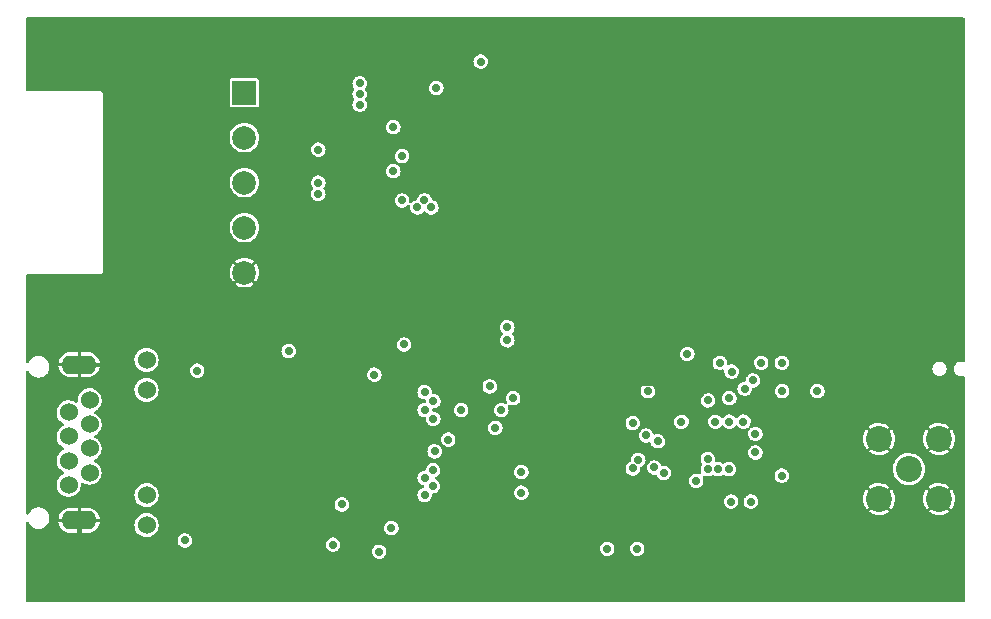
<source format=gbr>
%TF.GenerationSoftware,KiCad,Pcbnew,6.0.0*%
%TF.CreationDate,2022-01-14T21:47:44+01:00*%
%TF.ProjectId,cowmotics-aquarea,636f776d-6f74-4696-9373-2d6171756172,1*%
%TF.SameCoordinates,Original*%
%TF.FileFunction,Copper,L2,Inr*%
%TF.FilePolarity,Positive*%
%FSLAX46Y46*%
G04 Gerber Fmt 4.6, Leading zero omitted, Abs format (unit mm)*
G04 Created by KiCad (PCBNEW 6.0.0) date 2022-01-14 21:47:44*
%MOMM*%
%LPD*%
G01*
G04 APERTURE LIST*
%TA.AperFunction,ComponentPad*%
%ADD10R,2.000000X2.000000*%
%TD*%
%TA.AperFunction,ComponentPad*%
%ADD11C,2.000000*%
%TD*%
%TA.AperFunction,ComponentPad*%
%ADD12C,2.199640*%
%TD*%
%TA.AperFunction,ComponentPad*%
%ADD13C,1.524000*%
%TD*%
%TA.AperFunction,ComponentPad*%
%ADD14O,3.000000X1.600000*%
%TD*%
%TA.AperFunction,ViaPad*%
%ADD15C,0.711200*%
%TD*%
%TA.AperFunction,Conductor*%
%ADD16C,0.406400*%
%TD*%
%TA.AperFunction,Conductor*%
%ADD17C,0.304800*%
%TD*%
%TA.AperFunction,Conductor*%
%ADD18C,0.203200*%
%TD*%
G04 APERTURE END LIST*
D10*
%TO.N,+5V*%
%TO.C,J2*%
X127250000Y-86630000D03*
D11*
%TO.N,/Aquarea Interface/AQ_TX*%
X127250000Y-90440000D03*
%TO.N,/Aquarea Interface/AQ_RX*%
X127250000Y-94250000D03*
%TO.N,+12V*%
X127250000Y-98060000D03*
%TO.N,GND*%
X127250000Y-101870000D03*
%TD*%
D12*
%TO.N,GND*%
%TO.C,A1*%
X180960000Y-115960000D03*
X186040000Y-121040000D03*
X180960000Y-121040000D03*
X186040000Y-115960000D03*
%TO.N,Net-(A1-Pad1)*%
X183500000Y-118500000D03*
%TD*%
D13*
%TO.N,Net-(J1-Pad1)*%
%TO.C,J1*%
X112360000Y-119820000D03*
%TO.N,Net-(J1-Pad2)*%
X114140000Y-118800000D03*
%TO.N,Net-(J1-Pad3)*%
X112360000Y-117780000D03*
%TO.N,Net-(J1-Pad4)*%
X114140000Y-116760000D03*
X112360000Y-115740000D03*
%TO.N,Net-(J1-Pad6)*%
X114140000Y-114720000D03*
%TO.N,Net-(J1-Pad7)*%
X112360000Y-113700000D03*
X114140000Y-112680000D03*
%TO.N,Net-(J1-Pad9)*%
X118960000Y-123250000D03*
%TO.N,Net-(J1-Pad10)*%
X118960000Y-120710000D03*
%TO.N,ETH_LED*%
X118960000Y-111790000D03*
%TO.N,Net-(J1-Pad12)*%
X118960000Y-109250000D03*
D14*
%TO.N,GND*%
X113250000Y-109660000D03*
X113250000Y-122840000D03*
%TD*%
D15*
%TO.N,ETH_RST*%
X135500000Y-121500000D03*
X138250000Y-110500000D03*
%TO.N,GND*%
X174240000Y-111900000D03*
X124500000Y-127250000D03*
X116500000Y-101000000D03*
X133150000Y-122500000D03*
X169250000Y-115750000D03*
X114500000Y-127250000D03*
X141150000Y-122010000D03*
X128500000Y-127250000D03*
X187750000Y-97000000D03*
X144500000Y-105000000D03*
X182500000Y-82750000D03*
X134500000Y-105000000D03*
X116500000Y-99000000D03*
X160500000Y-82750000D03*
X136500000Y-127250000D03*
X140000000Y-116250000D03*
X132500000Y-105000000D03*
X154500000Y-127250000D03*
X187750000Y-125000000D03*
X141250000Y-125900000D03*
X144500000Y-82750000D03*
X118500000Y-105000000D03*
X148500000Y-82750000D03*
X158500000Y-82750000D03*
X112500000Y-105000000D03*
X120500000Y-127250000D03*
X148500000Y-105000000D03*
X175850000Y-121500000D03*
X146500000Y-105000000D03*
X159500000Y-121820000D03*
X187750000Y-123000000D03*
X180500000Y-82750000D03*
X166500000Y-82750000D03*
X165250000Y-111750000D03*
X133500000Y-90500000D03*
X135400000Y-107950000D03*
X140750000Y-85850000D03*
X136500000Y-82750000D03*
X116500000Y-93000000D03*
X135400000Y-110750000D03*
X118500000Y-127250000D03*
X128500000Y-105000000D03*
X131000000Y-110250000D03*
X156500000Y-127250000D03*
X187750000Y-107000000D03*
X130500000Y-105000000D03*
X109250000Y-111000000D03*
X120500000Y-82750000D03*
X134500000Y-127250000D03*
X137000000Y-111550000D03*
X118650000Y-125450000D03*
X187750000Y-87000000D03*
X116500000Y-89000000D03*
X167750000Y-115750000D03*
X126500000Y-82750000D03*
X124500000Y-82750000D03*
X112500000Y-127250000D03*
X176500000Y-127250000D03*
X138300000Y-94250000D03*
X162500000Y-82750000D03*
X187750000Y-105000000D03*
X138500000Y-105000000D03*
X150700000Y-121800000D03*
X176950000Y-119820000D03*
X178500000Y-127250000D03*
X116500000Y-97000000D03*
X171010000Y-111700000D03*
X184500000Y-82750000D03*
X172500000Y-127250000D03*
X109250000Y-117000000D03*
X187750000Y-117000000D03*
X144850000Y-94500000D03*
X116500000Y-91000000D03*
X138500000Y-82750000D03*
X146600000Y-117250000D03*
X187750000Y-89000000D03*
X178050000Y-117300000D03*
X142500000Y-82750000D03*
X176150000Y-119400000D03*
X150500000Y-82750000D03*
X118500000Y-82750000D03*
X116500000Y-105000000D03*
X132500000Y-82750000D03*
X109250000Y-121000000D03*
X157600000Y-111900000D03*
X126500000Y-105000000D03*
X166500000Y-127250000D03*
X170500000Y-127250000D03*
X187750000Y-93000000D03*
X164500000Y-127250000D03*
X142500000Y-105000000D03*
X175350000Y-119820000D03*
X169250000Y-117250000D03*
X182500000Y-127250000D03*
X174250000Y-117300000D03*
X187750000Y-121000000D03*
X140500000Y-105000000D03*
X140500000Y-127250000D03*
X130500000Y-82750000D03*
X124500000Y-105000000D03*
X134500000Y-82750000D03*
X130500000Y-127250000D03*
X122500000Y-82750000D03*
X112500000Y-82750000D03*
X172500000Y-82750000D03*
X109250000Y-115000000D03*
X186500000Y-82750000D03*
X170500000Y-82750000D03*
X168500000Y-127250000D03*
X109250000Y-113000000D03*
X116500000Y-103000000D03*
X146500000Y-82750000D03*
X187750000Y-119000000D03*
X178500000Y-82750000D03*
X154500000Y-82750000D03*
X113450000Y-125450000D03*
X109250000Y-119000000D03*
X163900000Y-121120000D03*
X166350000Y-122660000D03*
X139750000Y-112750000D03*
X144500000Y-127250000D03*
X180500000Y-127250000D03*
X162500000Y-127250000D03*
X140750000Y-86750000D03*
X126500000Y-127250000D03*
X174500000Y-82750000D03*
X163040000Y-125250000D03*
X142500000Y-127250000D03*
X187750000Y-85000000D03*
X116500000Y-127250000D03*
X176150000Y-117150000D03*
X176500000Y-82750000D03*
X186500000Y-127250000D03*
X184500000Y-127250000D03*
X156610000Y-117250000D03*
X116500000Y-95000000D03*
X156500000Y-82750000D03*
X120500000Y-105000000D03*
X146500000Y-127250000D03*
X132500000Y-127250000D03*
X171650000Y-125850000D03*
X122500000Y-105000000D03*
X187750000Y-115000000D03*
X143900000Y-84500000D03*
X110500000Y-82750000D03*
X138500000Y-127250000D03*
X145500000Y-87500000D03*
X187750000Y-95000000D03*
X167750000Y-117250000D03*
X152500000Y-82750000D03*
X114500000Y-82750000D03*
X142500000Y-90400000D03*
X116500000Y-85000000D03*
X122500000Y-127250000D03*
X159000000Y-124630000D03*
X158500000Y-127250000D03*
X183500000Y-108400000D03*
X114500000Y-105000000D03*
X187750000Y-103000000D03*
X110500000Y-105000000D03*
X168500000Y-82750000D03*
X187750000Y-113000000D03*
X140500000Y-82750000D03*
X164500000Y-82750000D03*
X116500000Y-87000000D03*
X109250000Y-107000000D03*
X187750000Y-101000000D03*
X162750000Y-122100000D03*
X128500000Y-82750000D03*
X137400000Y-124010000D03*
X187750000Y-99000000D03*
X127250000Y-108750000D03*
X136500000Y-105000000D03*
X138300000Y-90500000D03*
X187750000Y-91000000D03*
X140750000Y-87650000D03*
X127250000Y-123750000D03*
X152500000Y-127250000D03*
X116500000Y-82750000D03*
X174500000Y-127250000D03*
X109250000Y-125000000D03*
X150500000Y-127250000D03*
X173120000Y-115240000D03*
X148500000Y-127250000D03*
X160500000Y-127250000D03*
X110500000Y-127250000D03*
%TO.N,ETH_RXD1*%
X169600000Y-111700000D03*
X142510000Y-119250000D03*
%TO.N,ETH_RXD0*%
X170300000Y-111000000D03*
X143210000Y-118600000D03*
%TO.N,ETH_CRSDV*%
X168500000Y-110250000D03*
X144500000Y-116000000D03*
%TO.N,ETH_IRQ*%
X164750000Y-108750000D03*
X143250000Y-114250000D03*
%TO.N,ETH_TXEN*%
X142500000Y-113500000D03*
X149000000Y-113500000D03*
%TO.N,ETH_TXD0*%
X150000000Y-112500000D03*
X143250000Y-112750000D03*
%TO.N,ETH_TXD1*%
X142500000Y-112000000D03*
X148020000Y-111500000D03*
%TO.N,ETH_MDIO*%
X142510000Y-120690000D03*
X166480000Y-118510000D03*
%TO.N,ETH_MDC*%
X166482029Y-117646900D03*
X143210000Y-119930000D03*
%TO.N,+3.3V*%
X168450000Y-121250000D03*
X142490000Y-95760000D03*
X140760000Y-107950000D03*
X139690000Y-123480000D03*
X143080000Y-96350000D03*
X170130000Y-121250000D03*
X134750000Y-124900000D03*
X172770000Y-111900000D03*
X123250000Y-110170000D03*
X175760000Y-111900000D03*
X141900000Y-96350000D03*
X140600000Y-92010000D03*
X133500000Y-94250000D03*
X165500000Y-119500000D03*
X168300000Y-112500000D03*
X143350000Y-117000000D03*
X172750000Y-119060000D03*
X131000000Y-108500000D03*
X145600000Y-113500000D03*
X122200000Y-124550000D03*
X140600000Y-95760000D03*
%TO.N,RJ45_LED*%
X138650000Y-125500000D03*
X170510000Y-117100000D03*
%TO.N,Net-(C22-Pad1)*%
X171000000Y-109500000D03*
%TO.N,Net-(R18-Pad2)*%
X167500000Y-109500000D03*
X148500000Y-115010000D03*
%TO.N,Net-(TP8-Pad1)*%
X167100000Y-114494898D03*
%TO.N,Net-(TP10-Pad1)*%
X168300000Y-114490000D03*
%TO.N,BUTTON*%
X170510000Y-115510000D03*
X172750000Y-109500000D03*
%TO.N,U2_RXD*%
X149500000Y-106500000D03*
X139850000Y-89550000D03*
%TO.N,+VMEM*%
X164250000Y-114500000D03*
X162750000Y-118820000D03*
%TO.N,U2_TXD*%
X149500000Y-107600000D03*
X139850000Y-93290000D03*
%TO.N,FL_D3*%
X160130000Y-118450000D03*
X161250000Y-115660000D03*
%TO.N,FL_SCS*%
X161400000Y-111900000D03*
X162250000Y-116150000D03*
%TO.N,FL_D1*%
X160130000Y-114600000D03*
X160600699Y-117709100D03*
%TO.N,U0_RX*%
X157960000Y-125250000D03*
X167350000Y-118510000D03*
%TO.N,U0_TX*%
X160500000Y-125250000D03*
X168250000Y-118510000D03*
%TO.N,BOOT0*%
X150700000Y-120500000D03*
X166500000Y-112690000D03*
%TO.N,Net-(TP11-Pad1)*%
X169500000Y-114490000D03*
%TO.N,CLK50_EN*%
X150700000Y-118750000D03*
X161950000Y-118370000D03*
%TO.N,+5V*%
X133500000Y-91450000D03*
X133500000Y-95200000D03*
X147250000Y-84000000D03*
X137000000Y-86750000D03*
X143500000Y-86230000D03*
X137000000Y-85850000D03*
X137000000Y-87650000D03*
%TD*%
D16*
%TO.N,GND*%
X167750000Y-115750000D02*
X169250000Y-115750000D01*
X109250000Y-126000000D02*
X110500000Y-127250000D01*
X143260000Y-122010000D02*
X148500000Y-127250000D01*
X127250000Y-123750000D02*
X127250000Y-108750000D01*
X169250000Y-117250000D02*
X169250000Y-122080000D01*
X138300000Y-90500000D02*
X138300000Y-89260000D01*
X176950000Y-120400000D02*
X175850000Y-121500000D01*
X165250000Y-111750000D02*
X164691689Y-111191689D01*
X146600000Y-117250000D02*
X156610000Y-117250000D01*
X148500000Y-105000000D02*
X148500000Y-82750000D01*
X169830000Y-122660000D02*
X171020000Y-122660000D01*
X139910000Y-87650000D02*
X140750000Y-87650000D01*
X187750000Y-85000000D02*
X187750000Y-84000000D01*
X156610000Y-117250000D02*
X157600000Y-116260000D01*
X134660000Y-124010000D02*
X133150000Y-122500000D01*
D17*
X117430000Y-110510000D02*
X120670000Y-110510000D01*
D16*
X176950000Y-119820000D02*
X176950000Y-120400000D01*
X129500000Y-108750000D02*
X131000000Y-110250000D01*
X118650000Y-125450000D02*
X113450000Y-125450000D01*
X146600000Y-118670000D02*
X143260000Y-122010000D01*
X113450000Y-124770000D02*
X113450000Y-125450000D01*
X135400000Y-107950000D02*
X135400000Y-110750000D01*
X159500000Y-121820000D02*
X159500000Y-124130000D01*
X136200000Y-110750000D02*
X137000000Y-111550000D01*
X167000000Y-116500000D02*
X167750000Y-117250000D01*
X164691689Y-111191689D02*
X158308311Y-111191689D01*
X141150000Y-122010000D02*
X143260000Y-122010000D01*
X158308311Y-111191689D02*
X157600000Y-111900000D01*
D17*
X120670000Y-110510000D02*
X122430000Y-108750000D01*
D16*
X137000000Y-121590000D02*
X137320000Y-121270000D01*
X135400000Y-110750000D02*
X136200000Y-110750000D01*
D17*
X122430000Y-108750000D02*
X127250000Y-108750000D01*
D18*
X171010000Y-113990000D02*
X171010000Y-111700000D01*
D16*
X138300000Y-89260000D02*
X139910000Y-87650000D01*
X146600000Y-117250000D02*
X146600000Y-118670000D01*
X109250000Y-125000000D02*
X109250000Y-126000000D01*
X186500000Y-127250000D02*
X187750000Y-126000000D01*
X141250000Y-122680000D02*
X141150000Y-122580000D01*
X162750000Y-122100000D02*
X165790000Y-122100000D01*
X137400000Y-122960000D02*
X137000000Y-122560000D01*
X175850000Y-121500000D02*
X172180000Y-121500000D01*
X141250000Y-125900000D02*
X141250000Y-122680000D01*
X137320000Y-121270000D02*
X139590000Y-121270000D01*
X138550000Y-111550000D02*
X139750000Y-112750000D01*
X174240000Y-111900000D02*
X174240000Y-110590000D01*
X167750000Y-115750000D02*
X167000000Y-116500000D01*
X161390000Y-117060000D02*
X164330000Y-117060000D01*
X171650000Y-123290000D02*
X171650000Y-125850000D01*
X150700000Y-121800000D02*
X150708311Y-121791689D01*
X166350000Y-122660000D02*
X168670000Y-122660000D01*
X172180000Y-121500000D02*
X171020000Y-122660000D01*
D17*
X113250000Y-109660000D02*
X116580000Y-109660000D01*
D16*
X157600000Y-116260000D02*
X157600000Y-111900000D01*
X142650000Y-87500000D02*
X142500000Y-87650000D01*
X137000000Y-122560000D02*
X137000000Y-121590000D01*
X113250000Y-122840000D02*
X113250000Y-124570000D01*
X138300000Y-94250000D02*
X138300000Y-90500000D01*
X145500000Y-87500000D02*
X142650000Y-87500000D01*
X137400000Y-124010000D02*
X137400000Y-122960000D01*
X157600000Y-116260000D02*
X160590000Y-116260000D01*
X150708311Y-121791689D02*
X159471689Y-121791689D01*
X168670000Y-122660000D02*
X169250000Y-122080000D01*
X139590000Y-121270000D02*
X140000000Y-120860000D01*
D18*
X163040000Y-125250000D02*
X163760000Y-125250000D01*
D16*
X159471689Y-121791689D02*
X159500000Y-121820000D01*
X165790000Y-122100000D02*
X166350000Y-122660000D01*
X140000000Y-120860000D02*
X141150000Y-122010000D01*
X118650000Y-125450000D02*
X125550000Y-125450000D01*
X142500000Y-87650000D02*
X140750000Y-87650000D01*
X174240000Y-110590000D02*
X176430000Y-108400000D01*
X169250000Y-122080000D02*
X169830000Y-122660000D01*
X125550000Y-125450000D02*
X127250000Y-123750000D01*
X164330000Y-117060000D02*
X164890000Y-116500000D01*
X142500000Y-90400000D02*
X142500000Y-87650000D01*
D17*
X116580000Y-109660000D02*
X117430000Y-110510000D01*
D16*
X137400000Y-124010000D02*
X134660000Y-124010000D01*
X167750000Y-117250000D02*
X169250000Y-117250000D01*
X141150000Y-122580000D02*
X141150000Y-122010000D01*
X127250000Y-123750000D02*
X131900000Y-123750000D01*
X140000000Y-116250000D02*
X140000000Y-120860000D01*
X137000000Y-111550000D02*
X138550000Y-111550000D01*
X187750000Y-126000000D02*
X187750000Y-125000000D01*
X159500000Y-124130000D02*
X159000000Y-124630000D01*
X171020000Y-122660000D02*
X171650000Y-123290000D01*
X113250000Y-124570000D02*
X113450000Y-124770000D01*
D18*
X169250000Y-115750000D02*
X171010000Y-113990000D01*
D16*
X187750000Y-84000000D02*
X186500000Y-82750000D01*
X164890000Y-116500000D02*
X167000000Y-116500000D01*
X131900000Y-123750000D02*
X133150000Y-122500000D01*
X160590000Y-116260000D02*
X161390000Y-117060000D01*
X176150000Y-117150000D02*
X175350000Y-117950000D01*
X175350000Y-117950000D02*
X175350000Y-119820000D01*
D18*
X163760000Y-125250000D02*
X166350000Y-122660000D01*
D16*
X127250000Y-108750000D02*
X129500000Y-108750000D01*
X176430000Y-108400000D02*
X183500000Y-108400000D01*
%TD*%
%TA.AperFunction,Conductor*%
%TO.N,GND*%
G36*
X188188121Y-80274002D02*
G01*
X188234614Y-80327658D01*
X188246000Y-80380000D01*
X188246000Y-109300440D01*
X188225998Y-109368561D01*
X188172342Y-109415054D01*
X188102068Y-109425158D01*
X188071785Y-109416850D01*
X188065434Y-109414219D01*
X188065430Y-109414218D01*
X188057806Y-109411060D01*
X188049626Y-109409983D01*
X188049622Y-109409982D01*
X187943705Y-109396038D01*
X187943706Y-109396038D01*
X187939619Y-109395500D01*
X187860381Y-109395500D01*
X187856294Y-109396038D01*
X187856295Y-109396038D01*
X187750378Y-109409982D01*
X187750374Y-109409983D01*
X187742194Y-109411060D01*
X187734570Y-109414218D01*
X187734566Y-109414219D01*
X187602773Y-109468809D01*
X187595142Y-109471970D01*
X187588591Y-109476997D01*
X187588589Y-109476998D01*
X187519992Y-109529635D01*
X187468866Y-109568866D01*
X187463840Y-109575416D01*
X187383749Y-109679792D01*
X187371970Y-109695142D01*
X187368810Y-109702772D01*
X187368809Y-109702773D01*
X187314219Y-109834566D01*
X187314218Y-109834570D01*
X187311060Y-109842194D01*
X187290284Y-110000000D01*
X187311060Y-110157806D01*
X187314218Y-110165430D01*
X187314219Y-110165434D01*
X187358026Y-110271194D01*
X187371970Y-110304858D01*
X187376997Y-110311409D01*
X187376998Y-110311411D01*
X187410211Y-110354694D01*
X187468866Y-110431134D01*
X187475416Y-110436160D01*
X187575387Y-110512871D01*
X187595142Y-110528030D01*
X187602772Y-110531190D01*
X187602773Y-110531191D01*
X187734566Y-110585781D01*
X187734570Y-110585782D01*
X187742194Y-110588940D01*
X187750374Y-110590017D01*
X187750378Y-110590018D01*
X187846399Y-110602659D01*
X187860381Y-110604500D01*
X187939619Y-110604500D01*
X187953601Y-110602659D01*
X188049622Y-110590018D01*
X188049626Y-110590017D01*
X188057806Y-110588940D01*
X188065430Y-110585782D01*
X188065434Y-110585781D01*
X188071785Y-110583150D01*
X188142375Y-110575563D01*
X188205861Y-110607344D01*
X188242087Y-110668403D01*
X188246000Y-110699560D01*
X188246000Y-129620000D01*
X188225998Y-129688121D01*
X188172342Y-129734614D01*
X188120000Y-129746000D01*
X108880000Y-129746000D01*
X108811879Y-129725998D01*
X108765386Y-129672342D01*
X108754000Y-129620000D01*
X108754000Y-124543564D01*
X121585453Y-124543564D01*
X121601657Y-124690340D01*
X121652404Y-124829014D01*
X121656640Y-124835317D01*
X121656640Y-124835318D01*
X121717737Y-124926239D01*
X121734765Y-124951580D01*
X121740384Y-124956693D01*
X121740385Y-124956694D01*
X121838369Y-125045852D01*
X121843985Y-125050962D01*
X121973758Y-125121423D01*
X122116592Y-125158895D01*
X122193379Y-125160101D01*
X122256643Y-125161095D01*
X122256646Y-125161095D01*
X122264241Y-125161214D01*
X122316036Y-125149351D01*
X122400779Y-125129943D01*
X122400783Y-125129942D01*
X122408182Y-125128247D01*
X122455013Y-125104694D01*
X122533321Y-125065310D01*
X122533324Y-125065308D01*
X122540104Y-125061898D01*
X122652391Y-124965995D01*
X122704438Y-124893564D01*
X134135453Y-124893564D01*
X134151657Y-125040340D01*
X134154267Y-125047472D01*
X134195847Y-125161095D01*
X134202404Y-125179014D01*
X134206640Y-125185317D01*
X134206640Y-125185318D01*
X134258754Y-125262871D01*
X134284765Y-125301580D01*
X134290384Y-125306693D01*
X134290385Y-125306694D01*
X134388369Y-125395852D01*
X134393985Y-125400962D01*
X134523758Y-125471423D01*
X134666592Y-125508895D01*
X134743379Y-125510101D01*
X134806643Y-125511095D01*
X134806646Y-125511095D01*
X134814241Y-125511214D01*
X134866036Y-125499351D01*
X134891304Y-125493564D01*
X138035453Y-125493564D01*
X138051657Y-125640340D01*
X138054267Y-125647472D01*
X138092139Y-125750962D01*
X138102404Y-125779014D01*
X138106640Y-125785317D01*
X138106640Y-125785318D01*
X138118019Y-125802251D01*
X138184765Y-125901580D01*
X138293985Y-126000962D01*
X138423758Y-126071423D01*
X138566592Y-126108895D01*
X138643379Y-126110101D01*
X138706643Y-126111095D01*
X138706646Y-126111095D01*
X138714241Y-126111214D01*
X138766036Y-126099351D01*
X138850779Y-126079943D01*
X138850783Y-126079942D01*
X138858182Y-126078247D01*
X138878954Y-126067800D01*
X138983321Y-126015310D01*
X138983324Y-126015308D01*
X138990104Y-126011898D01*
X139102391Y-125915995D01*
X139188561Y-125796077D01*
X139216100Y-125727571D01*
X139240805Y-125666118D01*
X139240806Y-125666116D01*
X139243640Y-125659065D01*
X139260724Y-125539024D01*
X139263865Y-125516955D01*
X139263865Y-125516952D01*
X139264446Y-125512871D01*
X139264581Y-125500000D01*
X139246841Y-125353402D01*
X139205337Y-125243564D01*
X157345453Y-125243564D01*
X157361657Y-125390340D01*
X157364267Y-125397472D01*
X157406497Y-125512871D01*
X157412404Y-125529014D01*
X157416640Y-125535317D01*
X157416640Y-125535318D01*
X157428019Y-125552251D01*
X157494765Y-125651580D01*
X157603985Y-125750962D01*
X157733758Y-125821423D01*
X157876592Y-125858895D01*
X157953379Y-125860101D01*
X158016643Y-125861095D01*
X158016646Y-125861095D01*
X158024241Y-125861214D01*
X158076036Y-125849351D01*
X158160779Y-125829943D01*
X158160783Y-125829942D01*
X158168182Y-125828247D01*
X158232146Y-125796077D01*
X158293321Y-125765310D01*
X158293324Y-125765308D01*
X158300104Y-125761898D01*
X158412391Y-125665995D01*
X158498561Y-125546077D01*
X158528572Y-125471423D01*
X158550805Y-125416118D01*
X158550806Y-125416116D01*
X158553640Y-125409065D01*
X158574446Y-125262871D01*
X158574581Y-125250000D01*
X158573802Y-125243564D01*
X159885453Y-125243564D01*
X159901657Y-125390340D01*
X159904267Y-125397472D01*
X159946497Y-125512871D01*
X159952404Y-125529014D01*
X159956640Y-125535317D01*
X159956640Y-125535318D01*
X159968019Y-125552251D01*
X160034765Y-125651580D01*
X160143985Y-125750962D01*
X160273758Y-125821423D01*
X160416592Y-125858895D01*
X160493379Y-125860101D01*
X160556643Y-125861095D01*
X160556646Y-125861095D01*
X160564241Y-125861214D01*
X160616036Y-125849351D01*
X160700779Y-125829943D01*
X160700783Y-125829942D01*
X160708182Y-125828247D01*
X160772146Y-125796077D01*
X160833321Y-125765310D01*
X160833324Y-125765308D01*
X160840104Y-125761898D01*
X160952391Y-125665995D01*
X161038561Y-125546077D01*
X161068572Y-125471423D01*
X161090805Y-125416118D01*
X161090806Y-125416116D01*
X161093640Y-125409065D01*
X161114446Y-125262871D01*
X161114581Y-125250000D01*
X161096841Y-125103402D01*
X161044644Y-124965267D01*
X160992593Y-124889532D01*
X160965306Y-124849829D01*
X160965305Y-124849827D01*
X160961004Y-124843570D01*
X160951743Y-124835318D01*
X160905877Y-124794454D01*
X160850750Y-124745337D01*
X160843866Y-124741692D01*
X160726957Y-124679792D01*
X160726955Y-124679791D01*
X160720246Y-124676239D01*
X160673340Y-124664457D01*
X160584398Y-124642116D01*
X160584394Y-124642116D01*
X160577027Y-124640265D01*
X160569428Y-124640225D01*
X160569426Y-124640225D01*
X160507798Y-124639903D01*
X160429362Y-124639492D01*
X160421982Y-124641264D01*
X160421980Y-124641264D01*
X160293153Y-124672192D01*
X160293149Y-124672193D01*
X160285774Y-124673964D01*
X160154554Y-124741692D01*
X160148832Y-124746684D01*
X160148830Y-124746685D01*
X160132487Y-124760942D01*
X160043277Y-124838765D01*
X159958368Y-124959579D01*
X159955609Y-124966654D01*
X159955608Y-124966657D01*
X159908097Y-125088517D01*
X159904727Y-125097160D01*
X159903735Y-125104693D01*
X159903735Y-125104694D01*
X159890892Y-125202251D01*
X159885453Y-125243564D01*
X158573802Y-125243564D01*
X158556841Y-125103402D01*
X158504644Y-124965267D01*
X158452593Y-124889532D01*
X158425306Y-124849829D01*
X158425305Y-124849827D01*
X158421004Y-124843570D01*
X158411743Y-124835318D01*
X158365877Y-124794454D01*
X158310750Y-124745337D01*
X158303866Y-124741692D01*
X158186957Y-124679792D01*
X158186955Y-124679791D01*
X158180246Y-124676239D01*
X158133340Y-124664457D01*
X158044398Y-124642116D01*
X158044394Y-124642116D01*
X158037027Y-124640265D01*
X158029428Y-124640225D01*
X158029426Y-124640225D01*
X157967798Y-124639903D01*
X157889362Y-124639492D01*
X157881982Y-124641264D01*
X157881980Y-124641264D01*
X157753153Y-124672192D01*
X157753149Y-124672193D01*
X157745774Y-124673964D01*
X157614554Y-124741692D01*
X157608832Y-124746684D01*
X157608830Y-124746685D01*
X157592487Y-124760942D01*
X157503277Y-124838765D01*
X157418368Y-124959579D01*
X157415609Y-124966654D01*
X157415608Y-124966657D01*
X157368097Y-125088517D01*
X157364727Y-125097160D01*
X157363735Y-125104693D01*
X157363735Y-125104694D01*
X157350892Y-125202251D01*
X157345453Y-125243564D01*
X139205337Y-125243564D01*
X139194644Y-125215267D01*
X139164825Y-125171880D01*
X139115306Y-125099829D01*
X139115305Y-125099827D01*
X139111004Y-125093570D01*
X139000750Y-124995337D01*
X138993866Y-124991692D01*
X138876957Y-124929792D01*
X138876955Y-124929791D01*
X138870246Y-124926239D01*
X138817026Y-124912871D01*
X138734398Y-124892116D01*
X138734394Y-124892116D01*
X138727027Y-124890265D01*
X138719428Y-124890225D01*
X138719426Y-124890225D01*
X138657798Y-124889903D01*
X138579362Y-124889492D01*
X138571982Y-124891264D01*
X138571980Y-124891264D01*
X138443153Y-124922192D01*
X138443149Y-124922193D01*
X138435774Y-124923964D01*
X138429029Y-124927445D01*
X138429030Y-124927445D01*
X138341990Y-124972370D01*
X138304554Y-124991692D01*
X138298832Y-124996684D01*
X138298830Y-124996685D01*
X138242469Y-125045852D01*
X138193277Y-125088765D01*
X138108368Y-125209579D01*
X138105609Y-125216654D01*
X138105608Y-125216657D01*
X138064954Y-125320930D01*
X138054727Y-125347160D01*
X138053735Y-125354693D01*
X138053735Y-125354694D01*
X138037919Y-125474834D01*
X138035453Y-125493564D01*
X134891304Y-125493564D01*
X134950779Y-125479943D01*
X134950783Y-125479942D01*
X134958182Y-125478247D01*
X134978954Y-125467800D01*
X135083321Y-125415310D01*
X135083324Y-125415308D01*
X135090104Y-125411898D01*
X135202391Y-125315995D01*
X135288561Y-125196077D01*
X135318572Y-125121423D01*
X135340805Y-125066118D01*
X135340806Y-125066116D01*
X135343640Y-125059065D01*
X135349876Y-125015244D01*
X135363865Y-124916955D01*
X135363865Y-124916952D01*
X135364446Y-124912871D01*
X135364581Y-124900000D01*
X135363310Y-124889492D01*
X135355991Y-124829014D01*
X135346841Y-124753402D01*
X135294644Y-124615267D01*
X135211004Y-124493570D01*
X135100750Y-124395337D01*
X135093866Y-124391692D01*
X134976957Y-124329792D01*
X134976955Y-124329791D01*
X134970246Y-124326239D01*
X134923340Y-124314457D01*
X134834398Y-124292116D01*
X134834394Y-124292116D01*
X134827027Y-124290265D01*
X134819428Y-124290225D01*
X134819426Y-124290225D01*
X134757798Y-124289903D01*
X134679362Y-124289492D01*
X134671982Y-124291264D01*
X134671980Y-124291264D01*
X134543153Y-124322192D01*
X134543149Y-124322193D01*
X134535774Y-124323964D01*
X134404554Y-124391692D01*
X134398832Y-124396684D01*
X134398830Y-124396685D01*
X134382487Y-124410942D01*
X134293277Y-124488765D01*
X134208368Y-124609579D01*
X134205609Y-124616654D01*
X134205608Y-124616657D01*
X134158217Y-124738209D01*
X134154727Y-124747160D01*
X134153735Y-124754693D01*
X134153735Y-124754694D01*
X134140892Y-124852251D01*
X134135453Y-124893564D01*
X122704438Y-124893564D01*
X122738561Y-124846077D01*
X122775297Y-124754694D01*
X122790805Y-124716118D01*
X122790806Y-124716116D01*
X122793640Y-124709065D01*
X122803289Y-124641264D01*
X122813865Y-124566955D01*
X122813865Y-124566952D01*
X122814446Y-124562871D01*
X122814581Y-124550000D01*
X122796841Y-124403402D01*
X122744644Y-124265267D01*
X122702501Y-124203948D01*
X122665306Y-124149829D01*
X122665305Y-124149827D01*
X122661004Y-124143570D01*
X122550750Y-124045337D01*
X122543866Y-124041692D01*
X122426957Y-123979792D01*
X122426955Y-123979791D01*
X122420246Y-123976239D01*
X122369657Y-123963532D01*
X122284398Y-123942116D01*
X122284394Y-123942116D01*
X122277027Y-123940265D01*
X122269428Y-123940225D01*
X122269426Y-123940225D01*
X122207798Y-123939903D01*
X122129362Y-123939492D01*
X122121982Y-123941264D01*
X122121980Y-123941264D01*
X121993153Y-123972192D01*
X121993149Y-123972193D01*
X121985774Y-123973964D01*
X121854554Y-124041692D01*
X121848832Y-124046684D01*
X121848830Y-124046685D01*
X121799730Y-124089518D01*
X121743277Y-124138765D01*
X121658368Y-124259579D01*
X121655609Y-124266654D01*
X121655608Y-124266657D01*
X121608217Y-124388209D01*
X121604727Y-124397160D01*
X121603735Y-124404693D01*
X121603735Y-124404694D01*
X121591211Y-124499829D01*
X121585453Y-124543564D01*
X108754000Y-124543564D01*
X108754000Y-123072307D01*
X108774002Y-123004186D01*
X108827658Y-122957693D01*
X108897932Y-122947589D01*
X108962512Y-122977083D01*
X108995107Y-123021058D01*
X109021274Y-123079829D01*
X109032365Y-123104741D01*
X109144123Y-123258562D01*
X109149033Y-123262983D01*
X109149034Y-123262984D01*
X109235616Y-123340942D01*
X109285420Y-123385786D01*
X109352864Y-123424725D01*
X109442184Y-123476294D01*
X109450080Y-123480853D01*
X109630908Y-123539608D01*
X109637469Y-123540298D01*
X109637471Y-123540298D01*
X109690932Y-123545917D01*
X109772599Y-123554500D01*
X109867401Y-123554500D01*
X109949068Y-123545917D01*
X110002529Y-123540298D01*
X110002531Y-123540298D01*
X110009092Y-123539608D01*
X110189920Y-123480853D01*
X110197817Y-123476294D01*
X110287136Y-123424725D01*
X110354580Y-123385786D01*
X110404385Y-123340942D01*
X110490966Y-123262984D01*
X110490967Y-123262983D01*
X110495877Y-123258562D01*
X110607635Y-123104741D01*
X110618727Y-123079829D01*
X110661669Y-122983379D01*
X111504648Y-122983379D01*
X111509101Y-123032317D01*
X111511399Y-123044366D01*
X111566281Y-123230837D01*
X111570874Y-123242205D01*
X111660929Y-123414464D01*
X111667643Y-123424725D01*
X111789443Y-123576213D01*
X111798021Y-123584973D01*
X111946926Y-123709920D01*
X111957037Y-123716844D01*
X112127381Y-123810490D01*
X112138645Y-123815318D01*
X112323931Y-123874094D01*
X112335920Y-123876642D01*
X112487164Y-123893607D01*
X112494188Y-123894000D01*
X113104885Y-123894000D01*
X113120124Y-123889525D01*
X113121329Y-123888135D01*
X113123000Y-123880452D01*
X113123000Y-123875885D01*
X113377000Y-123875885D01*
X113381475Y-123891124D01*
X113382865Y-123892329D01*
X113390548Y-123894000D01*
X113998932Y-123894000D01*
X114005080Y-123893699D01*
X114149581Y-123879531D01*
X114161616Y-123877148D01*
X114347692Y-123820968D01*
X114359033Y-123816294D01*
X114530651Y-123725043D01*
X114540876Y-123718249D01*
X114691509Y-123595395D01*
X114700199Y-123586766D01*
X114824109Y-123436986D01*
X114830965Y-123426820D01*
X114923415Y-123255838D01*
X114928167Y-123244531D01*
X114930889Y-123235739D01*
X117938682Y-123235739D01*
X117955362Y-123434386D01*
X117969057Y-123482146D01*
X118006520Y-123612791D01*
X118010310Y-123626009D01*
X118101430Y-123803311D01*
X118225253Y-123959537D01*
X118377063Y-124088737D01*
X118382441Y-124091743D01*
X118382443Y-124091744D01*
X118424397Y-124115191D01*
X118551076Y-124185989D01*
X118556935Y-124187893D01*
X118556938Y-124187894D01*
X118592701Y-124199514D01*
X118740665Y-124247591D01*
X118746775Y-124248320D01*
X118746777Y-124248320D01*
X118814314Y-124256373D01*
X118938609Y-124271194D01*
X118944744Y-124270722D01*
X118944746Y-124270722D01*
X119131226Y-124256373D01*
X119131231Y-124256372D01*
X119137367Y-124255900D01*
X119143297Y-124254244D01*
X119143299Y-124254244D01*
X119233369Y-124229096D01*
X119329370Y-124202292D01*
X119334870Y-124199514D01*
X119501802Y-124115191D01*
X119501804Y-124115190D01*
X119507303Y-124112412D01*
X119641421Y-124007627D01*
X119659534Y-123993476D01*
X119664390Y-123989682D01*
X119677591Y-123974389D01*
X119790618Y-123843446D01*
X119790619Y-123843444D01*
X119794647Y-123838778D01*
X119804765Y-123820968D01*
X119890065Y-123670811D01*
X119893112Y-123665448D01*
X119956035Y-123476294D01*
X119956380Y-123473564D01*
X139075453Y-123473564D01*
X139091657Y-123620340D01*
X139142404Y-123759014D01*
X139146640Y-123765317D01*
X139146640Y-123765318D01*
X139219735Y-123874094D01*
X139224765Y-123881580D01*
X139230384Y-123886693D01*
X139230385Y-123886694D01*
X139324347Y-123972192D01*
X139333985Y-123980962D01*
X139463758Y-124051423D01*
X139606592Y-124088895D01*
X139683379Y-124090101D01*
X139746643Y-124091095D01*
X139746646Y-124091095D01*
X139754241Y-124091214D01*
X139806036Y-124079351D01*
X139890779Y-124059943D01*
X139890783Y-124059942D01*
X139898182Y-124058247D01*
X139923851Y-124045337D01*
X140023321Y-123995310D01*
X140023324Y-123995308D01*
X140030104Y-123991898D01*
X140142391Y-123895995D01*
X140228561Y-123776077D01*
X140283640Y-123639065D01*
X140297696Y-123540298D01*
X140303865Y-123496955D01*
X140303865Y-123496952D01*
X140304446Y-123492871D01*
X140304581Y-123480000D01*
X140286841Y-123333402D01*
X140234644Y-123195267D01*
X140151004Y-123073570D01*
X140120999Y-123046836D01*
X140073129Y-123004186D01*
X140040750Y-122975337D01*
X140033456Y-122971475D01*
X139916957Y-122909792D01*
X139916955Y-122909791D01*
X139910246Y-122906239D01*
X139863340Y-122894457D01*
X139774398Y-122872116D01*
X139774394Y-122872116D01*
X139767027Y-122870265D01*
X139759428Y-122870225D01*
X139759426Y-122870225D01*
X139697798Y-122869903D01*
X139619362Y-122869492D01*
X139611982Y-122871264D01*
X139611980Y-122871264D01*
X139483153Y-122902192D01*
X139483149Y-122902193D01*
X139475774Y-122903964D01*
X139469029Y-122907445D01*
X139469030Y-122907445D01*
X139353645Y-122967000D01*
X139344554Y-122971692D01*
X139338832Y-122976684D01*
X139338830Y-122976685D01*
X139275690Y-123031766D01*
X139233277Y-123068765D01*
X139148368Y-123189579D01*
X139145609Y-123196654D01*
X139145608Y-123196657D01*
X139124811Y-123250000D01*
X139094727Y-123327160D01*
X139093735Y-123334693D01*
X139093735Y-123334694D01*
X139080611Y-123434386D01*
X139075453Y-123473564D01*
X119956380Y-123473564D01*
X119973134Y-123340942D01*
X119980578Y-123282023D01*
X119980579Y-123282013D01*
X119981020Y-123278520D01*
X119981418Y-123250000D01*
X119961965Y-123051606D01*
X119960184Y-123045707D01*
X119960183Y-123045702D01*
X119906129Y-122866667D01*
X119904348Y-122860768D01*
X119824890Y-122711329D01*
X119813655Y-122690198D01*
X119813653Y-122690195D01*
X119810761Y-122684756D01*
X119806871Y-122679986D01*
X119806868Y-122679982D01*
X119688663Y-122535049D01*
X119688660Y-122535046D01*
X119684768Y-122530274D01*
X119531170Y-122403206D01*
X119355815Y-122308392D01*
X119165385Y-122249444D01*
X119159260Y-122248800D01*
X119159259Y-122248800D01*
X118973260Y-122229251D01*
X118973258Y-122229251D01*
X118967131Y-122228607D01*
X118844252Y-122239790D01*
X118774746Y-122246115D01*
X118774745Y-122246115D01*
X118768605Y-122246674D01*
X118762691Y-122248415D01*
X118762689Y-122248415D01*
X118714847Y-122262496D01*
X118577370Y-122302958D01*
X118400709Y-122395314D01*
X118395909Y-122399174D01*
X118395908Y-122399174D01*
X118390893Y-122403206D01*
X118245351Y-122520225D01*
X118117214Y-122672933D01*
X118021179Y-122847621D01*
X118019318Y-122853488D01*
X118019317Y-122853490D01*
X118003868Y-122902192D01*
X117960902Y-123037635D01*
X117938682Y-123235739D01*
X114930889Y-123235739D01*
X114985646Y-123058849D01*
X114988112Y-123046836D01*
X114994610Y-122985015D01*
X114991930Y-122970365D01*
X114979608Y-122967000D01*
X113395115Y-122967000D01*
X113379876Y-122971475D01*
X113378671Y-122972865D01*
X113377000Y-122980548D01*
X113377000Y-123875885D01*
X113123000Y-123875885D01*
X113123000Y-122985115D01*
X113118525Y-122969876D01*
X113117135Y-122968671D01*
X113109452Y-122967000D01*
X111521272Y-122967000D01*
X111506710Y-122971276D01*
X111504648Y-122983379D01*
X110661669Y-122983379D01*
X110682284Y-122937076D01*
X110682284Y-122937075D01*
X110684969Y-122931045D01*
X110724500Y-122745067D01*
X110724500Y-122694985D01*
X111505390Y-122694985D01*
X111508070Y-122709635D01*
X111520392Y-122713000D01*
X113104885Y-122713000D01*
X113120124Y-122708525D01*
X113121329Y-122707135D01*
X113123000Y-122699452D01*
X113123000Y-122694885D01*
X113377000Y-122694885D01*
X113381475Y-122710124D01*
X113382865Y-122711329D01*
X113390548Y-122713000D01*
X114978728Y-122713000D01*
X114993290Y-122708724D01*
X114995352Y-122696621D01*
X114990899Y-122647683D01*
X114988601Y-122635634D01*
X114933719Y-122449163D01*
X114929126Y-122437795D01*
X114839071Y-122265536D01*
X114832357Y-122255275D01*
X114710557Y-122103787D01*
X114701979Y-122095027D01*
X114553074Y-121970080D01*
X114542963Y-121963156D01*
X114372619Y-121869510D01*
X114361355Y-121864682D01*
X114176069Y-121805906D01*
X114164080Y-121803358D01*
X114012836Y-121786393D01*
X114005812Y-121786000D01*
X113395115Y-121786000D01*
X113379876Y-121790475D01*
X113378671Y-121791865D01*
X113377000Y-121799548D01*
X113377000Y-122694885D01*
X113123000Y-122694885D01*
X113123000Y-121804115D01*
X113118525Y-121788876D01*
X113117135Y-121787671D01*
X113109452Y-121786000D01*
X112501068Y-121786000D01*
X112494920Y-121786301D01*
X112350419Y-121800469D01*
X112338384Y-121802852D01*
X112152308Y-121859032D01*
X112140967Y-121863706D01*
X111969349Y-121954957D01*
X111959124Y-121961751D01*
X111808491Y-122084605D01*
X111799801Y-122093234D01*
X111675891Y-122243014D01*
X111669035Y-122253180D01*
X111576585Y-122424162D01*
X111571833Y-122435469D01*
X111514354Y-122621151D01*
X111511888Y-122633164D01*
X111505390Y-122694985D01*
X110724500Y-122694985D01*
X110724500Y-122554933D01*
X110718424Y-122526345D01*
X110699107Y-122435469D01*
X110684969Y-122368955D01*
X110678171Y-122353687D01*
X110610320Y-122201289D01*
X110610319Y-122201287D01*
X110607635Y-122195259D01*
X110495877Y-122041438D01*
X110466859Y-122015310D01*
X110359488Y-121918633D01*
X110359487Y-121918632D01*
X110354580Y-121914214D01*
X110236806Y-121846217D01*
X110195643Y-121822451D01*
X110195642Y-121822450D01*
X110189920Y-121819147D01*
X110009092Y-121760392D01*
X110002531Y-121759702D01*
X110002529Y-121759702D01*
X109949068Y-121754083D01*
X109867401Y-121745500D01*
X109772599Y-121745500D01*
X109690932Y-121754083D01*
X109637471Y-121759702D01*
X109637469Y-121759702D01*
X109630908Y-121760392D01*
X109450080Y-121819147D01*
X109444358Y-121822450D01*
X109444357Y-121822451D01*
X109403194Y-121846217D01*
X109285420Y-121914214D01*
X109280513Y-121918632D01*
X109280512Y-121918633D01*
X109173141Y-122015310D01*
X109144123Y-122041438D01*
X109032365Y-122195259D01*
X109029681Y-122201287D01*
X109029680Y-122201289D01*
X108995107Y-122278942D01*
X108949127Y-122333038D01*
X108881200Y-122353687D01*
X108812892Y-122334335D01*
X108765890Y-122281124D01*
X108754000Y-122227693D01*
X108754000Y-119805739D01*
X111338682Y-119805739D01*
X111355362Y-120004386D01*
X111367379Y-120046294D01*
X111408405Y-120189364D01*
X111410310Y-120196009D01*
X111416991Y-120209009D01*
X111487392Y-120345995D01*
X111501430Y-120373311D01*
X111625253Y-120529537D01*
X111777063Y-120658737D01*
X111782441Y-120661743D01*
X111782443Y-120661744D01*
X111863339Y-120706955D01*
X111951076Y-120755989D01*
X111956935Y-120757893D01*
X111956938Y-120757894D01*
X111992701Y-120769514D01*
X112140665Y-120817591D01*
X112146775Y-120818320D01*
X112146777Y-120818320D01*
X112214314Y-120826373D01*
X112338609Y-120841194D01*
X112344744Y-120840722D01*
X112344746Y-120840722D01*
X112531226Y-120826373D01*
X112531231Y-120826372D01*
X112537367Y-120825900D01*
X112543297Y-120824244D01*
X112543299Y-120824244D01*
X112669442Y-120789024D01*
X112729370Y-120772292D01*
X112734870Y-120769514D01*
X112880920Y-120695739D01*
X117938682Y-120695739D01*
X117955362Y-120894386D01*
X117967379Y-120936294D01*
X118008571Y-121079943D01*
X118010310Y-121086009D01*
X118027571Y-121119595D01*
X118095162Y-121251114D01*
X118101430Y-121263311D01*
X118225253Y-121419537D01*
X118377063Y-121548737D01*
X118382441Y-121551743D01*
X118382443Y-121551744D01*
X118424397Y-121575191D01*
X118551076Y-121645989D01*
X118556935Y-121647893D01*
X118556938Y-121647894D01*
X118584022Y-121656694D01*
X118740665Y-121707591D01*
X118746775Y-121708320D01*
X118746777Y-121708320D01*
X118814314Y-121716373D01*
X118938609Y-121731194D01*
X118944744Y-121730722D01*
X118944746Y-121730722D01*
X119131226Y-121716373D01*
X119131231Y-121716372D01*
X119137367Y-121715900D01*
X119143297Y-121714244D01*
X119143299Y-121714244D01*
X119233369Y-121689096D01*
X119329370Y-121662292D01*
X119334870Y-121659514D01*
X119501802Y-121575191D01*
X119501804Y-121575190D01*
X119507303Y-121572412D01*
X119608224Y-121493564D01*
X134885453Y-121493564D01*
X134901657Y-121640340D01*
X134904267Y-121647472D01*
X134942139Y-121750962D01*
X134952404Y-121779014D01*
X134956640Y-121785317D01*
X134956640Y-121785318D01*
X135028850Y-121892777D01*
X135034765Y-121901580D01*
X135040384Y-121906693D01*
X135040385Y-121906694D01*
X135110046Y-121970080D01*
X135143985Y-122000962D01*
X135273758Y-122071423D01*
X135416592Y-122108895D01*
X135493379Y-122110101D01*
X135556643Y-122111095D01*
X135556646Y-122111095D01*
X135564241Y-122111214D01*
X135616036Y-122099351D01*
X135685641Y-122083410D01*
X180102229Y-122083410D01*
X180109373Y-122093470D01*
X180176843Y-122149484D01*
X180185282Y-122155393D01*
X180368568Y-122262496D01*
X180377855Y-122266946D01*
X180576171Y-122342676D01*
X180586069Y-122345552D01*
X180794092Y-122387874D01*
X180804320Y-122389093D01*
X181016461Y-122396873D01*
X181026745Y-122396406D01*
X181237320Y-122369430D01*
X181247385Y-122367290D01*
X181450728Y-122306285D01*
X181460305Y-122302532D01*
X181650952Y-122209135D01*
X181659797Y-122203862D01*
X181811081Y-122095952D01*
X181819482Y-122085252D01*
X181818503Y-122083410D01*
X185182229Y-122083410D01*
X185189373Y-122093470D01*
X185256843Y-122149484D01*
X185265282Y-122155393D01*
X185448568Y-122262496D01*
X185457855Y-122266946D01*
X185656171Y-122342676D01*
X185666069Y-122345552D01*
X185874092Y-122387874D01*
X185884320Y-122389093D01*
X186096461Y-122396873D01*
X186106745Y-122396406D01*
X186317320Y-122369430D01*
X186327385Y-122367290D01*
X186530728Y-122306285D01*
X186540305Y-122302532D01*
X186730952Y-122209135D01*
X186739797Y-122203862D01*
X186891081Y-122095952D01*
X186899482Y-122085252D01*
X186892494Y-122072099D01*
X186052812Y-121232417D01*
X186038868Y-121224803D01*
X186037035Y-121224934D01*
X186030420Y-121229185D01*
X185189488Y-122070117D01*
X185182229Y-122083410D01*
X181818503Y-122083410D01*
X181812494Y-122072099D01*
X180972812Y-121232417D01*
X180958868Y-121224803D01*
X180957035Y-121224934D01*
X180950420Y-121229185D01*
X180109488Y-122070117D01*
X180102229Y-122083410D01*
X135685641Y-122083410D01*
X135700779Y-122079943D01*
X135700783Y-122079942D01*
X135708182Y-122078247D01*
X135770742Y-122046783D01*
X135833321Y-122015310D01*
X135833324Y-122015308D01*
X135840104Y-122011898D01*
X135952391Y-121915995D01*
X136038561Y-121796077D01*
X136071458Y-121714244D01*
X136090805Y-121666118D01*
X136090806Y-121666116D01*
X136093640Y-121659065D01*
X136105972Y-121572412D01*
X136113865Y-121516955D01*
X136113865Y-121516952D01*
X136114446Y-121512871D01*
X136114581Y-121500000D01*
X136096841Y-121353402D01*
X136044644Y-121215267D01*
X135982913Y-121125448D01*
X135965306Y-121099829D01*
X135965305Y-121099827D01*
X135961004Y-121093570D01*
X135945874Y-121080089D01*
X135869414Y-121011966D01*
X135850750Y-120995337D01*
X135843866Y-120991692D01*
X135726957Y-120929792D01*
X135726955Y-120929791D01*
X135720246Y-120926239D01*
X135642434Y-120906694D01*
X135584398Y-120892116D01*
X135584394Y-120892116D01*
X135577027Y-120890265D01*
X135569428Y-120890225D01*
X135569426Y-120890225D01*
X135507798Y-120889903D01*
X135429362Y-120889492D01*
X135421982Y-120891264D01*
X135421980Y-120891264D01*
X135293153Y-120922192D01*
X135293149Y-120922193D01*
X135285774Y-120923964D01*
X135261885Y-120936294D01*
X135191990Y-120972370D01*
X135154554Y-120991692D01*
X135148832Y-120996684D01*
X135148830Y-120996685D01*
X135060949Y-121073349D01*
X135043277Y-121088765D01*
X134958368Y-121209579D01*
X134955609Y-121216654D01*
X134955608Y-121216657D01*
X134910630Y-121332020D01*
X134904727Y-121347160D01*
X134903735Y-121354693D01*
X134903735Y-121354694D01*
X134890731Y-121453476D01*
X134885453Y-121493564D01*
X119608224Y-121493564D01*
X119664390Y-121449682D01*
X119668416Y-121445018D01*
X119790618Y-121303446D01*
X119790619Y-121303444D01*
X119794647Y-121298778D01*
X119893112Y-121125448D01*
X119956035Y-120936294D01*
X119967242Y-120847583D01*
X119980578Y-120742023D01*
X119980579Y-120742013D01*
X119981020Y-120738520D01*
X119981418Y-120710000D01*
X119978826Y-120683564D01*
X141895453Y-120683564D01*
X141911657Y-120830340D01*
X141917016Y-120844983D01*
X141958743Y-120959009D01*
X141962404Y-120969014D01*
X141966640Y-120975317D01*
X141966640Y-120975318D01*
X142035806Y-121078247D01*
X142044765Y-121091580D01*
X142050384Y-121096693D01*
X142050385Y-121096694D01*
X142148369Y-121185852D01*
X142153985Y-121190962D01*
X142283758Y-121261423D01*
X142426592Y-121298895D01*
X142503379Y-121300101D01*
X142566643Y-121301095D01*
X142566646Y-121301095D01*
X142574241Y-121301214D01*
X142626036Y-121289351D01*
X142710779Y-121269943D01*
X142710783Y-121269942D01*
X142718182Y-121268247D01*
X142762631Y-121245892D01*
X142767260Y-121243564D01*
X167835453Y-121243564D01*
X167851657Y-121390340D01*
X167854267Y-121397472D01*
X167896497Y-121512871D01*
X167902404Y-121529014D01*
X167906640Y-121535317D01*
X167906640Y-121535318D01*
X167978987Y-121642981D01*
X167984765Y-121651580D01*
X167990384Y-121656693D01*
X167990385Y-121656694D01*
X168047122Y-121708320D01*
X168093985Y-121750962D01*
X168223758Y-121821423D01*
X168366592Y-121858895D01*
X168443379Y-121860101D01*
X168506643Y-121861095D01*
X168506646Y-121861095D01*
X168514241Y-121861214D01*
X168579721Y-121846217D01*
X168650779Y-121829943D01*
X168650783Y-121829942D01*
X168658182Y-121828247D01*
X168709870Y-121802251D01*
X168783321Y-121765310D01*
X168783324Y-121765308D01*
X168790104Y-121761898D01*
X168902391Y-121665995D01*
X168988561Y-121546077D01*
X169030725Y-121441192D01*
X169040805Y-121416118D01*
X169040806Y-121416116D01*
X169043640Y-121409065D01*
X169056038Y-121321950D01*
X169063865Y-121266955D01*
X169063865Y-121266952D01*
X169064446Y-121262871D01*
X169064581Y-121250000D01*
X169063802Y-121243564D01*
X169515453Y-121243564D01*
X169531657Y-121390340D01*
X169534267Y-121397472D01*
X169576497Y-121512871D01*
X169582404Y-121529014D01*
X169586640Y-121535317D01*
X169586640Y-121535318D01*
X169658987Y-121642981D01*
X169664765Y-121651580D01*
X169670384Y-121656693D01*
X169670385Y-121656694D01*
X169727122Y-121708320D01*
X169773985Y-121750962D01*
X169903758Y-121821423D01*
X170046592Y-121858895D01*
X170123379Y-121860101D01*
X170186643Y-121861095D01*
X170186646Y-121861095D01*
X170194241Y-121861214D01*
X170259721Y-121846217D01*
X170330779Y-121829943D01*
X170330783Y-121829942D01*
X170338182Y-121828247D01*
X170389870Y-121802251D01*
X170463321Y-121765310D01*
X170463324Y-121765308D01*
X170470104Y-121761898D01*
X170582391Y-121665995D01*
X170668561Y-121546077D01*
X170710725Y-121441192D01*
X170720805Y-121416118D01*
X170720806Y-121416116D01*
X170723640Y-121409065D01*
X170736038Y-121321950D01*
X170743865Y-121266955D01*
X170743865Y-121266952D01*
X170744446Y-121262871D01*
X170744581Y-121250000D01*
X170742659Y-121234113D01*
X170736818Y-121185852D01*
X170726841Y-121103402D01*
X170692290Y-121011966D01*
X179602243Y-121011966D01*
X179614462Y-121223893D01*
X179615898Y-121234113D01*
X179662567Y-121441192D01*
X179665646Y-121451021D01*
X179745514Y-121647712D01*
X179750157Y-121656903D01*
X179861080Y-121837913D01*
X179867158Y-121846217D01*
X179904972Y-121889871D01*
X179918056Y-121898283D01*
X179928028Y-121892367D01*
X180767583Y-121052812D01*
X180773961Y-121041132D01*
X181144803Y-121041132D01*
X181144934Y-121042965D01*
X181149185Y-121049580D01*
X181992382Y-121892777D01*
X182004392Y-121899335D01*
X182016132Y-121890367D01*
X182121408Y-121743860D01*
X182126718Y-121735023D01*
X182220770Y-121544724D01*
X182224568Y-121535131D01*
X182286278Y-121332020D01*
X182288455Y-121321950D01*
X182316401Y-121109682D01*
X182316920Y-121103007D01*
X182318378Y-121043364D01*
X182318184Y-121036646D01*
X182316155Y-121011966D01*
X184682243Y-121011966D01*
X184694462Y-121223893D01*
X184695898Y-121234113D01*
X184742567Y-121441192D01*
X184745646Y-121451021D01*
X184825514Y-121647712D01*
X184830157Y-121656903D01*
X184941080Y-121837913D01*
X184947158Y-121846217D01*
X184984972Y-121889871D01*
X184998056Y-121898283D01*
X185008028Y-121892367D01*
X185847583Y-121052812D01*
X185853961Y-121041132D01*
X186224803Y-121041132D01*
X186224934Y-121042965D01*
X186229185Y-121049580D01*
X187072382Y-121892777D01*
X187084392Y-121899335D01*
X187096132Y-121890367D01*
X187201408Y-121743860D01*
X187206718Y-121735023D01*
X187300770Y-121544724D01*
X187304568Y-121535131D01*
X187366278Y-121332020D01*
X187368455Y-121321950D01*
X187396401Y-121109682D01*
X187396920Y-121103007D01*
X187398378Y-121043364D01*
X187398184Y-121036646D01*
X187380643Y-120823289D01*
X187378958Y-120813109D01*
X187327245Y-120607233D01*
X187323920Y-120597467D01*
X187239280Y-120402808D01*
X187234402Y-120393711D01*
X187119104Y-120215486D01*
X187112812Y-120207315D01*
X187096170Y-120189026D01*
X187082604Y-120180766D01*
X187082351Y-120180772D01*
X187073333Y-120186272D01*
X186232417Y-121027188D01*
X186224803Y-121041132D01*
X185853961Y-121041132D01*
X185855197Y-121038868D01*
X185855066Y-121037035D01*
X185850815Y-121030420D01*
X185007454Y-120187059D01*
X184993510Y-120179445D01*
X184992438Y-120179521D01*
X184985786Y-120183904D01*
X184981365Y-120189364D01*
X184861739Y-120364729D01*
X184856650Y-120373688D01*
X184767270Y-120566241D01*
X184763713Y-120575909D01*
X184706984Y-120780467D01*
X184705053Y-120790586D01*
X184682495Y-121001677D01*
X184682243Y-121011966D01*
X182316155Y-121011966D01*
X182300643Y-120823289D01*
X182298958Y-120813109D01*
X182247245Y-120607233D01*
X182243920Y-120597467D01*
X182159280Y-120402808D01*
X182154402Y-120393711D01*
X182039104Y-120215486D01*
X182032812Y-120207315D01*
X182016170Y-120189026D01*
X182002604Y-120180766D01*
X182002351Y-120180772D01*
X181993333Y-120186272D01*
X181152417Y-121027188D01*
X181144803Y-121041132D01*
X180773961Y-121041132D01*
X180775197Y-121038868D01*
X180775066Y-121037035D01*
X180770815Y-121030420D01*
X179927454Y-120187059D01*
X179913510Y-120179445D01*
X179912438Y-120179521D01*
X179905786Y-120183904D01*
X179901365Y-120189364D01*
X179781739Y-120364729D01*
X179776650Y-120373688D01*
X179687270Y-120566241D01*
X179683713Y-120575909D01*
X179626984Y-120780467D01*
X179625053Y-120790586D01*
X179602495Y-121001677D01*
X179602243Y-121011966D01*
X170692290Y-121011966D01*
X170674644Y-120965267D01*
X170622593Y-120889532D01*
X170595306Y-120849829D01*
X170595305Y-120849827D01*
X170591004Y-120843570D01*
X170556816Y-120813109D01*
X170529783Y-120789024D01*
X170480750Y-120745337D01*
X170467875Y-120738520D01*
X170356957Y-120679792D01*
X170356955Y-120679791D01*
X170350246Y-120676239D01*
X170292539Y-120661744D01*
X170214398Y-120642116D01*
X170214394Y-120642116D01*
X170207027Y-120640265D01*
X170199428Y-120640225D01*
X170199426Y-120640225D01*
X170137798Y-120639903D01*
X170059362Y-120639492D01*
X170051982Y-120641264D01*
X170051980Y-120641264D01*
X169923153Y-120672192D01*
X169923149Y-120672193D01*
X169915774Y-120673964D01*
X169784554Y-120741692D01*
X169778832Y-120746684D01*
X169778830Y-120746685D01*
X169691588Y-120822791D01*
X169673277Y-120838765D01*
X169588368Y-120959579D01*
X169585609Y-120966654D01*
X169585608Y-120966657D01*
X169538097Y-121088517D01*
X169534727Y-121097160D01*
X169533735Y-121104693D01*
X169533735Y-121104694D01*
X169517906Y-121224934D01*
X169515453Y-121243564D01*
X169063802Y-121243564D01*
X169062659Y-121234113D01*
X169056818Y-121185852D01*
X169046841Y-121103402D01*
X168994644Y-120965267D01*
X168942593Y-120889532D01*
X168915306Y-120849829D01*
X168915305Y-120849827D01*
X168911004Y-120843570D01*
X168876816Y-120813109D01*
X168849783Y-120789024D01*
X168800750Y-120745337D01*
X168787875Y-120738520D01*
X168676957Y-120679792D01*
X168676955Y-120679791D01*
X168670246Y-120676239D01*
X168612539Y-120661744D01*
X168534398Y-120642116D01*
X168534394Y-120642116D01*
X168527027Y-120640265D01*
X168519428Y-120640225D01*
X168519426Y-120640225D01*
X168457798Y-120639903D01*
X168379362Y-120639492D01*
X168371982Y-120641264D01*
X168371980Y-120641264D01*
X168243153Y-120672192D01*
X168243149Y-120672193D01*
X168235774Y-120673964D01*
X168104554Y-120741692D01*
X168098832Y-120746684D01*
X168098830Y-120746685D01*
X168011588Y-120822791D01*
X167993277Y-120838765D01*
X167908368Y-120959579D01*
X167905609Y-120966654D01*
X167905608Y-120966657D01*
X167858097Y-121088517D01*
X167854727Y-121097160D01*
X167853735Y-121104693D01*
X167853735Y-121104694D01*
X167837906Y-121224934D01*
X167835453Y-121243564D01*
X142767260Y-121243564D01*
X142843321Y-121205310D01*
X142843324Y-121205308D01*
X142850104Y-121201898D01*
X142962391Y-121105995D01*
X143048561Y-120986077D01*
X143085421Y-120894386D01*
X143100805Y-120856118D01*
X143100806Y-120856116D01*
X143103640Y-120849065D01*
X143113610Y-120779014D01*
X143123865Y-120706955D01*
X143123865Y-120706952D01*
X143124446Y-120702871D01*
X143124581Y-120690000D01*
X143123608Y-120681960D01*
X143135284Y-120611930D01*
X143182968Y-120559330D01*
X143250674Y-120540844D01*
X143266643Y-120541095D01*
X143266646Y-120541095D01*
X143274241Y-120541214D01*
X143326036Y-120529351D01*
X143410779Y-120509943D01*
X143410783Y-120509942D01*
X143418182Y-120508247D01*
X143439282Y-120497635D01*
X143447376Y-120493564D01*
X150085453Y-120493564D01*
X150101657Y-120640340D01*
X150104267Y-120647472D01*
X150148928Y-120769514D01*
X150152404Y-120779014D01*
X150156640Y-120785317D01*
X150156640Y-120785318D01*
X150227162Y-120890265D01*
X150234765Y-120901580D01*
X150240384Y-120906693D01*
X150240385Y-120906694D01*
X150333797Y-120991692D01*
X150343985Y-121000962D01*
X150473758Y-121071423D01*
X150616592Y-121108895D01*
X150693379Y-121110101D01*
X150756643Y-121111095D01*
X150756646Y-121111095D01*
X150764241Y-121111214D01*
X150825604Y-121097160D01*
X150900779Y-121079943D01*
X150900783Y-121079942D01*
X150908182Y-121078247D01*
X150965181Y-121049580D01*
X151033321Y-121015310D01*
X151033324Y-121015308D01*
X151040104Y-121011898D01*
X151152391Y-120915995D01*
X151238561Y-120796077D01*
X151282854Y-120685896D01*
X151290805Y-120666118D01*
X151290806Y-120666116D01*
X151293640Y-120659065D01*
X151301017Y-120607233D01*
X151313865Y-120516955D01*
X151313865Y-120516952D01*
X151314446Y-120512871D01*
X151314521Y-120505702D01*
X151314538Y-120504135D01*
X151314538Y-120504129D01*
X151314581Y-120500000D01*
X151296841Y-120353402D01*
X151244644Y-120215267D01*
X151220932Y-120180766D01*
X151165306Y-120099829D01*
X151165305Y-120099827D01*
X151161004Y-120093570D01*
X151154845Y-120088082D01*
X151073167Y-120015310D01*
X151050750Y-119995337D01*
X151041188Y-119990274D01*
X150926957Y-119929792D01*
X150926955Y-119929791D01*
X150920246Y-119926239D01*
X150873340Y-119914457D01*
X150784398Y-119892116D01*
X150784394Y-119892116D01*
X150777027Y-119890265D01*
X150769428Y-119890225D01*
X150769426Y-119890225D01*
X150707798Y-119889903D01*
X150629362Y-119889492D01*
X150621982Y-119891264D01*
X150621980Y-119891264D01*
X150493153Y-119922192D01*
X150493149Y-119922193D01*
X150485774Y-119923964D01*
X150403489Y-119966434D01*
X150364914Y-119986345D01*
X150354554Y-119991692D01*
X150348832Y-119996684D01*
X150348830Y-119996685D01*
X150260949Y-120073349D01*
X150243277Y-120088765D01*
X150158368Y-120209579D01*
X150155609Y-120216654D01*
X150155608Y-120216657D01*
X150115017Y-120320768D01*
X150104727Y-120347160D01*
X150103735Y-120354693D01*
X150103735Y-120354694D01*
X150091806Y-120445310D01*
X150085453Y-120493564D01*
X143447376Y-120493564D01*
X143543321Y-120445310D01*
X143543324Y-120445308D01*
X143550104Y-120441898D01*
X143638117Y-120366727D01*
X143656613Y-120350930D01*
X143662391Y-120345995D01*
X143748561Y-120226077D01*
X143795418Y-120109518D01*
X143800805Y-120096118D01*
X143800806Y-120096116D01*
X143803640Y-120089065D01*
X143819679Y-119976366D01*
X143823865Y-119946955D01*
X143823865Y-119946952D01*
X143824446Y-119942871D01*
X143824581Y-119930000D01*
X143823484Y-119920930D01*
X143819997Y-119892116D01*
X143806841Y-119783402D01*
X143754644Y-119645267D01*
X143746453Y-119633349D01*
X143675306Y-119529829D01*
X143675305Y-119529827D01*
X143671004Y-119523570D01*
X143637326Y-119493564D01*
X164885453Y-119493564D01*
X164901657Y-119640340D01*
X164904267Y-119647472D01*
X164947917Y-119766752D01*
X164952404Y-119779014D01*
X164956640Y-119785317D01*
X164956640Y-119785318D01*
X165027162Y-119890265D01*
X165034765Y-119901580D01*
X165040384Y-119906693D01*
X165040385Y-119906694D01*
X165132239Y-119990274D01*
X165143985Y-120000962D01*
X165273758Y-120071423D01*
X165416592Y-120108895D01*
X165493379Y-120110101D01*
X165556643Y-120111095D01*
X165556646Y-120111095D01*
X165564241Y-120111214D01*
X165616036Y-120099351D01*
X165700779Y-120079943D01*
X165700783Y-120079942D01*
X165708182Y-120078247D01*
X165760079Y-120052146D01*
X165833321Y-120015310D01*
X165833324Y-120015308D01*
X165840104Y-120011898D01*
X165858210Y-119996434D01*
X180101624Y-119996434D01*
X180108369Y-120008764D01*
X180947188Y-120847583D01*
X180961132Y-120855197D01*
X180962965Y-120855066D01*
X180969580Y-120850815D01*
X181810765Y-120009630D01*
X181817786Y-119996774D01*
X181817538Y-119996434D01*
X185181624Y-119996434D01*
X185188369Y-120008764D01*
X186027188Y-120847583D01*
X186041132Y-120855197D01*
X186042965Y-120855066D01*
X186049580Y-120850815D01*
X186890765Y-120009630D01*
X186897786Y-119996774D01*
X186890013Y-119986106D01*
X186795818Y-119911715D01*
X186787231Y-119906010D01*
X186601398Y-119803424D01*
X186591986Y-119799194D01*
X186391888Y-119728335D01*
X186381917Y-119725701D01*
X186172931Y-119688475D01*
X186162678Y-119687506D01*
X185950408Y-119684912D01*
X185940125Y-119685632D01*
X185730293Y-119717741D01*
X185720265Y-119720130D01*
X185518490Y-119786080D01*
X185508993Y-119790072D01*
X185320696Y-119888092D01*
X185311971Y-119893587D01*
X185190078Y-119985107D01*
X185181624Y-119996434D01*
X181817538Y-119996434D01*
X181810013Y-119986106D01*
X181715818Y-119911715D01*
X181707231Y-119906010D01*
X181521398Y-119803424D01*
X181511986Y-119799194D01*
X181311888Y-119728335D01*
X181301917Y-119725701D01*
X181092931Y-119688475D01*
X181082678Y-119687506D01*
X180870408Y-119684912D01*
X180860125Y-119685632D01*
X180650293Y-119717741D01*
X180640265Y-119720130D01*
X180438490Y-119786080D01*
X180428993Y-119790072D01*
X180240696Y-119888092D01*
X180231971Y-119893587D01*
X180110078Y-119985107D01*
X180101624Y-119996434D01*
X165858210Y-119996434D01*
X165952391Y-119915995D01*
X166038561Y-119796077D01*
X166073388Y-119709444D01*
X166090805Y-119666118D01*
X166090806Y-119666116D01*
X166093640Y-119659065D01*
X166105560Y-119575310D01*
X166113865Y-119516955D01*
X166113865Y-119516952D01*
X166114446Y-119512871D01*
X166114581Y-119500000D01*
X166096841Y-119353402D01*
X166046795Y-119220959D01*
X166041427Y-119150167D01*
X166075184Y-119087709D01*
X166137350Y-119053417D01*
X166208187Y-119058179D01*
X166224783Y-119065691D01*
X166253758Y-119081423D01*
X166396592Y-119118895D01*
X166473379Y-119120101D01*
X166536643Y-119121095D01*
X166536646Y-119121095D01*
X166544241Y-119121214D01*
X166602207Y-119107938D01*
X166680779Y-119089943D01*
X166680783Y-119089942D01*
X166688182Y-119088247D01*
X166742131Y-119061114D01*
X166813321Y-119025310D01*
X166813324Y-119025308D01*
X166820104Y-119021898D01*
X166825877Y-119016967D01*
X166825882Y-119016964D01*
X166832062Y-119011686D01*
X166896852Y-118982656D01*
X166967052Y-118993263D01*
X166986879Y-119004793D01*
X166988369Y-119005852D01*
X166993985Y-119010962D01*
X167123758Y-119081423D01*
X167266592Y-119118895D01*
X167343379Y-119120101D01*
X167406643Y-119121095D01*
X167406646Y-119121095D01*
X167414241Y-119121214D01*
X167472207Y-119107938D01*
X167550779Y-119089943D01*
X167550783Y-119089942D01*
X167558182Y-119088247D01*
X167612131Y-119061114D01*
X167683321Y-119025310D01*
X167683324Y-119025308D01*
X167690104Y-119021898D01*
X167695877Y-119016967D01*
X167695882Y-119016964D01*
X167717003Y-118998925D01*
X167781792Y-118969894D01*
X167851992Y-118980499D01*
X167883630Y-119001540D01*
X167893985Y-119010962D01*
X168023758Y-119081423D01*
X168166592Y-119118895D01*
X168243379Y-119120101D01*
X168306643Y-119121095D01*
X168306646Y-119121095D01*
X168314241Y-119121214D01*
X168372207Y-119107938D01*
X168450779Y-119089943D01*
X168450783Y-119089942D01*
X168458182Y-119088247D01*
X168512131Y-119061114D01*
X168527143Y-119053564D01*
X172135453Y-119053564D01*
X172151657Y-119200340D01*
X172157122Y-119215275D01*
X172199085Y-119329943D01*
X172202404Y-119339014D01*
X172206640Y-119345317D01*
X172206640Y-119345318D01*
X172262882Y-119429014D01*
X172284765Y-119461580D01*
X172290384Y-119466693D01*
X172290385Y-119466694D01*
X172365473Y-119535018D01*
X172393985Y-119560962D01*
X172523758Y-119631423D01*
X172666592Y-119668895D01*
X172743379Y-119670101D01*
X172806643Y-119671095D01*
X172806646Y-119671095D01*
X172814241Y-119671214D01*
X172869247Y-119658616D01*
X172950779Y-119639943D01*
X172950783Y-119639942D01*
X172958182Y-119638247D01*
X172982394Y-119626070D01*
X173083321Y-119575310D01*
X173083324Y-119575308D01*
X173090104Y-119571898D01*
X173202391Y-119475995D01*
X173288561Y-119356077D01*
X173316101Y-119287571D01*
X173340805Y-119226118D01*
X173340806Y-119226116D01*
X173343640Y-119219065D01*
X173351193Y-119165995D01*
X173363865Y-119076955D01*
X173363865Y-119076952D01*
X173364446Y-119072871D01*
X173364581Y-119060000D01*
X173346841Y-118913402D01*
X173294644Y-118775267D01*
X173278044Y-118751114D01*
X173215306Y-118659829D01*
X173215305Y-118659827D01*
X173211004Y-118653570D01*
X173200010Y-118643774D01*
X173152606Y-118601539D01*
X173100750Y-118555337D01*
X173093866Y-118551692D01*
X172976957Y-118489792D01*
X172976955Y-118489791D01*
X172970246Y-118486239D01*
X172913375Y-118471954D01*
X172892848Y-118466798D01*
X182141444Y-118466798D01*
X182141741Y-118471951D01*
X182141741Y-118471954D01*
X182153513Y-118676118D01*
X182154263Y-118689131D01*
X182155400Y-118694177D01*
X182155401Y-118694183D01*
X182174654Y-118779611D01*
X182203224Y-118906385D01*
X182205166Y-118911167D01*
X182205167Y-118911171D01*
X182281954Y-119100274D01*
X182287010Y-119112725D01*
X182403372Y-119302611D01*
X182549184Y-119470941D01*
X182553159Y-119474242D01*
X182553162Y-119474244D01*
X182567362Y-119486033D01*
X182720531Y-119613197D01*
X182912812Y-119725556D01*
X183120862Y-119805003D01*
X183125928Y-119806034D01*
X183125929Y-119806034D01*
X183198125Y-119820722D01*
X183339094Y-119849402D01*
X183464320Y-119853994D01*
X183556483Y-119857374D01*
X183556487Y-119857374D01*
X183561647Y-119857563D01*
X183566767Y-119856907D01*
X183566769Y-119856907D01*
X183659746Y-119844996D01*
X183782544Y-119829265D01*
X183787492Y-119827780D01*
X183787499Y-119827779D01*
X183990911Y-119766752D01*
X183995854Y-119765269D01*
X184000572Y-119762958D01*
X184151200Y-119689166D01*
X184195847Y-119667294D01*
X184268029Y-119615807D01*
X184372940Y-119540975D01*
X184372945Y-119540971D01*
X184377152Y-119537970D01*
X184534902Y-119380770D01*
X184553640Y-119354694D01*
X184571425Y-119329943D01*
X184664858Y-119199917D01*
X184669505Y-119190516D01*
X184761237Y-119004909D01*
X184761238Y-119004907D01*
X184763531Y-119000267D01*
X184828271Y-118787182D01*
X184857340Y-118566385D01*
X184857422Y-118563035D01*
X184858880Y-118503365D01*
X184858880Y-118503361D01*
X184858962Y-118500000D01*
X184840714Y-118278046D01*
X184790719Y-118079009D01*
X184787719Y-118067065D01*
X184787719Y-118067064D01*
X184786460Y-118062053D01*
X184731755Y-117936239D01*
X184699718Y-117862558D01*
X184699716Y-117862555D01*
X184697658Y-117857821D01*
X184601446Y-117709100D01*
X184579502Y-117675179D01*
X184579500Y-117675176D01*
X184576692Y-117670836D01*
X184562871Y-117655646D01*
X184430288Y-117509940D01*
X184430286Y-117509938D01*
X184426810Y-117506118D01*
X184422759Y-117502919D01*
X184422755Y-117502915D01*
X184264104Y-117377621D01*
X184252038Y-117368092D01*
X184152803Y-117313311D01*
X184061601Y-117262964D01*
X184061598Y-117262963D01*
X184057070Y-117260463D01*
X183894609Y-117202933D01*
X183852013Y-117187849D01*
X183852010Y-117187848D01*
X183847141Y-117186124D01*
X183842052Y-117185217D01*
X183842050Y-117185217D01*
X183632978Y-117147975D01*
X183632974Y-117147975D01*
X183627890Y-117147069D01*
X183541603Y-117146015D01*
X183410373Y-117144411D01*
X183410371Y-117144411D01*
X183405204Y-117144348D01*
X183185063Y-117178035D01*
X182973381Y-117247223D01*
X182968789Y-117249613D01*
X182968790Y-117249613D01*
X182879534Y-117296077D01*
X182775841Y-117350056D01*
X182771708Y-117353159D01*
X182771705Y-117353161D01*
X182601885Y-117480666D01*
X182597750Y-117483771D01*
X182577860Y-117504585D01*
X182448011Y-117640464D01*
X182443888Y-117644778D01*
X182318389Y-117828752D01*
X182295875Y-117877254D01*
X182229879Y-118019433D01*
X182224624Y-118030753D01*
X182165109Y-118245356D01*
X182141444Y-118466798D01*
X172892848Y-118466798D01*
X172834398Y-118452116D01*
X172834394Y-118452116D01*
X172827027Y-118450265D01*
X172819428Y-118450225D01*
X172819426Y-118450225D01*
X172757798Y-118449903D01*
X172679362Y-118449492D01*
X172671982Y-118451264D01*
X172671980Y-118451264D01*
X172543153Y-118482192D01*
X172543149Y-118482193D01*
X172535774Y-118483964D01*
X172404554Y-118551692D01*
X172398832Y-118556684D01*
X172398830Y-118556685D01*
X172327699Y-118618737D01*
X172293277Y-118648765D01*
X172208368Y-118769579D01*
X172205609Y-118776654D01*
X172205608Y-118776657D01*
X172160925Y-118891264D01*
X172154727Y-118907160D01*
X172153735Y-118914693D01*
X172153735Y-118914694D01*
X172138273Y-119032146D01*
X172135453Y-119053564D01*
X168527143Y-119053564D01*
X168583321Y-119025310D01*
X168583324Y-119025308D01*
X168590104Y-119021898D01*
X168702391Y-118925995D01*
X168788561Y-118806077D01*
X168822408Y-118721880D01*
X168840805Y-118676118D01*
X168840806Y-118676116D01*
X168843640Y-118669065D01*
X168850375Y-118621744D01*
X168863865Y-118526955D01*
X168863865Y-118526952D01*
X168864446Y-118522871D01*
X168864581Y-118510000D01*
X168846841Y-118363402D01*
X168794644Y-118225267D01*
X168769557Y-118188765D01*
X168715306Y-118109829D01*
X168715305Y-118109827D01*
X168711004Y-118103570D01*
X168703277Y-118096685D01*
X168650893Y-118050013D01*
X168600750Y-118005337D01*
X168593866Y-118001692D01*
X168476957Y-117939792D01*
X168476955Y-117939791D01*
X168470246Y-117936239D01*
X168400739Y-117918780D01*
X168334398Y-117902116D01*
X168334394Y-117902116D01*
X168327027Y-117900265D01*
X168319428Y-117900225D01*
X168319426Y-117900225D01*
X168257798Y-117899903D01*
X168179362Y-117899492D01*
X168171982Y-117901264D01*
X168171980Y-117901264D01*
X168043153Y-117932192D01*
X168043149Y-117932193D01*
X168035774Y-117933964D01*
X167904554Y-118001692D01*
X167898832Y-118006684D01*
X167898830Y-118006685D01*
X167883219Y-118020304D01*
X167818738Y-118050013D01*
X167748430Y-118040144D01*
X167716574Y-118019435D01*
X167700750Y-118005337D01*
X167693866Y-118001692D01*
X167576957Y-117939792D01*
X167576955Y-117939791D01*
X167570246Y-117936239D01*
X167500739Y-117918780D01*
X167434398Y-117902116D01*
X167434394Y-117902116D01*
X167427027Y-117900265D01*
X167419428Y-117900225D01*
X167419426Y-117900225D01*
X167357798Y-117899903D01*
X167279362Y-117899492D01*
X167271977Y-117901265D01*
X167234961Y-117910151D01*
X167164053Y-117906603D01*
X167106319Y-117865283D01*
X167080090Y-117799309D01*
X167080805Y-117769879D01*
X167095894Y-117663856D01*
X167095894Y-117663850D01*
X167096475Y-117659771D01*
X167096610Y-117646900D01*
X167078870Y-117500302D01*
X167026673Y-117362167D01*
X166990084Y-117308929D01*
X166947335Y-117246729D01*
X166947334Y-117246727D01*
X166943033Y-117240470D01*
X166934415Y-117232791D01*
X166839219Y-117147975D01*
X166832779Y-117142237D01*
X166822029Y-117136545D01*
X166740852Y-117093564D01*
X169895453Y-117093564D01*
X169911657Y-117240340D01*
X169914267Y-117247472D01*
X169956748Y-117363557D01*
X169962404Y-117379014D01*
X169966640Y-117385317D01*
X169966640Y-117385318D01*
X170040356Y-117495018D01*
X170044765Y-117501580D01*
X170050384Y-117506693D01*
X170050385Y-117506694D01*
X170129021Y-117578247D01*
X170153985Y-117600962D01*
X170283758Y-117671423D01*
X170426592Y-117708895D01*
X170503379Y-117710101D01*
X170566643Y-117711095D01*
X170566646Y-117711095D01*
X170574241Y-117711214D01*
X170640717Y-117695989D01*
X170710779Y-117679943D01*
X170710783Y-117679942D01*
X170718182Y-117678247D01*
X170776233Y-117649051D01*
X170843321Y-117615310D01*
X170843324Y-117615308D01*
X170850104Y-117611898D01*
X170962391Y-117515995D01*
X171048561Y-117396077D01*
X171086279Y-117302251D01*
X171100805Y-117266118D01*
X171100806Y-117266116D01*
X171103640Y-117259065D01*
X171120743Y-117138892D01*
X171123865Y-117116955D01*
X171123865Y-117116952D01*
X171124446Y-117112871D01*
X171124581Y-117100000D01*
X171121761Y-117076692D01*
X171116972Y-117037125D01*
X171112892Y-117003410D01*
X180102229Y-117003410D01*
X180109373Y-117013470D01*
X180176843Y-117069484D01*
X180185282Y-117075393D01*
X180368568Y-117182496D01*
X180377855Y-117186946D01*
X180576171Y-117262676D01*
X180586069Y-117265552D01*
X180794092Y-117307874D01*
X180804320Y-117309093D01*
X181016461Y-117316873D01*
X181026745Y-117316406D01*
X181237320Y-117289430D01*
X181247385Y-117287290D01*
X181450728Y-117226285D01*
X181460305Y-117222532D01*
X181650952Y-117129135D01*
X181659797Y-117123862D01*
X181811081Y-117015952D01*
X181819482Y-117005252D01*
X181818503Y-117003410D01*
X185182229Y-117003410D01*
X185189373Y-117013470D01*
X185256843Y-117069484D01*
X185265282Y-117075393D01*
X185448568Y-117182496D01*
X185457855Y-117186946D01*
X185656171Y-117262676D01*
X185666069Y-117265552D01*
X185874092Y-117307874D01*
X185884320Y-117309093D01*
X186096461Y-117316873D01*
X186106745Y-117316406D01*
X186317320Y-117289430D01*
X186327385Y-117287290D01*
X186530728Y-117226285D01*
X186540305Y-117222532D01*
X186730952Y-117129135D01*
X186739797Y-117123862D01*
X186891081Y-117015952D01*
X186899482Y-117005252D01*
X186892494Y-116992099D01*
X186052812Y-116152417D01*
X186038868Y-116144803D01*
X186037035Y-116144934D01*
X186030420Y-116149185D01*
X185189488Y-116990117D01*
X185182229Y-117003410D01*
X181818503Y-117003410D01*
X181812494Y-116992099D01*
X180972812Y-116152417D01*
X180958868Y-116144803D01*
X180957035Y-116144934D01*
X180950420Y-116149185D01*
X180109488Y-116990117D01*
X180102229Y-117003410D01*
X171112892Y-117003410D01*
X171106841Y-116953402D01*
X171054644Y-116815267D01*
X171019069Y-116763505D01*
X170975306Y-116699829D01*
X170975305Y-116699827D01*
X170971004Y-116693570D01*
X170961001Y-116684657D01*
X170915877Y-116644454D01*
X170860750Y-116595337D01*
X170848338Y-116588765D01*
X170736957Y-116529792D01*
X170736955Y-116529791D01*
X170730246Y-116526239D01*
X170644038Y-116504585D01*
X170594398Y-116492116D01*
X170594394Y-116492116D01*
X170587027Y-116490265D01*
X170579428Y-116490225D01*
X170579426Y-116490225D01*
X170517798Y-116489903D01*
X170439362Y-116489492D01*
X170431982Y-116491264D01*
X170431980Y-116491264D01*
X170303153Y-116522192D01*
X170303149Y-116522193D01*
X170295774Y-116523964D01*
X170164554Y-116591692D01*
X170158832Y-116596684D01*
X170158830Y-116596685D01*
X170102469Y-116645852D01*
X170053277Y-116688765D01*
X169968368Y-116809579D01*
X169965609Y-116816654D01*
X169965608Y-116816657D01*
X169920206Y-116933108D01*
X169914727Y-116947160D01*
X169913735Y-116954693D01*
X169913735Y-116954694D01*
X169898675Y-117069092D01*
X169895453Y-117093564D01*
X166740852Y-117093564D01*
X166708986Y-117076692D01*
X166708984Y-117076691D01*
X166702275Y-117073139D01*
X166651057Y-117060274D01*
X166566427Y-117039016D01*
X166566423Y-117039016D01*
X166559056Y-117037165D01*
X166551457Y-117037125D01*
X166551455Y-117037125D01*
X166489827Y-117036803D01*
X166411391Y-117036392D01*
X166404011Y-117038164D01*
X166404009Y-117038164D01*
X166275182Y-117069092D01*
X166275178Y-117069093D01*
X166267803Y-117070864D01*
X166256512Y-117076692D01*
X166154906Y-117129135D01*
X166136583Y-117138592D01*
X166130861Y-117143584D01*
X166130859Y-117143585D01*
X166031033Y-117230669D01*
X166025306Y-117235665D01*
X165940397Y-117356479D01*
X165937638Y-117363554D01*
X165937637Y-117363557D01*
X165890768Y-117483771D01*
X165886756Y-117494060D01*
X165885764Y-117501593D01*
X165885764Y-117501594D01*
X165869493Y-117625191D01*
X165867482Y-117640464D01*
X165883686Y-117787240D01*
X165888103Y-117799309D01*
X165928665Y-117910151D01*
X165934433Y-117925914D01*
X165938669Y-117932217D01*
X165938669Y-117932218D01*
X165988938Y-118007026D01*
X166010330Y-118074723D01*
X165991726Y-118143239D01*
X165987444Y-118149751D01*
X165938368Y-118219579D01*
X165935609Y-118226654D01*
X165935608Y-118226657D01*
X165889454Y-118345037D01*
X165884727Y-118357160D01*
X165883735Y-118364693D01*
X165883735Y-118364694D01*
X165866774Y-118493532D01*
X165865453Y-118503564D01*
X165881657Y-118650340D01*
X165916624Y-118745892D01*
X165932404Y-118789014D01*
X165929603Y-118790039D01*
X165940170Y-118846302D01*
X165913471Y-118912087D01*
X165855444Y-118952994D01*
X165784512Y-118956036D01*
X165755840Y-118945085D01*
X165726957Y-118929792D01*
X165726955Y-118929791D01*
X165720246Y-118926239D01*
X165664187Y-118912158D01*
X165584398Y-118892116D01*
X165584394Y-118892116D01*
X165577027Y-118890265D01*
X165569428Y-118890225D01*
X165569426Y-118890225D01*
X165507798Y-118889903D01*
X165429362Y-118889492D01*
X165421982Y-118891264D01*
X165421980Y-118891264D01*
X165293153Y-118922192D01*
X165293149Y-118922193D01*
X165285774Y-118923964D01*
X165244853Y-118945085D01*
X165178141Y-118979518D01*
X165154554Y-118991692D01*
X165148832Y-118996684D01*
X165148830Y-118996685D01*
X165076251Y-119060000D01*
X165043277Y-119088765D01*
X164958368Y-119209579D01*
X164955609Y-119216654D01*
X164955608Y-119216657D01*
X164911440Y-119329943D01*
X164904727Y-119347160D01*
X164903735Y-119354693D01*
X164903735Y-119354694D01*
X164888579Y-119469821D01*
X164885453Y-119493564D01*
X143637326Y-119493564D01*
X143560750Y-119425337D01*
X143467712Y-119376076D01*
X143416870Y-119326524D01*
X143400888Y-119257350D01*
X143424841Y-119190516D01*
X143470058Y-119152157D01*
X143543320Y-119115310D01*
X143550104Y-119111898D01*
X143662391Y-119015995D01*
X143748561Y-118896077D01*
X143780481Y-118816674D01*
X143800805Y-118766118D01*
X143800806Y-118766116D01*
X143803640Y-118759065D01*
X143805846Y-118743564D01*
X150085453Y-118743564D01*
X150101657Y-118890340D01*
X150104267Y-118897472D01*
X150149446Y-119020930D01*
X150152404Y-119029014D01*
X150156640Y-119035317D01*
X150156640Y-119035318D01*
X150212882Y-119119014D01*
X150234765Y-119151580D01*
X150240384Y-119156693D01*
X150240385Y-119156694D01*
X150320751Y-119229821D01*
X150343985Y-119250962D01*
X150473758Y-119321423D01*
X150616592Y-119358895D01*
X150693379Y-119360101D01*
X150756643Y-119361095D01*
X150756646Y-119361095D01*
X150764241Y-119361214D01*
X150829363Y-119346299D01*
X150900779Y-119329943D01*
X150900783Y-119329942D01*
X150908182Y-119328247D01*
X150951394Y-119306514D01*
X151033321Y-119265310D01*
X151033324Y-119265308D01*
X151040104Y-119261898D01*
X151152391Y-119165995D01*
X151238561Y-119046077D01*
X151271028Y-118965314D01*
X151290805Y-118916118D01*
X151290806Y-118916116D01*
X151293640Y-118909065D01*
X151304484Y-118832871D01*
X151313865Y-118766955D01*
X151313865Y-118766952D01*
X151314446Y-118762871D01*
X151314581Y-118750000D01*
X151312042Y-118729014D01*
X151310465Y-118715989D01*
X151296841Y-118603402D01*
X151244644Y-118465267D01*
X151229728Y-118443564D01*
X159515453Y-118443564D01*
X159531657Y-118590340D01*
X159534267Y-118597472D01*
X159577638Y-118715989D01*
X159582404Y-118729014D01*
X159586640Y-118735317D01*
X159586640Y-118735318D01*
X159656154Y-118838765D01*
X159664765Y-118851580D01*
X159670384Y-118856693D01*
X159670385Y-118856694D01*
X159763502Y-118941423D01*
X159773985Y-118950962D01*
X159903758Y-119021423D01*
X160046592Y-119058895D01*
X160123379Y-119060101D01*
X160186643Y-119061095D01*
X160186646Y-119061095D01*
X160194241Y-119061214D01*
X160246036Y-119049351D01*
X160330779Y-119029943D01*
X160330783Y-119029942D01*
X160338182Y-119028247D01*
X160372550Y-119010962D01*
X160463321Y-118965310D01*
X160463324Y-118965308D01*
X160470104Y-118961898D01*
X160569514Y-118876993D01*
X160576613Y-118870930D01*
X160582391Y-118865995D01*
X160668561Y-118746077D01*
X160705749Y-118653570D01*
X160720805Y-118616118D01*
X160720806Y-118616116D01*
X160723640Y-118609065D01*
X160739639Y-118496646D01*
X160743865Y-118466955D01*
X160743865Y-118466952D01*
X160744446Y-118462871D01*
X160744581Y-118450000D01*
X160740353Y-118415065D01*
X160748938Y-118363564D01*
X161335453Y-118363564D01*
X161351657Y-118510340D01*
X161354267Y-118517472D01*
X161398994Y-118639695D01*
X161402404Y-118649014D01*
X161406640Y-118655317D01*
X161406640Y-118655318D01*
X161467628Y-118746077D01*
X161484765Y-118771580D01*
X161490384Y-118776693D01*
X161490385Y-118776694D01*
X161578908Y-118857243D01*
X161593985Y-118870962D01*
X161723758Y-118941423D01*
X161866592Y-118978895D01*
X161941866Y-118980077D01*
X162006642Y-118981095D01*
X162006645Y-118981095D01*
X162014241Y-118981214D01*
X162021644Y-118979519D01*
X162021649Y-118979518D01*
X162039799Y-118975361D01*
X162110666Y-118979651D01*
X162167963Y-119021574D01*
X162186253Y-119054879D01*
X162199085Y-119089943D01*
X162202404Y-119099014D01*
X162206640Y-119105317D01*
X162206640Y-119105318D01*
X162276701Y-119209579D01*
X162284765Y-119221580D01*
X162290384Y-119226693D01*
X162290385Y-119226694D01*
X162321037Y-119254585D01*
X162393985Y-119320962D01*
X162523758Y-119391423D01*
X162666592Y-119428895D01*
X162743379Y-119430101D01*
X162806643Y-119431095D01*
X162806646Y-119431095D01*
X162814241Y-119431214D01*
X162897147Y-119412226D01*
X162950779Y-119399943D01*
X162950783Y-119399942D01*
X162958182Y-119398247D01*
X163002263Y-119376077D01*
X163083321Y-119335310D01*
X163083324Y-119335308D01*
X163090104Y-119331898D01*
X163202391Y-119235995D01*
X163288561Y-119116077D01*
X163323187Y-119029943D01*
X163340805Y-118986118D01*
X163340806Y-118986116D01*
X163343640Y-118979065D01*
X163351912Y-118920942D01*
X163363865Y-118836955D01*
X163363865Y-118836952D01*
X163364446Y-118832871D01*
X163364581Y-118820000D01*
X163346841Y-118673402D01*
X163294644Y-118535267D01*
X163277512Y-118510340D01*
X163215306Y-118419829D01*
X163215305Y-118419827D01*
X163211004Y-118413570D01*
X163193104Y-118397621D01*
X163146426Y-118356033D01*
X163100750Y-118315337D01*
X163089875Y-118309579D01*
X162976957Y-118249792D01*
X162976955Y-118249791D01*
X162970246Y-118246239D01*
X162886753Y-118225267D01*
X162834398Y-118212116D01*
X162834394Y-118212116D01*
X162827027Y-118210265D01*
X162819428Y-118210225D01*
X162819426Y-118210225D01*
X162757798Y-118209903D01*
X162679362Y-118209492D01*
X162668432Y-118212116D01*
X162661058Y-118213886D01*
X162590150Y-118210338D01*
X162532417Y-118169018D01*
X162513779Y-118135906D01*
X162501560Y-118103570D01*
X162494644Y-118085267D01*
X162479229Y-118062838D01*
X162415306Y-117969829D01*
X162415305Y-117969827D01*
X162411004Y-117963570D01*
X162397525Y-117951560D01*
X162342030Y-117902116D01*
X162300750Y-117865337D01*
X162291877Y-117860639D01*
X162176957Y-117799792D01*
X162176955Y-117799791D01*
X162170246Y-117796239D01*
X162105596Y-117780000D01*
X162034398Y-117762116D01*
X162034394Y-117762116D01*
X162027027Y-117760265D01*
X162019428Y-117760225D01*
X162019426Y-117760225D01*
X161957798Y-117759903D01*
X161879362Y-117759492D01*
X161871982Y-117761264D01*
X161871980Y-117761264D01*
X161743153Y-117792192D01*
X161743149Y-117792193D01*
X161735774Y-117793964D01*
X161676664Y-117824473D01*
X161620459Y-117853483D01*
X161604554Y-117861692D01*
X161598832Y-117866684D01*
X161598830Y-117866685D01*
X161558215Y-117902116D01*
X161493277Y-117958765D01*
X161408368Y-118079579D01*
X161405609Y-118086654D01*
X161405608Y-118086657D01*
X161357717Y-118209492D01*
X161354727Y-118217160D01*
X161353735Y-118224693D01*
X161353735Y-118224694D01*
X161338718Y-118338765D01*
X161335453Y-118363564D01*
X160748938Y-118363564D01*
X160752027Y-118345037D01*
X160799709Y-118292435D01*
X160809177Y-118287936D01*
X160808881Y-118287347D01*
X160934020Y-118224410D01*
X160934023Y-118224408D01*
X160940803Y-118220998D01*
X161053090Y-118125095D01*
X161139260Y-118005177D01*
X161181451Y-117900225D01*
X161191504Y-117875218D01*
X161191505Y-117875216D01*
X161194339Y-117868165D01*
X161204404Y-117797445D01*
X161214564Y-117726055D01*
X161214564Y-117726052D01*
X161215145Y-117721971D01*
X161215280Y-117709100D01*
X161213694Y-117695989D01*
X161203517Y-117611898D01*
X161197540Y-117562502D01*
X161145343Y-117424367D01*
X161122251Y-117390768D01*
X161066005Y-117308929D01*
X161066004Y-117308927D01*
X161061703Y-117302670D01*
X161054304Y-117296077D01*
X160991891Y-117240470D01*
X160951449Y-117204437D01*
X160939698Y-117198215D01*
X160827656Y-117138892D01*
X160827654Y-117138891D01*
X160820945Y-117135339D01*
X160774039Y-117123557D01*
X160685097Y-117101216D01*
X160685093Y-117101216D01*
X160677726Y-117099365D01*
X160670127Y-117099325D01*
X160670125Y-117099325D01*
X160608497Y-117099003D01*
X160530061Y-117098592D01*
X160522681Y-117100364D01*
X160522679Y-117100364D01*
X160393852Y-117131292D01*
X160393848Y-117131293D01*
X160386473Y-117133064D01*
X160255253Y-117200792D01*
X160249531Y-117205784D01*
X160249529Y-117205785D01*
X160188830Y-117258736D01*
X160143976Y-117297865D01*
X160059067Y-117418679D01*
X160056308Y-117425754D01*
X160056307Y-117425757D01*
X160019201Y-117520930D01*
X160005426Y-117556260D01*
X160004434Y-117563793D01*
X160004434Y-117563794D01*
X159989816Y-117674834D01*
X159986152Y-117702664D01*
X159986986Y-117710216D01*
X159990862Y-117745332D01*
X159978455Y-117815236D01*
X159930225Y-117867335D01*
X159917035Y-117873661D01*
X159915774Y-117873964D01*
X159784554Y-117941692D01*
X159778832Y-117946684D01*
X159778830Y-117946685D01*
X159687843Y-118026058D01*
X159673277Y-118038765D01*
X159588368Y-118159579D01*
X159585609Y-118166654D01*
X159585608Y-118166657D01*
X159552922Y-118250493D01*
X159534727Y-118297160D01*
X159533735Y-118304693D01*
X159533735Y-118304694D01*
X159518578Y-118419829D01*
X159515453Y-118443564D01*
X151229728Y-118443564D01*
X151165306Y-118349829D01*
X151165305Y-118349827D01*
X151161004Y-118343570D01*
X151154909Y-118338139D01*
X151056421Y-118250390D01*
X151050750Y-118245337D01*
X151041375Y-118240373D01*
X150926957Y-118179792D01*
X150926955Y-118179791D01*
X150920246Y-118176239D01*
X150829173Y-118153363D01*
X150784398Y-118142116D01*
X150784394Y-118142116D01*
X150777027Y-118140265D01*
X150769428Y-118140225D01*
X150769426Y-118140225D01*
X150707798Y-118139903D01*
X150629362Y-118139492D01*
X150621982Y-118141264D01*
X150621980Y-118141264D01*
X150493153Y-118172192D01*
X150493149Y-118172193D01*
X150485774Y-118173964D01*
X150354554Y-118241692D01*
X150348832Y-118246684D01*
X150348830Y-118246685D01*
X150274206Y-118311784D01*
X150243277Y-118338765D01*
X150158368Y-118459579D01*
X150155609Y-118466654D01*
X150155608Y-118466657D01*
X150108441Y-118587635D01*
X150104727Y-118597160D01*
X150103735Y-118604693D01*
X150103735Y-118604694D01*
X150086539Y-118735318D01*
X150085453Y-118743564D01*
X143805846Y-118743564D01*
X143817763Y-118659829D01*
X143823865Y-118616955D01*
X143823865Y-118616952D01*
X143824446Y-118612871D01*
X143824581Y-118600000D01*
X143806841Y-118453402D01*
X143754644Y-118315267D01*
X143738952Y-118292435D01*
X143675306Y-118199829D01*
X143675305Y-118199827D01*
X143671004Y-118193570D01*
X143632854Y-118159579D01*
X143610308Y-118139492D01*
X143560750Y-118095337D01*
X143553866Y-118091692D01*
X143436957Y-118029792D01*
X143436955Y-118029791D01*
X143430246Y-118026239D01*
X143370974Y-118011351D01*
X143294398Y-117992116D01*
X143294394Y-117992116D01*
X143287027Y-117990265D01*
X143279428Y-117990225D01*
X143279426Y-117990225D01*
X143217798Y-117989903D01*
X143139362Y-117989492D01*
X143131982Y-117991264D01*
X143131980Y-117991264D01*
X143003153Y-118022192D01*
X143003149Y-118022193D01*
X142995774Y-118023964D01*
X142989029Y-118027445D01*
X142989030Y-118027445D01*
X142877425Y-118085049D01*
X142864554Y-118091692D01*
X142858832Y-118096684D01*
X142858830Y-118096685D01*
X142767636Y-118176239D01*
X142753277Y-118188765D01*
X142668368Y-118309579D01*
X142665609Y-118316654D01*
X142665608Y-118316657D01*
X142626616Y-118416667D01*
X142614727Y-118447160D01*
X142613735Y-118454693D01*
X142613735Y-118454694D01*
X142603802Y-118530143D01*
X142575079Y-118595071D01*
X142515814Y-118634162D01*
X142478222Y-118639695D01*
X142458283Y-118639591D01*
X142439362Y-118639492D01*
X142431982Y-118641264D01*
X142431980Y-118641264D01*
X142303153Y-118672192D01*
X142303149Y-118672193D01*
X142295774Y-118673964D01*
X142269969Y-118687283D01*
X142197559Y-118724657D01*
X142164554Y-118741692D01*
X142158832Y-118746684D01*
X142158830Y-118746685D01*
X142060033Y-118832871D01*
X142053277Y-118838765D01*
X141968368Y-118959579D01*
X141965609Y-118966654D01*
X141965608Y-118966657D01*
X141917541Y-119089943D01*
X141914727Y-119097160D01*
X141913735Y-119104693D01*
X141913735Y-119104694D01*
X141897674Y-119226694D01*
X141895453Y-119243564D01*
X141911657Y-119390340D01*
X141914267Y-119397472D01*
X141958563Y-119518517D01*
X141962404Y-119529014D01*
X141966640Y-119535317D01*
X141966640Y-119535318D01*
X142038297Y-119641954D01*
X142044765Y-119651580D01*
X142050384Y-119656693D01*
X142050385Y-119656694D01*
X142105313Y-119706674D01*
X142153985Y-119750962D01*
X142283758Y-119821423D01*
X142291100Y-119823349D01*
X142291102Y-119823350D01*
X142360719Y-119841614D01*
X142373613Y-119844996D01*
X142386550Y-119848390D01*
X142447366Y-119885024D01*
X142478721Y-119948721D01*
X142470662Y-120019259D01*
X142425747Y-120074241D01*
X142383991Y-120092785D01*
X142303153Y-120112192D01*
X142303149Y-120112193D01*
X142295774Y-120113964D01*
X142164554Y-120181692D01*
X142158832Y-120186684D01*
X142158830Y-120186685D01*
X142059004Y-120273769D01*
X142053277Y-120278765D01*
X141968368Y-120399579D01*
X141965609Y-120406654D01*
X141965608Y-120406657D01*
X141919583Y-120524706D01*
X141914727Y-120537160D01*
X141913735Y-120544693D01*
X141913735Y-120544694D01*
X141896661Y-120674389D01*
X141895453Y-120683564D01*
X119978826Y-120683564D01*
X119961965Y-120511606D01*
X119960184Y-120505707D01*
X119960183Y-120505702D01*
X119906129Y-120326667D01*
X119904348Y-120320768D01*
X119834865Y-120190089D01*
X119813655Y-120150198D01*
X119813653Y-120150195D01*
X119810761Y-120144756D01*
X119806871Y-120139986D01*
X119806868Y-120139982D01*
X119688663Y-119995049D01*
X119688660Y-119995046D01*
X119684768Y-119990274D01*
X119678523Y-119985107D01*
X119589807Y-119911715D01*
X119531170Y-119863206D01*
X119355815Y-119768392D01*
X119165385Y-119709444D01*
X119159260Y-119708800D01*
X119159259Y-119708800D01*
X118973260Y-119689251D01*
X118973258Y-119689251D01*
X118967131Y-119688607D01*
X118844252Y-119699790D01*
X118774746Y-119706115D01*
X118774745Y-119706115D01*
X118768605Y-119706674D01*
X118762691Y-119708415D01*
X118762689Y-119708415D01*
X118704450Y-119725556D01*
X118577370Y-119762958D01*
X118400709Y-119855314D01*
X118395909Y-119859174D01*
X118395908Y-119859174D01*
X118393371Y-119861214D01*
X118245351Y-119980225D01*
X118117214Y-120132933D01*
X118021179Y-120307621D01*
X118019318Y-120313488D01*
X118019317Y-120313490D01*
X118000221Y-120373688D01*
X117960902Y-120497635D01*
X117938682Y-120695739D01*
X112880920Y-120695739D01*
X112901802Y-120685191D01*
X112901804Y-120685190D01*
X112907303Y-120682412D01*
X113064390Y-120559682D01*
X113082333Y-120538895D01*
X113190618Y-120413446D01*
X113190619Y-120413444D01*
X113194647Y-120408778D01*
X113198039Y-120402808D01*
X113241292Y-120326667D01*
X113293112Y-120235448D01*
X113356035Y-120046294D01*
X113370753Y-119929792D01*
X113380578Y-119852023D01*
X113380579Y-119852013D01*
X113381020Y-119848520D01*
X113381418Y-119820000D01*
X113375950Y-119764237D01*
X113389209Y-119694491D01*
X113438071Y-119642984D01*
X113507024Y-119626070D01*
X113562819Y-119641954D01*
X113589193Y-119656694D01*
X113731076Y-119735989D01*
X113736935Y-119737893D01*
X113736938Y-119737894D01*
X113781251Y-119752292D01*
X113920665Y-119797591D01*
X113926775Y-119798320D01*
X113926777Y-119798320D01*
X113991471Y-119806034D01*
X114118609Y-119821194D01*
X114124744Y-119820722D01*
X114124746Y-119820722D01*
X114311226Y-119806373D01*
X114311231Y-119806372D01*
X114317367Y-119805900D01*
X114323297Y-119804244D01*
X114323299Y-119804244D01*
X114451706Y-119768392D01*
X114509370Y-119752292D01*
X114514870Y-119749514D01*
X114681802Y-119665191D01*
X114681804Y-119665190D01*
X114687303Y-119662412D01*
X114844390Y-119539682D01*
X114852895Y-119529829D01*
X114970618Y-119393446D01*
X114970619Y-119393444D01*
X114974647Y-119388778D01*
X115073112Y-119215448D01*
X115136035Y-119026294D01*
X115145094Y-118954585D01*
X115160578Y-118832023D01*
X115160579Y-118832013D01*
X115161020Y-118828520D01*
X115161418Y-118800000D01*
X115141965Y-118601606D01*
X115140184Y-118595707D01*
X115140183Y-118595702D01*
X115086129Y-118416667D01*
X115084348Y-118410768D01*
X115023942Y-118297160D01*
X114993655Y-118240198D01*
X114993653Y-118240195D01*
X114990761Y-118234756D01*
X114986871Y-118229986D01*
X114986868Y-118229982D01*
X114868663Y-118085049D01*
X114868660Y-118085046D01*
X114864768Y-118080274D01*
X114844964Y-118063890D01*
X114755032Y-117989492D01*
X114711170Y-117953206D01*
X114705753Y-117950277D01*
X114705747Y-117950273D01*
X114595355Y-117890585D01*
X114544946Y-117840590D01*
X114529568Y-117771279D01*
X114554104Y-117704657D01*
X114598473Y-117667283D01*
X114599014Y-117667010D01*
X114630639Y-117651035D01*
X114681802Y-117625191D01*
X114681804Y-117625190D01*
X114687303Y-117622412D01*
X114836152Y-117506118D01*
X114839534Y-117503476D01*
X114844390Y-117499682D01*
X114849986Y-117493199D01*
X114970618Y-117353446D01*
X114970619Y-117353444D01*
X114974647Y-117348778D01*
X115073112Y-117175448D01*
X115133617Y-116993564D01*
X142735453Y-116993564D01*
X142751657Y-117140340D01*
X142754267Y-117147472D01*
X142797685Y-117266118D01*
X142802404Y-117279014D01*
X142806640Y-117285317D01*
X142806640Y-117285318D01*
X142877500Y-117390768D01*
X142884765Y-117401580D01*
X142890384Y-117406693D01*
X142890385Y-117406694D01*
X142987735Y-117495275D01*
X142993985Y-117500962D01*
X143123758Y-117571423D01*
X143266592Y-117608895D01*
X143343379Y-117610101D01*
X143406643Y-117611095D01*
X143406646Y-117611095D01*
X143414241Y-117611214D01*
X143481315Y-117595852D01*
X143550779Y-117579943D01*
X143550783Y-117579942D01*
X143558182Y-117578247D01*
X143615976Y-117549180D01*
X143683321Y-117515310D01*
X143683324Y-117515308D01*
X143690104Y-117511898D01*
X143802391Y-117415995D01*
X143888561Y-117296077D01*
X143923836Y-117208329D01*
X143940805Y-117166118D01*
X143940806Y-117166116D01*
X143943640Y-117159065D01*
X143960725Y-117039016D01*
X143963865Y-117016955D01*
X143963865Y-117016952D01*
X143964446Y-117012871D01*
X143964581Y-117000000D01*
X143946841Y-116853402D01*
X143894644Y-116715267D01*
X143854576Y-116656967D01*
X143815306Y-116599829D01*
X143815305Y-116599827D01*
X143811004Y-116593570D01*
X143795710Y-116579943D01*
X143736787Y-116527445D01*
X143700750Y-116495337D01*
X143693866Y-116491692D01*
X143576957Y-116429792D01*
X143576955Y-116429791D01*
X143570246Y-116426239D01*
X143492434Y-116406694D01*
X143434398Y-116392116D01*
X143434394Y-116392116D01*
X143427027Y-116390265D01*
X143419428Y-116390225D01*
X143419426Y-116390225D01*
X143357798Y-116389903D01*
X143279362Y-116389492D01*
X143271982Y-116391264D01*
X143271980Y-116391264D01*
X143143153Y-116422192D01*
X143143149Y-116422193D01*
X143135774Y-116423964D01*
X143004554Y-116491692D01*
X142998832Y-116496684D01*
X142998830Y-116496685D01*
X142910949Y-116573349D01*
X142893277Y-116588765D01*
X142808368Y-116709579D01*
X142805609Y-116716654D01*
X142805608Y-116716657D01*
X142758146Y-116838392D01*
X142754727Y-116847160D01*
X142753735Y-116854693D01*
X142753735Y-116854694D01*
X142737216Y-116980174D01*
X142735453Y-116993564D01*
X115133617Y-116993564D01*
X115136035Y-116986294D01*
X115144099Y-116922460D01*
X115160578Y-116792023D01*
X115160579Y-116792013D01*
X115161020Y-116788520D01*
X115161418Y-116760000D01*
X115141965Y-116561606D01*
X115140184Y-116555707D01*
X115140183Y-116555702D01*
X115086129Y-116376667D01*
X115084348Y-116370768D01*
X115035562Y-116279014D01*
X114993655Y-116200198D01*
X114993653Y-116200195D01*
X114990761Y-116194756D01*
X114986871Y-116189986D01*
X114986868Y-116189982D01*
X114868663Y-116045049D01*
X114868660Y-116045046D01*
X114864768Y-116040274D01*
X114842556Y-116021898D01*
X114808306Y-115993564D01*
X143885453Y-115993564D01*
X143901657Y-116140340D01*
X143904267Y-116147472D01*
X143949550Y-116271214D01*
X143952404Y-116279014D01*
X143956640Y-116285317D01*
X143956640Y-116285318D01*
X144027162Y-116390265D01*
X144034765Y-116401580D01*
X144040384Y-116406693D01*
X144040385Y-116406694D01*
X144132185Y-116490225D01*
X144143985Y-116500962D01*
X144273758Y-116571423D01*
X144416592Y-116608895D01*
X144493379Y-116610101D01*
X144556643Y-116611095D01*
X144556646Y-116611095D01*
X144564241Y-116611214D01*
X144627678Y-116596685D01*
X144700779Y-116579943D01*
X144700783Y-116579942D01*
X144708182Y-116578247D01*
X144732543Y-116565995D01*
X144833321Y-116515310D01*
X144833324Y-116515308D01*
X144840104Y-116511898D01*
X144952391Y-116415995D01*
X145038561Y-116296077D01*
X145071167Y-116214967D01*
X145090805Y-116166118D01*
X145090806Y-116166116D01*
X145093640Y-116159065D01*
X145104690Y-116081423D01*
X145113865Y-116016955D01*
X145113865Y-116016952D01*
X145114446Y-116012871D01*
X145114581Y-116000000D01*
X145096841Y-115853402D01*
X145044644Y-115715267D01*
X145004923Y-115657472D01*
X145002237Y-115653564D01*
X160635453Y-115653564D01*
X160651657Y-115800340D01*
X160657751Y-115816993D01*
X160699446Y-115930930D01*
X160702404Y-115939014D01*
X160706640Y-115945317D01*
X160706640Y-115945318D01*
X160773657Y-116045049D01*
X160784765Y-116061580D01*
X160790384Y-116066693D01*
X160790385Y-116066694D01*
X160881042Y-116149185D01*
X160893985Y-116160962D01*
X161023758Y-116231423D01*
X161166592Y-116268895D01*
X161243379Y-116270101D01*
X161306643Y-116271095D01*
X161306646Y-116271095D01*
X161314241Y-116271214D01*
X161366036Y-116259351D01*
X161450779Y-116239943D01*
X161450783Y-116239942D01*
X161458182Y-116238247D01*
X161464968Y-116234834D01*
X161464971Y-116234833D01*
X161479144Y-116227705D01*
X161548989Y-116214967D01*
X161614632Y-116242012D01*
X161654083Y-116296969D01*
X161699446Y-116420930D01*
X161702404Y-116429014D01*
X161706640Y-116435317D01*
X161706640Y-116435318D01*
X161767737Y-116526239D01*
X161784765Y-116551580D01*
X161790384Y-116556693D01*
X161790385Y-116556694D01*
X161888369Y-116645852D01*
X161893985Y-116650962D01*
X162023758Y-116721423D01*
X162166592Y-116758895D01*
X162243379Y-116760101D01*
X162306643Y-116761095D01*
X162306646Y-116761095D01*
X162314241Y-116761214D01*
X162366036Y-116749351D01*
X162450779Y-116729943D01*
X162450783Y-116729942D01*
X162458182Y-116728247D01*
X162478954Y-116717800D01*
X162583321Y-116665310D01*
X162583324Y-116665308D01*
X162590104Y-116661898D01*
X162688046Y-116578247D01*
X162696613Y-116570930D01*
X162702391Y-116565995D01*
X162788561Y-116446077D01*
X162822685Y-116361192D01*
X162840805Y-116316118D01*
X162840806Y-116316116D01*
X162843640Y-116309065D01*
X162854690Y-116231423D01*
X162863865Y-116166955D01*
X162863865Y-116166952D01*
X162864446Y-116162871D01*
X162864581Y-116150000D01*
X162861131Y-116121486D01*
X162853118Y-116055275D01*
X162846841Y-116003402D01*
X162794644Y-115865267D01*
X162781608Y-115846299D01*
X162715306Y-115749829D01*
X162715305Y-115749827D01*
X162711004Y-115743570D01*
X162684117Y-115719614D01*
X162655877Y-115694454D01*
X162600750Y-115645337D01*
X162566652Y-115627283D01*
X162476957Y-115579792D01*
X162476955Y-115579791D01*
X162470246Y-115576239D01*
X162423340Y-115564457D01*
X162334398Y-115542116D01*
X162334394Y-115542116D01*
X162327027Y-115540265D01*
X162319428Y-115540225D01*
X162319426Y-115540225D01*
X162257798Y-115539903D01*
X162179362Y-115539492D01*
X162171982Y-115541264D01*
X162171980Y-115541264D01*
X162043153Y-115572192D01*
X162043149Y-115572193D01*
X162035774Y-115573964D01*
X162029030Y-115577445D01*
X162029027Y-115577446D01*
X162022494Y-115580818D01*
X161952787Y-115594288D01*
X161886863Y-115567934D01*
X161846837Y-115513391D01*
X161797328Y-115382370D01*
X161794644Y-115375267D01*
X161777806Y-115350768D01*
X161715306Y-115259829D01*
X161715305Y-115259827D01*
X161711004Y-115253570D01*
X161679238Y-115225267D01*
X161628367Y-115179943D01*
X161600750Y-115155337D01*
X161593866Y-115151692D01*
X161476957Y-115089792D01*
X161476955Y-115089791D01*
X161470246Y-115086239D01*
X161418929Y-115073349D01*
X161334398Y-115052116D01*
X161334394Y-115052116D01*
X161327027Y-115050265D01*
X161319428Y-115050225D01*
X161319426Y-115050225D01*
X161257798Y-115049903D01*
X161179362Y-115049492D01*
X161171982Y-115051264D01*
X161171980Y-115051264D01*
X161043153Y-115082192D01*
X161043149Y-115082193D01*
X161035774Y-115083964D01*
X160904554Y-115151692D01*
X160898832Y-115156684D01*
X160898830Y-115156685D01*
X160820213Y-115225267D01*
X160793277Y-115248765D01*
X160708368Y-115369579D01*
X160705609Y-115376654D01*
X160705608Y-115376657D01*
X160659114Y-115495909D01*
X160654727Y-115507160D01*
X160653735Y-115514693D01*
X160653735Y-115514694D01*
X160637004Y-115641784D01*
X160635453Y-115653564D01*
X145002237Y-115653564D01*
X144965306Y-115599829D01*
X144965305Y-115599827D01*
X144961004Y-115593570D01*
X144949533Y-115583349D01*
X144880413Y-115521766D01*
X144850750Y-115495337D01*
X144843866Y-115491692D01*
X144726957Y-115429792D01*
X144726955Y-115429791D01*
X144720246Y-115426239D01*
X144636785Y-115405275D01*
X144584398Y-115392116D01*
X144584394Y-115392116D01*
X144577027Y-115390265D01*
X144569428Y-115390225D01*
X144569426Y-115390225D01*
X144507798Y-115389903D01*
X144429362Y-115389492D01*
X144421982Y-115391264D01*
X144421980Y-115391264D01*
X144293153Y-115422192D01*
X144293149Y-115422193D01*
X144285774Y-115423964D01*
X144154554Y-115491692D01*
X144148832Y-115496684D01*
X144148830Y-115496685D01*
X144057636Y-115576239D01*
X144043277Y-115588765D01*
X143958368Y-115709579D01*
X143955609Y-115716654D01*
X143955608Y-115716657D01*
X143916489Y-115816993D01*
X143904727Y-115847160D01*
X143903735Y-115854693D01*
X143903735Y-115854694D01*
X143889429Y-115963364D01*
X143885453Y-115993564D01*
X114808306Y-115993564D01*
X114769102Y-115961132D01*
X114711170Y-115913206D01*
X114705753Y-115910277D01*
X114705747Y-115910273D01*
X114595355Y-115850585D01*
X114544946Y-115800590D01*
X114529568Y-115731279D01*
X114554104Y-115664657D01*
X114598473Y-115627283D01*
X114681802Y-115585191D01*
X114681804Y-115585190D01*
X114687303Y-115582412D01*
X114844390Y-115459682D01*
X114869208Y-115430930D01*
X114970618Y-115313446D01*
X114970619Y-115313444D01*
X114974647Y-115308778D01*
X114985875Y-115289014D01*
X115030071Y-115211214D01*
X115073112Y-115135448D01*
X115116984Y-115003564D01*
X147885453Y-115003564D01*
X147901657Y-115150340D01*
X147904267Y-115157472D01*
X147946658Y-115273311D01*
X147952404Y-115289014D01*
X147956640Y-115295317D01*
X147956640Y-115295318D01*
X148015137Y-115382370D01*
X148034765Y-115411580D01*
X148040384Y-115416693D01*
X148040385Y-115416694D01*
X148126813Y-115495337D01*
X148143985Y-115510962D01*
X148273758Y-115581423D01*
X148416592Y-115618895D01*
X148493379Y-115620101D01*
X148556643Y-115621095D01*
X148556646Y-115621095D01*
X148564241Y-115621214D01*
X148616036Y-115609351D01*
X148700779Y-115589943D01*
X148700783Y-115589942D01*
X148708182Y-115588247D01*
X148740104Y-115572192D01*
X148833321Y-115525310D01*
X148833324Y-115525308D01*
X148840104Y-115521898D01*
X148952391Y-115425995D01*
X149038561Y-115306077D01*
X149073333Y-115219579D01*
X149090805Y-115176118D01*
X149090806Y-115176116D01*
X149093640Y-115169065D01*
X149108778Y-115062698D01*
X149113865Y-115026955D01*
X149113865Y-115026952D01*
X149114446Y-115022871D01*
X149114518Y-115015995D01*
X149114538Y-115014135D01*
X149114538Y-115014129D01*
X149114581Y-115010000D01*
X149114014Y-115005310D01*
X149104855Y-114929630D01*
X149096841Y-114863402D01*
X149044644Y-114725267D01*
X149003992Y-114666118D01*
X148965306Y-114609829D01*
X148965305Y-114609827D01*
X148961004Y-114603570D01*
X148952387Y-114595892D01*
X148949774Y-114593564D01*
X159515453Y-114593564D01*
X159531657Y-114740340D01*
X159535544Y-114750962D01*
X159577164Y-114864694D01*
X159582404Y-114879014D01*
X159586640Y-114885317D01*
X159586640Y-114885318D01*
X159660065Y-114994585D01*
X159664765Y-115001580D01*
X159670384Y-115006693D01*
X159670385Y-115006694D01*
X159759130Y-115087445D01*
X159773985Y-115100962D01*
X159903758Y-115171423D01*
X160046592Y-115208895D01*
X160123379Y-115210101D01*
X160186643Y-115211095D01*
X160186646Y-115211095D01*
X160194241Y-115211214D01*
X160271545Y-115193509D01*
X160330779Y-115179943D01*
X160330783Y-115179942D01*
X160338182Y-115178247D01*
X160390393Y-115151988D01*
X160463321Y-115115310D01*
X160463324Y-115115308D01*
X160470104Y-115111898D01*
X160574340Y-115022871D01*
X160576613Y-115020930D01*
X160582391Y-115015995D01*
X160668561Y-114896077D01*
X160698572Y-114821423D01*
X160720805Y-114766118D01*
X160720806Y-114766116D01*
X160723640Y-114759065D01*
X160744446Y-114612871D01*
X160744529Y-114604983D01*
X160744538Y-114604135D01*
X160744538Y-114604129D01*
X160744581Y-114600000D01*
X160731701Y-114493564D01*
X163635453Y-114493564D01*
X163651657Y-114640340D01*
X163654267Y-114647472D01*
X163698745Y-114769014D01*
X163702404Y-114779014D01*
X163706640Y-114785317D01*
X163706640Y-114785318D01*
X163777168Y-114890274D01*
X163784765Y-114901580D01*
X163790384Y-114906693D01*
X163790385Y-114906694D01*
X163888369Y-114995852D01*
X163893985Y-115000962D01*
X164023758Y-115071423D01*
X164166592Y-115108895D01*
X164243379Y-115110101D01*
X164306643Y-115111095D01*
X164306646Y-115111095D01*
X164314241Y-115111214D01*
X164369679Y-115098517D01*
X164450779Y-115079943D01*
X164450783Y-115079942D01*
X164458182Y-115078247D01*
X164498837Y-115057800D01*
X164583321Y-115015310D01*
X164583324Y-115015308D01*
X164590104Y-115011898D01*
X164702391Y-114915995D01*
X164788561Y-114796077D01*
X164824877Y-114705739D01*
X164840805Y-114666118D01*
X164840806Y-114666116D01*
X164843640Y-114659065D01*
X164850978Y-114607506D01*
X164863865Y-114516955D01*
X164863865Y-114516952D01*
X164864446Y-114512871D01*
X164864581Y-114500000D01*
X164863185Y-114488462D01*
X166485453Y-114488462D01*
X166501657Y-114635238D01*
X166504267Y-114642370D01*
X166549552Y-114766118D01*
X166552404Y-114773912D01*
X166556640Y-114780215D01*
X166556640Y-114780216D01*
X166623030Y-114879014D01*
X166634765Y-114896478D01*
X166640384Y-114901591D01*
X166640385Y-114901592D01*
X166724987Y-114978573D01*
X166743985Y-114995860D01*
X166873758Y-115066321D01*
X167016592Y-115103793D01*
X167093379Y-115104999D01*
X167156643Y-115105993D01*
X167156646Y-115105993D01*
X167164241Y-115106112D01*
X167235498Y-115089792D01*
X167300779Y-115074841D01*
X167300783Y-115074840D01*
X167308182Y-115073145D01*
X167351688Y-115051264D01*
X167433321Y-115010208D01*
X167433324Y-115010206D01*
X167440104Y-115006796D01*
X167552391Y-114910893D01*
X167599227Y-114845715D01*
X167655221Y-114802068D01*
X167725924Y-114795622D01*
X167788888Y-114828425D01*
X167806130Y-114848967D01*
X167830526Y-114885272D01*
X167834765Y-114891580D01*
X167840384Y-114896693D01*
X167840385Y-114896694D01*
X167938369Y-114985852D01*
X167943985Y-114990962D01*
X168073758Y-115061423D01*
X168216592Y-115098895D01*
X168293379Y-115100101D01*
X168356643Y-115101095D01*
X168356646Y-115101095D01*
X168364241Y-115101214D01*
X168416036Y-115089351D01*
X168500779Y-115069943D01*
X168500783Y-115069942D01*
X168508182Y-115068247D01*
X168528954Y-115057800D01*
X168633321Y-115005310D01*
X168633324Y-115005308D01*
X168640104Y-115001898D01*
X168752391Y-114905995D01*
X168797526Y-114843183D01*
X168853520Y-114799537D01*
X168924223Y-114793091D01*
X168987187Y-114825894D01*
X169004428Y-114846434D01*
X169006130Y-114848967D01*
X169028637Y-114882460D01*
X169034765Y-114891580D01*
X169040384Y-114896693D01*
X169040385Y-114896694D01*
X169138369Y-114985852D01*
X169143985Y-114990962D01*
X169273758Y-115061423D01*
X169416592Y-115098895D01*
X169493379Y-115100101D01*
X169556643Y-115101095D01*
X169556646Y-115101095D01*
X169564241Y-115101214D01*
X169616036Y-115089351D01*
X169700779Y-115069943D01*
X169700783Y-115069942D01*
X169708182Y-115068247D01*
X169826989Y-115008494D01*
X169896834Y-114995756D01*
X169962478Y-115022800D01*
X170003079Y-115081041D01*
X170005748Y-115151988D01*
X169986690Y-115193509D01*
X169974331Y-115211095D01*
X169968368Y-115219579D01*
X169965609Y-115226654D01*
X169965608Y-115226657D01*
X169920057Y-115343490D01*
X169914727Y-115357160D01*
X169913735Y-115364693D01*
X169913735Y-115364694D01*
X169896461Y-115495909D01*
X169895453Y-115503564D01*
X169911657Y-115650340D01*
X169914267Y-115657472D01*
X169957348Y-115775197D01*
X169962404Y-115789014D01*
X169966640Y-115795317D01*
X169966640Y-115795318D01*
X170038637Y-115902460D01*
X170044765Y-115911580D01*
X170050384Y-115916693D01*
X170050385Y-115916694D01*
X170146482Y-116004135D01*
X170153985Y-116010962D01*
X170283758Y-116081423D01*
X170426592Y-116118895D01*
X170503379Y-116120101D01*
X170566643Y-116121095D01*
X170566646Y-116121095D01*
X170574241Y-116121214D01*
X170626036Y-116109351D01*
X170710779Y-116089943D01*
X170710783Y-116089942D01*
X170718182Y-116088247D01*
X170771204Y-116061580D01*
X170843321Y-116025310D01*
X170843324Y-116025308D01*
X170850104Y-116021898D01*
X170955400Y-115931966D01*
X179602243Y-115931966D01*
X179614462Y-116143893D01*
X179615898Y-116154113D01*
X179662567Y-116361192D01*
X179665646Y-116371021D01*
X179745514Y-116567712D01*
X179750157Y-116576903D01*
X179861080Y-116757913D01*
X179867158Y-116766217D01*
X179904972Y-116809871D01*
X179918056Y-116818283D01*
X179928028Y-116812367D01*
X180767583Y-115972812D01*
X180773961Y-115961132D01*
X181144803Y-115961132D01*
X181144934Y-115962965D01*
X181149185Y-115969580D01*
X181992382Y-116812777D01*
X182004392Y-116819335D01*
X182016132Y-116810367D01*
X182121408Y-116663860D01*
X182126718Y-116655023D01*
X182220770Y-116464724D01*
X182224568Y-116455131D01*
X182286278Y-116252020D01*
X182288455Y-116241950D01*
X182316401Y-116029682D01*
X182316920Y-116023007D01*
X182318378Y-115963364D01*
X182318184Y-115956646D01*
X182316155Y-115931966D01*
X184682243Y-115931966D01*
X184694462Y-116143893D01*
X184695898Y-116154113D01*
X184742567Y-116361192D01*
X184745646Y-116371021D01*
X184825514Y-116567712D01*
X184830157Y-116576903D01*
X184941080Y-116757913D01*
X184947158Y-116766217D01*
X184984972Y-116809871D01*
X184998056Y-116818283D01*
X185008028Y-116812367D01*
X185847583Y-115972812D01*
X185853961Y-115961132D01*
X186224803Y-115961132D01*
X186224934Y-115962965D01*
X186229185Y-115969580D01*
X187072382Y-116812777D01*
X187084392Y-116819335D01*
X187096132Y-116810367D01*
X187201408Y-116663860D01*
X187206718Y-116655023D01*
X187300770Y-116464724D01*
X187304568Y-116455131D01*
X187366278Y-116252020D01*
X187368455Y-116241950D01*
X187396401Y-116029682D01*
X187396920Y-116023007D01*
X187398378Y-115963364D01*
X187398184Y-115956646D01*
X187380643Y-115743289D01*
X187378958Y-115733109D01*
X187327245Y-115527233D01*
X187323920Y-115517467D01*
X187239280Y-115322808D01*
X187234402Y-115313711D01*
X187119104Y-115135486D01*
X187112812Y-115127315D01*
X187096170Y-115109026D01*
X187082604Y-115100766D01*
X187082351Y-115100772D01*
X187073333Y-115106272D01*
X186232417Y-115947188D01*
X186224803Y-115961132D01*
X185853961Y-115961132D01*
X185855197Y-115958868D01*
X185855066Y-115957035D01*
X185850815Y-115950420D01*
X185007454Y-115107059D01*
X184993510Y-115099445D01*
X184992438Y-115099521D01*
X184985786Y-115103904D01*
X184981365Y-115109364D01*
X184861739Y-115284729D01*
X184856650Y-115293688D01*
X184767270Y-115486241D01*
X184763713Y-115495909D01*
X184706984Y-115700467D01*
X184705053Y-115710586D01*
X184682495Y-115921677D01*
X184682243Y-115931966D01*
X182316155Y-115931966D01*
X182300643Y-115743289D01*
X182298958Y-115733109D01*
X182247245Y-115527233D01*
X182243920Y-115517467D01*
X182159280Y-115322808D01*
X182154402Y-115313711D01*
X182039104Y-115135486D01*
X182032812Y-115127315D01*
X182016170Y-115109026D01*
X182002604Y-115100766D01*
X182002351Y-115100772D01*
X181993333Y-115106272D01*
X181152417Y-115947188D01*
X181144803Y-115961132D01*
X180773961Y-115961132D01*
X180775197Y-115958868D01*
X180775066Y-115957035D01*
X180770815Y-115950420D01*
X179927454Y-115107059D01*
X179913510Y-115099445D01*
X179912438Y-115099521D01*
X179905786Y-115103904D01*
X179901365Y-115109364D01*
X179781739Y-115284729D01*
X179776650Y-115293688D01*
X179687270Y-115486241D01*
X179683713Y-115495909D01*
X179626984Y-115700467D01*
X179625053Y-115710586D01*
X179602495Y-115921677D01*
X179602243Y-115931966D01*
X170955400Y-115931966D01*
X170962391Y-115925995D01*
X171048561Y-115806077D01*
X171083319Y-115719614D01*
X171100805Y-115676118D01*
X171100806Y-115676116D01*
X171103640Y-115669065D01*
X171114384Y-115593570D01*
X171123865Y-115526955D01*
X171123865Y-115526952D01*
X171124446Y-115522871D01*
X171124581Y-115510000D01*
X171106841Y-115363402D01*
X171054644Y-115225267D01*
X171017638Y-115171423D01*
X170975306Y-115109829D01*
X170975305Y-115109827D01*
X170971004Y-115103570D01*
X170938760Y-115074841D01*
X170885013Y-115026955D01*
X170860750Y-115005337D01*
X170853866Y-115001692D01*
X170736957Y-114939792D01*
X170736955Y-114939791D01*
X170730246Y-114936239D01*
X170669298Y-114920930D01*
X170651399Y-114916434D01*
X180101624Y-114916434D01*
X180108369Y-114928764D01*
X180947188Y-115767583D01*
X180961132Y-115775197D01*
X180962965Y-115775066D01*
X180969580Y-115770815D01*
X181810765Y-114929630D01*
X181817786Y-114916774D01*
X181817538Y-114916434D01*
X185181624Y-114916434D01*
X185188369Y-114928764D01*
X186027188Y-115767583D01*
X186041132Y-115775197D01*
X186042965Y-115775066D01*
X186049580Y-115770815D01*
X186890765Y-114929630D01*
X186897786Y-114916774D01*
X186890013Y-114906106D01*
X186795818Y-114831715D01*
X186787231Y-114826010D01*
X186601398Y-114723424D01*
X186591986Y-114719194D01*
X186391888Y-114648335D01*
X186381917Y-114645701D01*
X186172931Y-114608475D01*
X186162678Y-114607506D01*
X185950408Y-114604912D01*
X185940125Y-114605632D01*
X185730293Y-114637741D01*
X185720265Y-114640130D01*
X185518490Y-114706080D01*
X185508993Y-114710072D01*
X185320696Y-114808092D01*
X185311971Y-114813587D01*
X185190078Y-114905107D01*
X185181624Y-114916434D01*
X181817538Y-114916434D01*
X181810013Y-114906106D01*
X181715818Y-114831715D01*
X181707231Y-114826010D01*
X181521398Y-114723424D01*
X181511986Y-114719194D01*
X181311888Y-114648335D01*
X181301917Y-114645701D01*
X181092931Y-114608475D01*
X181082678Y-114607506D01*
X180870408Y-114604912D01*
X180860125Y-114605632D01*
X180650293Y-114637741D01*
X180640265Y-114640130D01*
X180438490Y-114706080D01*
X180428993Y-114710072D01*
X180240696Y-114808092D01*
X180231971Y-114813587D01*
X180110078Y-114905107D01*
X180101624Y-114916434D01*
X170651399Y-114916434D01*
X170594398Y-114902116D01*
X170594394Y-114902116D01*
X170587027Y-114900265D01*
X170579428Y-114900225D01*
X170579426Y-114900225D01*
X170517798Y-114899903D01*
X170439362Y-114899492D01*
X170431982Y-114901264D01*
X170431980Y-114901264D01*
X170303153Y-114932192D01*
X170303149Y-114932193D01*
X170295774Y-114933964D01*
X170289033Y-114937443D01*
X170289023Y-114937447D01*
X170184381Y-114991458D01*
X170114674Y-115004928D01*
X170048751Y-114978573D01*
X170007541Y-114920761D01*
X170004128Y-114849846D01*
X170024266Y-114805971D01*
X170038561Y-114786077D01*
X170070857Y-114705739D01*
X170090805Y-114656118D01*
X170090806Y-114656116D01*
X170093640Y-114649065D01*
X170109910Y-114534743D01*
X170113865Y-114506955D01*
X170113865Y-114506952D01*
X170114446Y-114502871D01*
X170114581Y-114490000D01*
X170096841Y-114343402D01*
X170044644Y-114205267D01*
X170036605Y-114193570D01*
X169965306Y-114089829D01*
X169965305Y-114089827D01*
X169961004Y-114083570D01*
X169949533Y-114073349D01*
X169867515Y-114000274D01*
X169850750Y-113985337D01*
X169843866Y-113981692D01*
X169726957Y-113919792D01*
X169726955Y-113919791D01*
X169720246Y-113916239D01*
X169636785Y-113895275D01*
X169584398Y-113882116D01*
X169584394Y-113882116D01*
X169577027Y-113880265D01*
X169569428Y-113880225D01*
X169569426Y-113880225D01*
X169507798Y-113879903D01*
X169429362Y-113879492D01*
X169421982Y-113881264D01*
X169421980Y-113881264D01*
X169293153Y-113912192D01*
X169293149Y-113912193D01*
X169285774Y-113913964D01*
X169154554Y-113981692D01*
X169148834Y-113986682D01*
X169148830Y-113986685D01*
X169105609Y-114024389D01*
X169043277Y-114078765D01*
X169020472Y-114111214D01*
X169003137Y-114135879D01*
X168947602Y-114180111D01*
X168876970Y-114187296D01*
X168813666Y-114155154D01*
X168796210Y-114134795D01*
X168765306Y-114089829D01*
X168765305Y-114089827D01*
X168761004Y-114083570D01*
X168749533Y-114073349D01*
X168667515Y-114000274D01*
X168650750Y-113985337D01*
X168643866Y-113981692D01*
X168526957Y-113919792D01*
X168526955Y-113919791D01*
X168520246Y-113916239D01*
X168436785Y-113895275D01*
X168384398Y-113882116D01*
X168384394Y-113882116D01*
X168377027Y-113880265D01*
X168369428Y-113880225D01*
X168369426Y-113880225D01*
X168307798Y-113879903D01*
X168229362Y-113879492D01*
X168221982Y-113881264D01*
X168221980Y-113881264D01*
X168093153Y-113912192D01*
X168093149Y-113912193D01*
X168085774Y-113913964D01*
X167954554Y-113981692D01*
X167948834Y-113986682D01*
X167948830Y-113986685D01*
X167905609Y-114024389D01*
X167843277Y-114078765D01*
X167801435Y-114138301D01*
X167745900Y-114182532D01*
X167675268Y-114189718D01*
X167611964Y-114157577D01*
X167594508Y-114137217D01*
X167593589Y-114135879D01*
X167576450Y-114110942D01*
X167565306Y-114094727D01*
X167565305Y-114094725D01*
X167561004Y-114088468D01*
X167549836Y-114078517D01*
X167491160Y-114026239D01*
X167450750Y-113990235D01*
X167443866Y-113986590D01*
X167326957Y-113924690D01*
X167326955Y-113924689D01*
X167320246Y-113921137D01*
X167262746Y-113906694D01*
X167184398Y-113887014D01*
X167184394Y-113887014D01*
X167177027Y-113885163D01*
X167169428Y-113885123D01*
X167169426Y-113885123D01*
X167107798Y-113884801D01*
X167029362Y-113884390D01*
X167021982Y-113886162D01*
X167021980Y-113886162D01*
X166893153Y-113917090D01*
X166893149Y-113917091D01*
X166885774Y-113918862D01*
X166754554Y-113986590D01*
X166748832Y-113991582D01*
X166748830Y-113991583D01*
X166661461Y-114067800D01*
X166643277Y-114083663D01*
X166558368Y-114204477D01*
X166555609Y-114211552D01*
X166555608Y-114211555D01*
X166509129Y-114330768D01*
X166504727Y-114342058D01*
X166503735Y-114349591D01*
X166503735Y-114349592D01*
X166489899Y-114454694D01*
X166485453Y-114488462D01*
X164863185Y-114488462D01*
X164846841Y-114353402D01*
X164794644Y-114215267D01*
X164754995Y-114157577D01*
X164715306Y-114099829D01*
X164715305Y-114099827D01*
X164711004Y-114093570D01*
X164699781Y-114083570D01*
X164636787Y-114027445D01*
X164600750Y-113995337D01*
X164593660Y-113991583D01*
X164476957Y-113929792D01*
X164476955Y-113929791D01*
X164470246Y-113926239D01*
X164421377Y-113913964D01*
X164334398Y-113892116D01*
X164334394Y-113892116D01*
X164327027Y-113890265D01*
X164319428Y-113890225D01*
X164319426Y-113890225D01*
X164257798Y-113889903D01*
X164179362Y-113889492D01*
X164171982Y-113891264D01*
X164171980Y-113891264D01*
X164043153Y-113922192D01*
X164043149Y-113922193D01*
X164035774Y-113923964D01*
X164029029Y-113927445D01*
X164029030Y-113927445D01*
X163916867Y-113985337D01*
X163904554Y-113991692D01*
X163898832Y-113996684D01*
X163898830Y-113996685D01*
X163804853Y-114078667D01*
X163793277Y-114088765D01*
X163708368Y-114209579D01*
X163705609Y-114216654D01*
X163705608Y-114216657D01*
X163658626Y-114337160D01*
X163654727Y-114347160D01*
X163653735Y-114354693D01*
X163653735Y-114354694D01*
X163639748Y-114460942D01*
X163635453Y-114493564D01*
X160731701Y-114493564D01*
X160726841Y-114453402D01*
X160674644Y-114315267D01*
X160625364Y-114243564D01*
X160595306Y-114199829D01*
X160595305Y-114199827D01*
X160591004Y-114193570D01*
X160583963Y-114187296D01*
X160526253Y-114135879D01*
X160480750Y-114095337D01*
X160473866Y-114091692D01*
X160356957Y-114029792D01*
X160356955Y-114029791D01*
X160350246Y-114026239D01*
X160273521Y-114006967D01*
X160214398Y-113992116D01*
X160214394Y-113992116D01*
X160207027Y-113990265D01*
X160199428Y-113990225D01*
X160199426Y-113990225D01*
X160137798Y-113989903D01*
X160059362Y-113989492D01*
X160051982Y-113991264D01*
X160051980Y-113991264D01*
X159923153Y-114022192D01*
X159923149Y-114022193D01*
X159915774Y-114023964D01*
X159784554Y-114091692D01*
X159778832Y-114096684D01*
X159778830Y-114096685D01*
X159706024Y-114160198D01*
X159673277Y-114188765D01*
X159588368Y-114309579D01*
X159585609Y-114316654D01*
X159585608Y-114316657D01*
X159537600Y-114439792D01*
X159534727Y-114447160D01*
X159533735Y-114454693D01*
X159533735Y-114454694D01*
X159520054Y-114558618D01*
X159515453Y-114593564D01*
X148949774Y-114593564D01*
X148877324Y-114529014D01*
X148850750Y-114505337D01*
X148843866Y-114501692D01*
X148726957Y-114439792D01*
X148726955Y-114439791D01*
X148720246Y-114436239D01*
X148640141Y-114416118D01*
X148584398Y-114402116D01*
X148584394Y-114402116D01*
X148577027Y-114400265D01*
X148569428Y-114400225D01*
X148569426Y-114400225D01*
X148507798Y-114399903D01*
X148429362Y-114399492D01*
X148421982Y-114401264D01*
X148421980Y-114401264D01*
X148293153Y-114432192D01*
X148293149Y-114432193D01*
X148285774Y-114433964D01*
X148248114Y-114453402D01*
X148180187Y-114488462D01*
X148154554Y-114501692D01*
X148148832Y-114506684D01*
X148148830Y-114506685D01*
X148057872Y-114586033D01*
X148043277Y-114598765D01*
X147958368Y-114719579D01*
X147955609Y-114726654D01*
X147955608Y-114726657D01*
X147907579Y-114849846D01*
X147904727Y-114857160D01*
X147903735Y-114864693D01*
X147903735Y-114864694D01*
X147886481Y-114995756D01*
X147885453Y-115003564D01*
X115116984Y-115003564D01*
X115136035Y-114946294D01*
X115147076Y-114858895D01*
X115160578Y-114752023D01*
X115160579Y-114752013D01*
X115161020Y-114748520D01*
X115161418Y-114720000D01*
X115141965Y-114521606D01*
X115140184Y-114515707D01*
X115140183Y-114515702D01*
X115086129Y-114336667D01*
X115084348Y-114330768D01*
X115021395Y-114212370D01*
X114993655Y-114160198D01*
X114993653Y-114160195D01*
X114990761Y-114154756D01*
X114986871Y-114149986D01*
X114986868Y-114149982D01*
X114868663Y-114005049D01*
X114868660Y-114005046D01*
X114864768Y-114000274D01*
X114858801Y-113995337D01*
X114775342Y-113926294D01*
X114711170Y-113873206D01*
X114705753Y-113870277D01*
X114705747Y-113870273D01*
X114595355Y-113810585D01*
X114544946Y-113760590D01*
X114529568Y-113691279D01*
X114554104Y-113624657D01*
X114598473Y-113587283D01*
X114681802Y-113545191D01*
X114681804Y-113545190D01*
X114687303Y-113542412D01*
X114749825Y-113493564D01*
X141885453Y-113493564D01*
X141901657Y-113640340D01*
X141904267Y-113647472D01*
X141941909Y-113750334D01*
X141952404Y-113779014D01*
X141956640Y-113785317D01*
X141956640Y-113785318D01*
X142027162Y-113890265D01*
X142034765Y-113901580D01*
X142040384Y-113906693D01*
X142040385Y-113906694D01*
X142133797Y-113991692D01*
X142143985Y-114000962D01*
X142273758Y-114071423D01*
X142416592Y-114108895D01*
X142508009Y-114110331D01*
X142512413Y-114110400D01*
X142580211Y-114131469D01*
X142625856Y-114185848D01*
X142636304Y-114237100D01*
X142635453Y-114243564D01*
X142651657Y-114390340D01*
X142654267Y-114397472D01*
X142697533Y-114515702D01*
X142702404Y-114529014D01*
X142706640Y-114535317D01*
X142706640Y-114535318D01*
X142775466Y-114637741D01*
X142784765Y-114651580D01*
X142790384Y-114656693D01*
X142790385Y-114656694D01*
X142887428Y-114744996D01*
X142893985Y-114750962D01*
X143023758Y-114821423D01*
X143166592Y-114858895D01*
X143243379Y-114860101D01*
X143306643Y-114861095D01*
X143306646Y-114861095D01*
X143314241Y-114861214D01*
X143377180Y-114846799D01*
X143450779Y-114829943D01*
X143450783Y-114829942D01*
X143458182Y-114828247D01*
X143487331Y-114813587D01*
X143583321Y-114765310D01*
X143583324Y-114765308D01*
X143590104Y-114761898D01*
X143702391Y-114665995D01*
X143788561Y-114546077D01*
X143825297Y-114454694D01*
X143840805Y-114416118D01*
X143840806Y-114416116D01*
X143843640Y-114409065D01*
X143864446Y-114262871D01*
X143864581Y-114250000D01*
X143846841Y-114103402D01*
X143794644Y-113965267D01*
X143759677Y-113914389D01*
X143715306Y-113849829D01*
X143715305Y-113849827D01*
X143711004Y-113843570D01*
X143600750Y-113745337D01*
X143594040Y-113741784D01*
X143476957Y-113679792D01*
X143476955Y-113679791D01*
X143470246Y-113676239D01*
X143423340Y-113664457D01*
X143334398Y-113642116D01*
X143334394Y-113642116D01*
X143327027Y-113640265D01*
X143319428Y-113640225D01*
X143319426Y-113640225D01*
X143239783Y-113639808D01*
X143171768Y-113619450D01*
X143125557Y-113565551D01*
X143114450Y-113512488D01*
X143114538Y-113504133D01*
X143114538Y-113504128D01*
X143114581Y-113500000D01*
X143114084Y-113495892D01*
X143113956Y-113493564D01*
X144985453Y-113493564D01*
X145001657Y-113640340D01*
X145004267Y-113647472D01*
X145041909Y-113750334D01*
X145052404Y-113779014D01*
X145056640Y-113785317D01*
X145056640Y-113785318D01*
X145127162Y-113890265D01*
X145134765Y-113901580D01*
X145140384Y-113906693D01*
X145140385Y-113906694D01*
X145233797Y-113991692D01*
X145243985Y-114000962D01*
X145373758Y-114071423D01*
X145516592Y-114108895D01*
X145593379Y-114110101D01*
X145656643Y-114111095D01*
X145656646Y-114111095D01*
X145664241Y-114111214D01*
X145729363Y-114096299D01*
X145800779Y-114079943D01*
X145800783Y-114079942D01*
X145808182Y-114078247D01*
X145828954Y-114067800D01*
X145933321Y-114015310D01*
X145933324Y-114015308D01*
X145940104Y-114011898D01*
X146052391Y-113915995D01*
X146138561Y-113796077D01*
X146180690Y-113691279D01*
X146190805Y-113666118D01*
X146190806Y-113666116D01*
X146193640Y-113659065D01*
X146213007Y-113522984D01*
X146213865Y-113516955D01*
X146213865Y-113516952D01*
X146214446Y-113512871D01*
X146214581Y-113500000D01*
X146213802Y-113493564D01*
X148385453Y-113493564D01*
X148401657Y-113640340D01*
X148404267Y-113647472D01*
X148441909Y-113750334D01*
X148452404Y-113779014D01*
X148456640Y-113785317D01*
X148456640Y-113785318D01*
X148527162Y-113890265D01*
X148534765Y-113901580D01*
X148540384Y-113906693D01*
X148540385Y-113906694D01*
X148633797Y-113991692D01*
X148643985Y-114000962D01*
X148773758Y-114071423D01*
X148916592Y-114108895D01*
X148993379Y-114110101D01*
X149056643Y-114111095D01*
X149056646Y-114111095D01*
X149064241Y-114111214D01*
X149129363Y-114096299D01*
X149200779Y-114079943D01*
X149200783Y-114079942D01*
X149208182Y-114078247D01*
X149228954Y-114067800D01*
X149333321Y-114015310D01*
X149333324Y-114015308D01*
X149340104Y-114011898D01*
X149452391Y-113915995D01*
X149538561Y-113796077D01*
X149580690Y-113691279D01*
X149590805Y-113666118D01*
X149590806Y-113666116D01*
X149593640Y-113659065D01*
X149613007Y-113522984D01*
X149613865Y-113516955D01*
X149613865Y-113516952D01*
X149614446Y-113512871D01*
X149614581Y-113500000D01*
X149612375Y-113481766D01*
X149605321Y-113423476D01*
X149596841Y-113353402D01*
X149544644Y-113215267D01*
X149540342Y-113209008D01*
X149538925Y-113206297D01*
X149525090Y-113136662D01*
X149551099Y-113070601D01*
X149608695Y-113029089D01*
X149679591Y-113025305D01*
X149710708Y-113037190D01*
X149745369Y-113056009D01*
X149773758Y-113071423D01*
X149916592Y-113108895D01*
X149993379Y-113110101D01*
X150056643Y-113111095D01*
X150056646Y-113111095D01*
X150064241Y-113111214D01*
X150116036Y-113099351D01*
X150200779Y-113079943D01*
X150200783Y-113079942D01*
X150208182Y-113078247D01*
X150272146Y-113046077D01*
X150333321Y-113015310D01*
X150333324Y-113015308D01*
X150340104Y-113011898D01*
X150452391Y-112915995D01*
X150538561Y-112796077D01*
X150577408Y-112699444D01*
X150583792Y-112683564D01*
X165885453Y-112683564D01*
X165901657Y-112830340D01*
X165904267Y-112837472D01*
X165936751Y-112926239D01*
X165952404Y-112969014D01*
X165956640Y-112975317D01*
X165956640Y-112975318D01*
X166025806Y-113078247D01*
X166034765Y-113091580D01*
X166040384Y-113096693D01*
X166040385Y-113096694D01*
X166075152Y-113128329D01*
X166143985Y-113190962D01*
X166273758Y-113261423D01*
X166416592Y-113298895D01*
X166493379Y-113300101D01*
X166556643Y-113301095D01*
X166556646Y-113301095D01*
X166564241Y-113301214D01*
X166616036Y-113289351D01*
X166700779Y-113269943D01*
X166700783Y-113269942D01*
X166708182Y-113268247D01*
X166730610Y-113256967D01*
X166833321Y-113205310D01*
X166833324Y-113205308D01*
X166840104Y-113201898D01*
X166952391Y-113105995D01*
X167038561Y-112986077D01*
X167075064Y-112895275D01*
X167090805Y-112856118D01*
X167090806Y-112856116D01*
X167093640Y-112849065D01*
X167106499Y-112758710D01*
X167113865Y-112706955D01*
X167113865Y-112706952D01*
X167114446Y-112702871D01*
X167114581Y-112690000D01*
X167096841Y-112543402D01*
X167078009Y-112493564D01*
X167685453Y-112493564D01*
X167701657Y-112640340D01*
X167704267Y-112647472D01*
X167746497Y-112762871D01*
X167752404Y-112779014D01*
X167756640Y-112785317D01*
X167756640Y-112785318D01*
X167827162Y-112890265D01*
X167834765Y-112901580D01*
X167840384Y-112906693D01*
X167840385Y-112906694D01*
X167933797Y-112991692D01*
X167943985Y-113000962D01*
X168073758Y-113071423D01*
X168216592Y-113108895D01*
X168293379Y-113110101D01*
X168356643Y-113111095D01*
X168356646Y-113111095D01*
X168364241Y-113111214D01*
X168416036Y-113099351D01*
X168500779Y-113079943D01*
X168500783Y-113079942D01*
X168508182Y-113078247D01*
X168572146Y-113046077D01*
X168633321Y-113015310D01*
X168633324Y-113015308D01*
X168640104Y-113011898D01*
X168752391Y-112915995D01*
X168838561Y-112796077D01*
X168877408Y-112699444D01*
X168890805Y-112666118D01*
X168890806Y-112666116D01*
X168893640Y-112659065D01*
X168911997Y-112530080D01*
X168913865Y-112516955D01*
X168913865Y-112516952D01*
X168914446Y-112512871D01*
X168914581Y-112500000D01*
X168896841Y-112353402D01*
X168844644Y-112215267D01*
X168806721Y-112160089D01*
X168765306Y-112099829D01*
X168765305Y-112099827D01*
X168761004Y-112093570D01*
X168748149Y-112082116D01*
X168680840Y-112022146D01*
X168650750Y-111995337D01*
X168638827Y-111989024D01*
X168526957Y-111929792D01*
X168526955Y-111929791D01*
X168520246Y-111926239D01*
X168454883Y-111909821D01*
X168384398Y-111892116D01*
X168384394Y-111892116D01*
X168377027Y-111890265D01*
X168369428Y-111890225D01*
X168369426Y-111890225D01*
X168307798Y-111889903D01*
X168229362Y-111889492D01*
X168221982Y-111891264D01*
X168221980Y-111891264D01*
X168093153Y-111922192D01*
X168093149Y-111922193D01*
X168085774Y-111923964D01*
X167954554Y-111991692D01*
X167948832Y-111996684D01*
X167948830Y-111996685D01*
X167860949Y-112073349D01*
X167843277Y-112088765D01*
X167758368Y-112209579D01*
X167755609Y-112216654D01*
X167755608Y-112216657D01*
X167708097Y-112338517D01*
X167704727Y-112347160D01*
X167703735Y-112354693D01*
X167703735Y-112354694D01*
X167687805Y-112475702D01*
X167685453Y-112493564D01*
X167078009Y-112493564D01*
X167044644Y-112405267D01*
X167004708Y-112347160D01*
X166965306Y-112289829D01*
X166965305Y-112289827D01*
X166961004Y-112283570D01*
X166949533Y-112273349D01*
X166884391Y-112215310D01*
X166850750Y-112185337D01*
X166843866Y-112181692D01*
X166726957Y-112119792D01*
X166726955Y-112119791D01*
X166720246Y-112116239D01*
X166673340Y-112104457D01*
X166584398Y-112082116D01*
X166584394Y-112082116D01*
X166577027Y-112080265D01*
X166569428Y-112080225D01*
X166569426Y-112080225D01*
X166507798Y-112079903D01*
X166429362Y-112079492D01*
X166421982Y-112081264D01*
X166421980Y-112081264D01*
X166293153Y-112112192D01*
X166293149Y-112112193D01*
X166285774Y-112113964D01*
X166154554Y-112181692D01*
X166148832Y-112186684D01*
X166148830Y-112186685D01*
X166123240Y-112209009D01*
X166043277Y-112278765D01*
X165958368Y-112399579D01*
X165955609Y-112406654D01*
X165955608Y-112406657D01*
X165907643Y-112529682D01*
X165904727Y-112537160D01*
X165903735Y-112544693D01*
X165903735Y-112544694D01*
X165886991Y-112671883D01*
X165885453Y-112683564D01*
X150583792Y-112683564D01*
X150590805Y-112666118D01*
X150590806Y-112666116D01*
X150593640Y-112659065D01*
X150611997Y-112530080D01*
X150613865Y-112516955D01*
X150613865Y-112516952D01*
X150614446Y-112512871D01*
X150614581Y-112500000D01*
X150596841Y-112353402D01*
X150544644Y-112215267D01*
X150506721Y-112160089D01*
X150465306Y-112099829D01*
X150465305Y-112099827D01*
X150461004Y-112093570D01*
X150448149Y-112082116D01*
X150380840Y-112022146D01*
X150350750Y-111995337D01*
X150338827Y-111989024D01*
X150226957Y-111929792D01*
X150226955Y-111929791D01*
X150220246Y-111926239D01*
X150154883Y-111909821D01*
X150090163Y-111893564D01*
X160785453Y-111893564D01*
X160801657Y-112040340D01*
X160804267Y-112047472D01*
X160845104Y-112159065D01*
X160852404Y-112179014D01*
X160856640Y-112185317D01*
X160856640Y-112185318D01*
X160927500Y-112290768D01*
X160934765Y-112301580D01*
X160940384Y-112306693D01*
X160940385Y-112306694D01*
X160983911Y-112346299D01*
X161043985Y-112400962D01*
X161173758Y-112471423D01*
X161316592Y-112508895D01*
X161393379Y-112510101D01*
X161456643Y-112511095D01*
X161456646Y-112511095D01*
X161464241Y-112511214D01*
X161516036Y-112499351D01*
X161600779Y-112479943D01*
X161600783Y-112479942D01*
X161608182Y-112478247D01*
X161646433Y-112459009D01*
X161733321Y-112415310D01*
X161733324Y-112415308D01*
X161740104Y-112411898D01*
X161852391Y-112315995D01*
X161938561Y-112196077D01*
X161973358Y-112109518D01*
X161990805Y-112066118D01*
X161990806Y-112066116D01*
X161993640Y-112059065D01*
X162001909Y-112000962D01*
X162013865Y-111916955D01*
X162013865Y-111916952D01*
X162014446Y-111912871D01*
X162014581Y-111900000D01*
X162013310Y-111889492D01*
X162008717Y-111851539D01*
X161996841Y-111753402D01*
X161974230Y-111693564D01*
X168985453Y-111693564D01*
X169001657Y-111840340D01*
X169004267Y-111847472D01*
X169047294Y-111965049D01*
X169052404Y-111979014D01*
X169056640Y-111985317D01*
X169056640Y-111985318D01*
X169126154Y-112088765D01*
X169134765Y-112101580D01*
X169140384Y-112106693D01*
X169140385Y-112106694D01*
X169226792Y-112185318D01*
X169243985Y-112200962D01*
X169373758Y-112271423D01*
X169516592Y-112308895D01*
X169593379Y-112310101D01*
X169656643Y-112311095D01*
X169656646Y-112311095D01*
X169664241Y-112311214D01*
X169716036Y-112299351D01*
X169800779Y-112279943D01*
X169800783Y-112279942D01*
X169808182Y-112278247D01*
X169828954Y-112267800D01*
X169933321Y-112215310D01*
X169933324Y-112215308D01*
X169940104Y-112211898D01*
X170052391Y-112115995D01*
X170138561Y-111996077D01*
X170177184Y-111900000D01*
X170179771Y-111893564D01*
X172155453Y-111893564D01*
X172171657Y-112040340D01*
X172174267Y-112047472D01*
X172215104Y-112159065D01*
X172222404Y-112179014D01*
X172226640Y-112185317D01*
X172226640Y-112185318D01*
X172297500Y-112290768D01*
X172304765Y-112301580D01*
X172310384Y-112306693D01*
X172310385Y-112306694D01*
X172353911Y-112346299D01*
X172413985Y-112400962D01*
X172543758Y-112471423D01*
X172686592Y-112508895D01*
X172763379Y-112510101D01*
X172826643Y-112511095D01*
X172826646Y-112511095D01*
X172834241Y-112511214D01*
X172886036Y-112499351D01*
X172970779Y-112479943D01*
X172970783Y-112479942D01*
X172978182Y-112478247D01*
X173016433Y-112459009D01*
X173103321Y-112415310D01*
X173103324Y-112415308D01*
X173110104Y-112411898D01*
X173222391Y-112315995D01*
X173308561Y-112196077D01*
X173343358Y-112109518D01*
X173360805Y-112066118D01*
X173360806Y-112066116D01*
X173363640Y-112059065D01*
X173371909Y-112000962D01*
X173383865Y-111916955D01*
X173383865Y-111916952D01*
X173384446Y-111912871D01*
X173384581Y-111900000D01*
X173383803Y-111893564D01*
X175145453Y-111893564D01*
X175161657Y-112040340D01*
X175164267Y-112047472D01*
X175205104Y-112159065D01*
X175212404Y-112179014D01*
X175216640Y-112185317D01*
X175216640Y-112185318D01*
X175287500Y-112290768D01*
X175294765Y-112301580D01*
X175300384Y-112306693D01*
X175300385Y-112306694D01*
X175343911Y-112346299D01*
X175403985Y-112400962D01*
X175533758Y-112471423D01*
X175676592Y-112508895D01*
X175753379Y-112510101D01*
X175816643Y-112511095D01*
X175816646Y-112511095D01*
X175824241Y-112511214D01*
X175876036Y-112499351D01*
X175960779Y-112479943D01*
X175960783Y-112479942D01*
X175968182Y-112478247D01*
X176006433Y-112459009D01*
X176093321Y-112415310D01*
X176093324Y-112415308D01*
X176100104Y-112411898D01*
X176212391Y-112315995D01*
X176298561Y-112196077D01*
X176333358Y-112109518D01*
X176350805Y-112066118D01*
X176350806Y-112066116D01*
X176353640Y-112059065D01*
X176361909Y-112000962D01*
X176373865Y-111916955D01*
X176373865Y-111916952D01*
X176374446Y-111912871D01*
X176374581Y-111900000D01*
X176373310Y-111889492D01*
X176368717Y-111851539D01*
X176356841Y-111753402D01*
X176304644Y-111615267D01*
X176282985Y-111583753D01*
X176225306Y-111499829D01*
X176225305Y-111499827D01*
X176221004Y-111493570D01*
X176110750Y-111395337D01*
X176103866Y-111391692D01*
X175986957Y-111329792D01*
X175986955Y-111329791D01*
X175980246Y-111326239D01*
X175933340Y-111314457D01*
X175844398Y-111292116D01*
X175844394Y-111292116D01*
X175837027Y-111290265D01*
X175829428Y-111290225D01*
X175829426Y-111290225D01*
X175767798Y-111289903D01*
X175689362Y-111289492D01*
X175681982Y-111291264D01*
X175681980Y-111291264D01*
X175553153Y-111322192D01*
X175553149Y-111322193D01*
X175545774Y-111323964D01*
X175414554Y-111391692D01*
X175408832Y-111396684D01*
X175408830Y-111396685D01*
X175370879Y-111429792D01*
X175303277Y-111488765D01*
X175218368Y-111609579D01*
X175215609Y-111616654D01*
X175215608Y-111616657D01*
X175168146Y-111738392D01*
X175164727Y-111747160D01*
X175163735Y-111754693D01*
X175163735Y-111754694D01*
X175149748Y-111860942D01*
X175145453Y-111893564D01*
X173383803Y-111893564D01*
X173383310Y-111889492D01*
X173378717Y-111851539D01*
X173366841Y-111753402D01*
X173314644Y-111615267D01*
X173292985Y-111583753D01*
X173235306Y-111499829D01*
X173235305Y-111499827D01*
X173231004Y-111493570D01*
X173120750Y-111395337D01*
X173113866Y-111391692D01*
X172996957Y-111329792D01*
X172996955Y-111329791D01*
X172990246Y-111326239D01*
X172943340Y-111314457D01*
X172854398Y-111292116D01*
X172854394Y-111292116D01*
X172847027Y-111290265D01*
X172839428Y-111290225D01*
X172839426Y-111290225D01*
X172777798Y-111289903D01*
X172699362Y-111289492D01*
X172691982Y-111291264D01*
X172691980Y-111291264D01*
X172563153Y-111322192D01*
X172563149Y-111322193D01*
X172555774Y-111323964D01*
X172424554Y-111391692D01*
X172418832Y-111396684D01*
X172418830Y-111396685D01*
X172380879Y-111429792D01*
X172313277Y-111488765D01*
X172228368Y-111609579D01*
X172225609Y-111616654D01*
X172225608Y-111616657D01*
X172178146Y-111738392D01*
X172174727Y-111747160D01*
X172173735Y-111754693D01*
X172173735Y-111754694D01*
X172159748Y-111860942D01*
X172155453Y-111893564D01*
X170179771Y-111893564D01*
X170190805Y-111866118D01*
X170190806Y-111866116D01*
X170193640Y-111859065D01*
X170213564Y-111719069D01*
X170242965Y-111654446D01*
X170302636Y-111615977D01*
X170340284Y-111610838D01*
X170356643Y-111611095D01*
X170356646Y-111611095D01*
X170364241Y-111611214D01*
X170416036Y-111599351D01*
X170500779Y-111579943D01*
X170500783Y-111579942D01*
X170508182Y-111578247D01*
X170555013Y-111554694D01*
X170633321Y-111515310D01*
X170633324Y-111515308D01*
X170640104Y-111511898D01*
X170752391Y-111415995D01*
X170838561Y-111296077D01*
X170873333Y-111209579D01*
X170890805Y-111166118D01*
X170890806Y-111166116D01*
X170893640Y-111159065D01*
X170903289Y-111091264D01*
X170913865Y-111016955D01*
X170913865Y-111016952D01*
X170914446Y-111012871D01*
X170914581Y-111000000D01*
X170896841Y-110853402D01*
X170844644Y-110715267D01*
X170806537Y-110659821D01*
X170765306Y-110599829D01*
X170765305Y-110599827D01*
X170761004Y-110593570D01*
X170752268Y-110585786D01*
X170697336Y-110536844D01*
X170650750Y-110495337D01*
X170643866Y-110491692D01*
X170526957Y-110429792D01*
X170526955Y-110429791D01*
X170520246Y-110426239D01*
X170473340Y-110414457D01*
X170384398Y-110392116D01*
X170384394Y-110392116D01*
X170377027Y-110390265D01*
X170369428Y-110390225D01*
X170369426Y-110390225D01*
X170307798Y-110389903D01*
X170229362Y-110389492D01*
X170221982Y-110391264D01*
X170221980Y-110391264D01*
X170093153Y-110422192D01*
X170093149Y-110422193D01*
X170085774Y-110423964D01*
X169954554Y-110491692D01*
X169948832Y-110496684D01*
X169948830Y-110496685D01*
X169858411Y-110575563D01*
X169843277Y-110588765D01*
X169758368Y-110709579D01*
X169755609Y-110716654D01*
X169755608Y-110716657D01*
X169711440Y-110829943D01*
X169704727Y-110847160D01*
X169703735Y-110854693D01*
X169703735Y-110854694D01*
X169687224Y-110980109D01*
X169658502Y-111045036D01*
X169599236Y-111084128D01*
X169561642Y-111089661D01*
X169529362Y-111089492D01*
X169521982Y-111091264D01*
X169521980Y-111091264D01*
X169393153Y-111122192D01*
X169393149Y-111122193D01*
X169385774Y-111123964D01*
X169254554Y-111191692D01*
X169248832Y-111196684D01*
X169248830Y-111196685D01*
X169149004Y-111283769D01*
X169143277Y-111288765D01*
X169058368Y-111409579D01*
X169055609Y-111416654D01*
X169055608Y-111416657D01*
X169016504Y-111516955D01*
X169004727Y-111547160D01*
X169003735Y-111554693D01*
X169003735Y-111554694D01*
X168987312Y-111679444D01*
X168985453Y-111693564D01*
X161974230Y-111693564D01*
X161944644Y-111615267D01*
X161922985Y-111583753D01*
X161865306Y-111499829D01*
X161865305Y-111499827D01*
X161861004Y-111493570D01*
X161750750Y-111395337D01*
X161743866Y-111391692D01*
X161626957Y-111329792D01*
X161626955Y-111329791D01*
X161620246Y-111326239D01*
X161573340Y-111314457D01*
X161484398Y-111292116D01*
X161484394Y-111292116D01*
X161477027Y-111290265D01*
X161469428Y-111290225D01*
X161469426Y-111290225D01*
X161407798Y-111289903D01*
X161329362Y-111289492D01*
X161321982Y-111291264D01*
X161321980Y-111291264D01*
X161193153Y-111322192D01*
X161193149Y-111322193D01*
X161185774Y-111323964D01*
X161054554Y-111391692D01*
X161048832Y-111396684D01*
X161048830Y-111396685D01*
X161010879Y-111429792D01*
X160943277Y-111488765D01*
X160858368Y-111609579D01*
X160855609Y-111616654D01*
X160855608Y-111616657D01*
X160808146Y-111738392D01*
X160804727Y-111747160D01*
X160803735Y-111754693D01*
X160803735Y-111754694D01*
X160789748Y-111860942D01*
X160785453Y-111893564D01*
X150090163Y-111893564D01*
X150084398Y-111892116D01*
X150084394Y-111892116D01*
X150077027Y-111890265D01*
X150069428Y-111890225D01*
X150069426Y-111890225D01*
X150007798Y-111889903D01*
X149929362Y-111889492D01*
X149921982Y-111891264D01*
X149921980Y-111891264D01*
X149793153Y-111922192D01*
X149793149Y-111922193D01*
X149785774Y-111923964D01*
X149654554Y-111991692D01*
X149648832Y-111996684D01*
X149648830Y-111996685D01*
X149560949Y-112073349D01*
X149543277Y-112088765D01*
X149458368Y-112209579D01*
X149455609Y-112216654D01*
X149455608Y-112216657D01*
X149408097Y-112338517D01*
X149404727Y-112347160D01*
X149403735Y-112354693D01*
X149403735Y-112354694D01*
X149387805Y-112475702D01*
X149385453Y-112493564D01*
X149401657Y-112640340D01*
X149404267Y-112647472D01*
X149446497Y-112762871D01*
X149452404Y-112779014D01*
X149456640Y-112785317D01*
X149460090Y-112792089D01*
X149457944Y-112793183D01*
X149475804Y-112849695D01*
X149457202Y-112918211D01*
X149404511Y-112965795D01*
X149334459Y-112977337D01*
X149290871Y-112963632D01*
X149226963Y-112929795D01*
X149226960Y-112929794D01*
X149220246Y-112926239D01*
X149154883Y-112909821D01*
X149084398Y-112892116D01*
X149084394Y-112892116D01*
X149077027Y-112890265D01*
X149069428Y-112890225D01*
X149069426Y-112890225D01*
X149007798Y-112889903D01*
X148929362Y-112889492D01*
X148921982Y-112891264D01*
X148921980Y-112891264D01*
X148793153Y-112922192D01*
X148793149Y-112922193D01*
X148785774Y-112923964D01*
X148779029Y-112927445D01*
X148779030Y-112927445D01*
X148687003Y-112974944D01*
X148654554Y-112991692D01*
X148648832Y-112996684D01*
X148648830Y-112996685D01*
X148560949Y-113073349D01*
X148543277Y-113088765D01*
X148458368Y-113209579D01*
X148455609Y-113216654D01*
X148455608Y-113216657D01*
X148407836Y-113339187D01*
X148404727Y-113347160D01*
X148403735Y-113354693D01*
X148403735Y-113354694D01*
X148394629Y-113423866D01*
X148385453Y-113493564D01*
X146213802Y-113493564D01*
X146212375Y-113481766D01*
X146205321Y-113423476D01*
X146196841Y-113353402D01*
X146144644Y-113215267D01*
X146106537Y-113159821D01*
X146065306Y-113099829D01*
X146065305Y-113099827D01*
X146061004Y-113093570D01*
X146045710Y-113079943D01*
X145973167Y-113015310D01*
X145950750Y-112995337D01*
X145943866Y-112991692D01*
X145826957Y-112929792D01*
X145826955Y-112929791D01*
X145820246Y-112926239D01*
X145754883Y-112909821D01*
X145684398Y-112892116D01*
X145684394Y-112892116D01*
X145677027Y-112890265D01*
X145669428Y-112890225D01*
X145669426Y-112890225D01*
X145607798Y-112889903D01*
X145529362Y-112889492D01*
X145521982Y-112891264D01*
X145521980Y-112891264D01*
X145393153Y-112922192D01*
X145393149Y-112922193D01*
X145385774Y-112923964D01*
X145379029Y-112927445D01*
X145379030Y-112927445D01*
X145287003Y-112974944D01*
X145254554Y-112991692D01*
X145248832Y-112996684D01*
X145248830Y-112996685D01*
X145160949Y-113073349D01*
X145143277Y-113088765D01*
X145058368Y-113209579D01*
X145055609Y-113216654D01*
X145055608Y-113216657D01*
X145007836Y-113339187D01*
X145004727Y-113347160D01*
X145003735Y-113354693D01*
X145003735Y-113354694D01*
X144994629Y-113423866D01*
X144985453Y-113493564D01*
X143113956Y-113493564D01*
X143113924Y-113492983D01*
X143130153Y-113423866D01*
X143181173Y-113374495D01*
X143241712Y-113360075D01*
X143306643Y-113361095D01*
X143306646Y-113361095D01*
X143314241Y-113361214D01*
X143379363Y-113346299D01*
X143450779Y-113329943D01*
X143450783Y-113329942D01*
X143458182Y-113328247D01*
X143492936Y-113310768D01*
X143583321Y-113265310D01*
X143583324Y-113265308D01*
X143590104Y-113261898D01*
X143702391Y-113165995D01*
X143788561Y-113046077D01*
X143820605Y-112966366D01*
X143840805Y-112916118D01*
X143840806Y-112916116D01*
X143843640Y-112909065D01*
X143859720Y-112796077D01*
X143863865Y-112766955D01*
X143863865Y-112766952D01*
X143864446Y-112762871D01*
X143864581Y-112750000D01*
X143846841Y-112603402D01*
X143794644Y-112465267D01*
X143754388Y-112406694D01*
X143715306Y-112349829D01*
X143715305Y-112349827D01*
X143711004Y-112343570D01*
X143685594Y-112320930D01*
X143650687Y-112289829D01*
X143600750Y-112245337D01*
X143544039Y-112215310D01*
X143476957Y-112179792D01*
X143476955Y-112179791D01*
X143470246Y-112176239D01*
X143423340Y-112164457D01*
X143334398Y-112142116D01*
X143334394Y-112142116D01*
X143327027Y-112140265D01*
X143319428Y-112140225D01*
X143319426Y-112140225D01*
X143239783Y-112139808D01*
X143171768Y-112119450D01*
X143125557Y-112065551D01*
X143114450Y-112012488D01*
X143114538Y-112004135D01*
X143114538Y-112004129D01*
X143114581Y-112000000D01*
X143112042Y-111979014D01*
X143105165Y-111922192D01*
X143096841Y-111853402D01*
X143044644Y-111715267D01*
X143006087Y-111659166D01*
X142965306Y-111599829D01*
X142965305Y-111599827D01*
X142961004Y-111593570D01*
X142945710Y-111579943D01*
X142873167Y-111515310D01*
X142850750Y-111495337D01*
X142847401Y-111493564D01*
X147405453Y-111493564D01*
X147421657Y-111640340D01*
X147424267Y-111647472D01*
X147465791Y-111760942D01*
X147472404Y-111779014D01*
X147476640Y-111785317D01*
X147476640Y-111785318D01*
X147547162Y-111890265D01*
X147554765Y-111901580D01*
X147560384Y-111906693D01*
X147560385Y-111906694D01*
X147650865Y-111989024D01*
X147663985Y-112000962D01*
X147793758Y-112071423D01*
X147936592Y-112108895D01*
X148013379Y-112110101D01*
X148076643Y-112111095D01*
X148076646Y-112111095D01*
X148084241Y-112111214D01*
X148136036Y-112099351D01*
X148220779Y-112079943D01*
X148220783Y-112079942D01*
X148228182Y-112078247D01*
X148281286Y-112051539D01*
X148353321Y-112015310D01*
X148353324Y-112015308D01*
X148360104Y-112011898D01*
X148472391Y-111915995D01*
X148558561Y-111796077D01*
X148593333Y-111709579D01*
X148610805Y-111666118D01*
X148610806Y-111666116D01*
X148613640Y-111659065D01*
X148624358Y-111583753D01*
X148633865Y-111516955D01*
X148633865Y-111516952D01*
X148634446Y-111512871D01*
X148634581Y-111500000D01*
X148633222Y-111488765D01*
X148625165Y-111422192D01*
X148616841Y-111353402D01*
X148564644Y-111215267D01*
X148530865Y-111166118D01*
X148485306Y-111099829D01*
X148485305Y-111099827D01*
X148481004Y-111093570D01*
X148465710Y-111079943D01*
X148393167Y-111015310D01*
X148370750Y-110995337D01*
X148363866Y-110991692D01*
X148246957Y-110929792D01*
X148246955Y-110929791D01*
X148240246Y-110926239D01*
X148162434Y-110906694D01*
X148104398Y-110892116D01*
X148104394Y-110892116D01*
X148097027Y-110890265D01*
X148089428Y-110890225D01*
X148089426Y-110890225D01*
X148027798Y-110889903D01*
X147949362Y-110889492D01*
X147941982Y-110891264D01*
X147941980Y-110891264D01*
X147813153Y-110922192D01*
X147813149Y-110922193D01*
X147805774Y-110923964D01*
X147760881Y-110947135D01*
X147696996Y-110980109D01*
X147674554Y-110991692D01*
X147668832Y-110996684D01*
X147668830Y-110996685D01*
X147580949Y-111073349D01*
X147563277Y-111088765D01*
X147478368Y-111209579D01*
X147475609Y-111216654D01*
X147475608Y-111216657D01*
X147431499Y-111329792D01*
X147424727Y-111347160D01*
X147423735Y-111354693D01*
X147423735Y-111354694D01*
X147406743Y-111483769D01*
X147405453Y-111493564D01*
X142847401Y-111493564D01*
X142838338Y-111488765D01*
X142726957Y-111429792D01*
X142726955Y-111429791D01*
X142720246Y-111426239D01*
X142653920Y-111409579D01*
X142584398Y-111392116D01*
X142584394Y-111392116D01*
X142577027Y-111390265D01*
X142569428Y-111390225D01*
X142569426Y-111390225D01*
X142507798Y-111389903D01*
X142429362Y-111389492D01*
X142421982Y-111391264D01*
X142421980Y-111391264D01*
X142293153Y-111422192D01*
X142293149Y-111422193D01*
X142285774Y-111423964D01*
X142154554Y-111491692D01*
X142148832Y-111496684D01*
X142148830Y-111496685D01*
X142131391Y-111511898D01*
X142043277Y-111588765D01*
X141958368Y-111709579D01*
X141955609Y-111716654D01*
X141955608Y-111716657D01*
X141908636Y-111837135D01*
X141904727Y-111847160D01*
X141903735Y-111854693D01*
X141903735Y-111854694D01*
X141886539Y-111985318D01*
X141885453Y-111993564D01*
X141901657Y-112140340D01*
X141904267Y-112147472D01*
X141919973Y-112190390D01*
X141952404Y-112279014D01*
X141956640Y-112285317D01*
X141956640Y-112285318D01*
X142019443Y-112378778D01*
X142034765Y-112401580D01*
X142040384Y-112406693D01*
X142040385Y-112406694D01*
X142116224Y-112475702D01*
X142143985Y-112500962D01*
X142273758Y-112571423D01*
X142416592Y-112608895D01*
X142508009Y-112610331D01*
X142512413Y-112610400D01*
X142580211Y-112631469D01*
X142625856Y-112685848D01*
X142636304Y-112737100D01*
X142635453Y-112743564D01*
X142636287Y-112751114D01*
X142636207Y-112758710D01*
X142634646Y-112758694D01*
X142623771Y-112819991D01*
X142575543Y-112872093D01*
X142510277Y-112889916D01*
X142429362Y-112889492D01*
X142421982Y-112891264D01*
X142421980Y-112891264D01*
X142293153Y-112922192D01*
X142293149Y-112922193D01*
X142285774Y-112923964D01*
X142279029Y-112927445D01*
X142279030Y-112927445D01*
X142187003Y-112974944D01*
X142154554Y-112991692D01*
X142148832Y-112996684D01*
X142148830Y-112996685D01*
X142060949Y-113073349D01*
X142043277Y-113088765D01*
X141958368Y-113209579D01*
X141955609Y-113216654D01*
X141955608Y-113216657D01*
X141907836Y-113339187D01*
X141904727Y-113347160D01*
X141903735Y-113354693D01*
X141903735Y-113354694D01*
X141894629Y-113423866D01*
X141885453Y-113493564D01*
X114749825Y-113493564D01*
X114844390Y-113419682D01*
X114848416Y-113415018D01*
X114970618Y-113273446D01*
X114970619Y-113273444D01*
X114974647Y-113268778D01*
X115073112Y-113095448D01*
X115136035Y-112906294D01*
X115148141Y-112810465D01*
X115160578Y-112712023D01*
X115160579Y-112712013D01*
X115161020Y-112708520D01*
X115161418Y-112680000D01*
X115141965Y-112481606D01*
X115140184Y-112475707D01*
X115140183Y-112475702D01*
X115086129Y-112296667D01*
X115084348Y-112290768D01*
X115029006Y-112186685D01*
X114993655Y-112120198D01*
X114993653Y-112120195D01*
X114990761Y-112114756D01*
X114986871Y-112109986D01*
X114986868Y-112109982D01*
X114868663Y-111965049D01*
X114868660Y-111965046D01*
X114864768Y-111960274D01*
X114711170Y-111833206D01*
X114604887Y-111775739D01*
X117938682Y-111775739D01*
X117955362Y-111974386D01*
X117977486Y-112051539D01*
X118008319Y-112159065D01*
X118010310Y-112166009D01*
X118020243Y-112185337D01*
X118087392Y-112315995D01*
X118101430Y-112343311D01*
X118225253Y-112499537D01*
X118229946Y-112503531D01*
X118229947Y-112503532D01*
X118236249Y-112508895D01*
X118377063Y-112628737D01*
X118382441Y-112631743D01*
X118382443Y-112631744D01*
X118466295Y-112678607D01*
X118551076Y-112725989D01*
X118556935Y-112727893D01*
X118556938Y-112727894D01*
X118606347Y-112743948D01*
X118740665Y-112787591D01*
X118746775Y-112788320D01*
X118746777Y-112788320D01*
X118814314Y-112796373D01*
X118938609Y-112811194D01*
X118944744Y-112810722D01*
X118944746Y-112810722D01*
X119131226Y-112796373D01*
X119131231Y-112796372D01*
X119137367Y-112795900D01*
X119143297Y-112794244D01*
X119143299Y-112794244D01*
X119271706Y-112758392D01*
X119329370Y-112742292D01*
X119338453Y-112737704D01*
X119501802Y-112655191D01*
X119501804Y-112655190D01*
X119507303Y-112652412D01*
X119664390Y-112529682D01*
X119682333Y-112508895D01*
X119790618Y-112383446D01*
X119790619Y-112383444D01*
X119794647Y-112378778D01*
X119812609Y-112347160D01*
X119835596Y-112306694D01*
X119893112Y-112205448D01*
X119956035Y-112016294D01*
X119966963Y-111929792D01*
X119980578Y-111822023D01*
X119980579Y-111822013D01*
X119981020Y-111818520D01*
X119981418Y-111790000D01*
X119961965Y-111591606D01*
X119960184Y-111585707D01*
X119960183Y-111585702D01*
X119906129Y-111406667D01*
X119904348Y-111400768D01*
X119845593Y-111290265D01*
X119813655Y-111230198D01*
X119813653Y-111230195D01*
X119810761Y-111224756D01*
X119806871Y-111219986D01*
X119806868Y-111219982D01*
X119688663Y-111075049D01*
X119688660Y-111075046D01*
X119684768Y-111070274D01*
X119531170Y-110943206D01*
X119355815Y-110848392D01*
X119165385Y-110789444D01*
X119159260Y-110788800D01*
X119159259Y-110788800D01*
X118973260Y-110769251D01*
X118973258Y-110769251D01*
X118967131Y-110768607D01*
X118875269Y-110776967D01*
X118774746Y-110786115D01*
X118774745Y-110786115D01*
X118768605Y-110786674D01*
X118762691Y-110788415D01*
X118762689Y-110788415D01*
X118715679Y-110802251D01*
X118577370Y-110842958D01*
X118400709Y-110935314D01*
X118395909Y-110939174D01*
X118395908Y-110939174D01*
X118390893Y-110943206D01*
X118245351Y-111060225D01*
X118117214Y-111212933D01*
X118021179Y-111387621D01*
X118019318Y-111393488D01*
X118019317Y-111393490D01*
X118010212Y-111422192D01*
X117960902Y-111577635D01*
X117938682Y-111775739D01*
X114604887Y-111775739D01*
X114535815Y-111738392D01*
X114345385Y-111679444D01*
X114339260Y-111678800D01*
X114339259Y-111678800D01*
X114153260Y-111659251D01*
X114153258Y-111659251D01*
X114147131Y-111658607D01*
X114024252Y-111669790D01*
X113954746Y-111676115D01*
X113954745Y-111676115D01*
X113948605Y-111676674D01*
X113942691Y-111678415D01*
X113942689Y-111678415D01*
X113857924Y-111703363D01*
X113757370Y-111732958D01*
X113580709Y-111825314D01*
X113575909Y-111829174D01*
X113575908Y-111829174D01*
X113571409Y-111832791D01*
X113425351Y-111950225D01*
X113297214Y-112102933D01*
X113201179Y-112277621D01*
X113199318Y-112283488D01*
X113199317Y-112283490D01*
X113180258Y-112343570D01*
X113140902Y-112467635D01*
X113118682Y-112665739D01*
X113120174Y-112683505D01*
X113124686Y-112737243D01*
X113110454Y-112806799D01*
X113060877Y-112857618D01*
X112991695Y-112873567D01*
X112931223Y-112853107D01*
X112931170Y-112853206D01*
X112930593Y-112852894D01*
X112755815Y-112758392D01*
X112565385Y-112699444D01*
X112559260Y-112698800D01*
X112559259Y-112698800D01*
X112373260Y-112679251D01*
X112373258Y-112679251D01*
X112367131Y-112678607D01*
X112244252Y-112689790D01*
X112174746Y-112696115D01*
X112174745Y-112696115D01*
X112168605Y-112696674D01*
X112162691Y-112698415D01*
X112162689Y-112698415D01*
X112133673Y-112706955D01*
X111977370Y-112752958D01*
X111800709Y-112845314D01*
X111795909Y-112849174D01*
X111795908Y-112849174D01*
X111785406Y-112857618D01*
X111645351Y-112970225D01*
X111517214Y-113122933D01*
X111421179Y-113297621D01*
X111419318Y-113303488D01*
X111419317Y-113303490D01*
X111401006Y-113361214D01*
X111360902Y-113487635D01*
X111338682Y-113685739D01*
X111355362Y-113884386D01*
X111367379Y-113926294D01*
X111392905Y-114015310D01*
X111410310Y-114076009D01*
X111444704Y-114142933D01*
X111485529Y-114222370D01*
X111501430Y-114253311D01*
X111625253Y-114409537D01*
X111777063Y-114538737D01*
X111782441Y-114541743D01*
X111782443Y-114541744D01*
X111824397Y-114565191D01*
X111903075Y-114609162D01*
X111905483Y-114610508D01*
X111955189Y-114661201D01*
X111969597Y-114730720D01*
X111944134Y-114796993D01*
X111902389Y-114832157D01*
X111800709Y-114885314D01*
X111795909Y-114889174D01*
X111795908Y-114889174D01*
X111779644Y-114902251D01*
X111645351Y-115010225D01*
X111517214Y-115162933D01*
X111421179Y-115337621D01*
X111419318Y-115343488D01*
X111419317Y-115343490D01*
X111397717Y-115411580D01*
X111360902Y-115527635D01*
X111338682Y-115725739D01*
X111355362Y-115924386D01*
X111375983Y-115996299D01*
X111402836Y-116089943D01*
X111410310Y-116116009D01*
X111439033Y-116171898D01*
X111490013Y-116271095D01*
X111501430Y-116293311D01*
X111625253Y-116449537D01*
X111777063Y-116578737D01*
X111782441Y-116581743D01*
X111782443Y-116581744D01*
X111905483Y-116650508D01*
X111955189Y-116701201D01*
X111969597Y-116770720D01*
X111944134Y-116836993D01*
X111902389Y-116872157D01*
X111800709Y-116925314D01*
X111645351Y-117050225D01*
X111517214Y-117202933D01*
X111421179Y-117377621D01*
X111419318Y-117383488D01*
X111419317Y-117383490D01*
X111413366Y-117402251D01*
X111360902Y-117567635D01*
X111338682Y-117765739D01*
X111355362Y-117964386D01*
X111373444Y-118027445D01*
X111408516Y-118149752D01*
X111410310Y-118156009D01*
X111444704Y-118222933D01*
X111494790Y-118320390D01*
X111501430Y-118333311D01*
X111625253Y-118489537D01*
X111777063Y-118618737D01*
X111782441Y-118621743D01*
X111782443Y-118621744D01*
X111905483Y-118690508D01*
X111955189Y-118741201D01*
X111969597Y-118810720D01*
X111944134Y-118876993D01*
X111902389Y-118912157D01*
X111800709Y-118965314D01*
X111795909Y-118969174D01*
X111795908Y-118969174D01*
X111785406Y-118977618D01*
X111645351Y-119090225D01*
X111517214Y-119242933D01*
X111421179Y-119417621D01*
X111419318Y-119423488D01*
X111419317Y-119423490D01*
X111417565Y-119429014D01*
X111360902Y-119607635D01*
X111338682Y-119805739D01*
X108754000Y-119805739D01*
X108754000Y-110272307D01*
X108774002Y-110204186D01*
X108827658Y-110157693D01*
X108897932Y-110147589D01*
X108962512Y-110177083D01*
X108995107Y-110221058D01*
X109029020Y-110297227D01*
X109032365Y-110304741D01*
X109036245Y-110310082D01*
X109036246Y-110310083D01*
X109050037Y-110329065D01*
X109144123Y-110458562D01*
X109149033Y-110462983D01*
X109149034Y-110462984D01*
X109269643Y-110571580D01*
X109285420Y-110585786D01*
X109372902Y-110636294D01*
X109439224Y-110674585D01*
X109450080Y-110680853D01*
X109630908Y-110739608D01*
X109637469Y-110740298D01*
X109637471Y-110740298D01*
X109680631Y-110744834D01*
X109772599Y-110754500D01*
X109867401Y-110754500D01*
X109959369Y-110744834D01*
X110002529Y-110740298D01*
X110002531Y-110740298D01*
X110009092Y-110739608D01*
X110189920Y-110680853D01*
X110200777Y-110674585D01*
X110267098Y-110636294D01*
X110354580Y-110585786D01*
X110370358Y-110571580D01*
X110490966Y-110462984D01*
X110490967Y-110462983D01*
X110495877Y-110458562D01*
X110589963Y-110329065D01*
X110603754Y-110310083D01*
X110603755Y-110310082D01*
X110607635Y-110304741D01*
X110610981Y-110297227D01*
X110682284Y-110137076D01*
X110682284Y-110137075D01*
X110684969Y-110131045D01*
X110713528Y-109996685D01*
X110723128Y-109951524D01*
X110723128Y-109951520D01*
X110724500Y-109945067D01*
X110724500Y-109803379D01*
X111504648Y-109803379D01*
X111509101Y-109852317D01*
X111511399Y-109864366D01*
X111566281Y-110050837D01*
X111570874Y-110062205D01*
X111660929Y-110234464D01*
X111667643Y-110244725D01*
X111789443Y-110396213D01*
X111798021Y-110404973D01*
X111946926Y-110529920D01*
X111957037Y-110536844D01*
X112127381Y-110630490D01*
X112138645Y-110635318D01*
X112323931Y-110694094D01*
X112335920Y-110696642D01*
X112487164Y-110713607D01*
X112494188Y-110714000D01*
X113104885Y-110714000D01*
X113120124Y-110709525D01*
X113121329Y-110708135D01*
X113123000Y-110700452D01*
X113123000Y-110695885D01*
X113377000Y-110695885D01*
X113381475Y-110711124D01*
X113382865Y-110712329D01*
X113390548Y-110714000D01*
X113998932Y-110714000D01*
X114005080Y-110713699D01*
X114149581Y-110699531D01*
X114161616Y-110697148D01*
X114347692Y-110640968D01*
X114359033Y-110636294D01*
X114530651Y-110545043D01*
X114540876Y-110538249D01*
X114691509Y-110415395D01*
X114700199Y-110406766D01*
X114824109Y-110256986D01*
X114830965Y-110246820D01*
X114923415Y-110075838D01*
X114928167Y-110064531D01*
X114985646Y-109878849D01*
X114988112Y-109866836D01*
X114994610Y-109805015D01*
X114991930Y-109790365D01*
X114979608Y-109787000D01*
X113395115Y-109787000D01*
X113379876Y-109791475D01*
X113378671Y-109792865D01*
X113377000Y-109800548D01*
X113377000Y-110695885D01*
X113123000Y-110695885D01*
X113123000Y-109805115D01*
X113118525Y-109789876D01*
X113117135Y-109788671D01*
X113109452Y-109787000D01*
X111521272Y-109787000D01*
X111506710Y-109791276D01*
X111504648Y-109803379D01*
X110724500Y-109803379D01*
X110724500Y-109754933D01*
X110722461Y-109745337D01*
X110695838Y-109620089D01*
X110684969Y-109568955D01*
X110678171Y-109553687D01*
X110660940Y-109514985D01*
X111505390Y-109514985D01*
X111508070Y-109529635D01*
X111520392Y-109533000D01*
X113104885Y-109533000D01*
X113120124Y-109528525D01*
X113121329Y-109527135D01*
X113123000Y-109519452D01*
X113123000Y-109514885D01*
X113377000Y-109514885D01*
X113381475Y-109530124D01*
X113382865Y-109531329D01*
X113390548Y-109533000D01*
X114978728Y-109533000D01*
X114993290Y-109528724D01*
X114995352Y-109516621D01*
X114990899Y-109467683D01*
X114988601Y-109455634D01*
X114933719Y-109269163D01*
X114929126Y-109257795D01*
X114917595Y-109235739D01*
X117938682Y-109235739D01*
X117955362Y-109434386D01*
X117972999Y-109495892D01*
X117991989Y-109562116D01*
X118010310Y-109626009D01*
X118045839Y-109695142D01*
X118096062Y-109792865D01*
X118101430Y-109803311D01*
X118225253Y-109959537D01*
X118377063Y-110088737D01*
X118382441Y-110091743D01*
X118382443Y-110091744D01*
X118424397Y-110115191D01*
X118551076Y-110185989D01*
X118556935Y-110187893D01*
X118556938Y-110187894D01*
X118592701Y-110199514D01*
X118740665Y-110247591D01*
X118746775Y-110248320D01*
X118746777Y-110248320D01*
X118814314Y-110256373D01*
X118938609Y-110271194D01*
X118944744Y-110270722D01*
X118944746Y-110270722D01*
X119131226Y-110256373D01*
X119131231Y-110256372D01*
X119137367Y-110255900D01*
X119143297Y-110254244D01*
X119143299Y-110254244D01*
X119277920Y-110216657D01*
X119329370Y-110202292D01*
X119334870Y-110199514D01*
X119406039Y-110163564D01*
X122635453Y-110163564D01*
X122651657Y-110310340D01*
X122654267Y-110317472D01*
X122694070Y-110426239D01*
X122702404Y-110449014D01*
X122706640Y-110455317D01*
X122706640Y-110455318D01*
X122767628Y-110546077D01*
X122784765Y-110571580D01*
X122790384Y-110576693D01*
X122790385Y-110576694D01*
X122880910Y-110659065D01*
X122893985Y-110670962D01*
X123023758Y-110741423D01*
X123166592Y-110778895D01*
X123243379Y-110780101D01*
X123306643Y-110781095D01*
X123306646Y-110781095D01*
X123314241Y-110781214D01*
X123369286Y-110768607D01*
X123450779Y-110749943D01*
X123450783Y-110749942D01*
X123458182Y-110748247D01*
X123479415Y-110737568D01*
X123583321Y-110685310D01*
X123583324Y-110685308D01*
X123590104Y-110681898D01*
X123686194Y-110599829D01*
X123696613Y-110590930D01*
X123702391Y-110585995D01*
X123768810Y-110493564D01*
X137635453Y-110493564D01*
X137651657Y-110640340D01*
X137654267Y-110647472D01*
X137698596Y-110768607D01*
X137702404Y-110779014D01*
X137706640Y-110785317D01*
X137706640Y-110785318D01*
X137777162Y-110890265D01*
X137784765Y-110901580D01*
X137790384Y-110906693D01*
X137790385Y-110906694D01*
X137883797Y-110991692D01*
X137893985Y-111000962D01*
X138023758Y-111071423D01*
X138166592Y-111108895D01*
X138243379Y-111110101D01*
X138306643Y-111111095D01*
X138306646Y-111111095D01*
X138314241Y-111111214D01*
X138384162Y-111095200D01*
X138450779Y-111079943D01*
X138450783Y-111079942D01*
X138458182Y-111078247D01*
X138481847Y-111066345D01*
X138583321Y-111015310D01*
X138583324Y-111015308D01*
X138590104Y-111011898D01*
X138702391Y-110915995D01*
X138788561Y-110796077D01*
X138823355Y-110709525D01*
X138840805Y-110666118D01*
X138840806Y-110666116D01*
X138843640Y-110659065D01*
X138859720Y-110546077D01*
X138863865Y-110516955D01*
X138863865Y-110516952D01*
X138864446Y-110512871D01*
X138864581Y-110500000D01*
X138846841Y-110353402D01*
X138794644Y-110215267D01*
X138774522Y-110185989D01*
X138715306Y-110099829D01*
X138715305Y-110099827D01*
X138711004Y-110093570D01*
X138695710Y-110079943D01*
X138632249Y-110023402D01*
X138600750Y-109995337D01*
X138590070Y-109989682D01*
X138476957Y-109929792D01*
X138476955Y-109929791D01*
X138470246Y-109926239D01*
X138392434Y-109906694D01*
X138334398Y-109892116D01*
X138334394Y-109892116D01*
X138327027Y-109890265D01*
X138319428Y-109890225D01*
X138319426Y-109890225D01*
X138257798Y-109889903D01*
X138179362Y-109889492D01*
X138171982Y-109891264D01*
X138171980Y-109891264D01*
X138043153Y-109922192D01*
X138043149Y-109922193D01*
X138035774Y-109923964D01*
X138029029Y-109927445D01*
X138029030Y-109927445D01*
X137917485Y-109985018D01*
X137904554Y-109991692D01*
X137898832Y-109996684D01*
X137898830Y-109996685D01*
X137805334Y-110078247D01*
X137793277Y-110088765D01*
X137708368Y-110209579D01*
X137705609Y-110216654D01*
X137705608Y-110216657D01*
X137669083Y-110310340D01*
X137654727Y-110347160D01*
X137653735Y-110354693D01*
X137653735Y-110354694D01*
X137638259Y-110472251D01*
X137635453Y-110493564D01*
X123768810Y-110493564D01*
X123788561Y-110466077D01*
X123822042Y-110382791D01*
X123840805Y-110336118D01*
X123840806Y-110336116D01*
X123843640Y-110329065D01*
X123854892Y-110250000D01*
X123863865Y-110186955D01*
X123863865Y-110186952D01*
X123864446Y-110182871D01*
X123864581Y-110170000D01*
X123864029Y-110165434D01*
X123857201Y-110109014D01*
X123846841Y-110023402D01*
X123794644Y-109885267D01*
X123771998Y-109852317D01*
X123715306Y-109769829D01*
X123715305Y-109769827D01*
X123711004Y-109763570D01*
X123600750Y-109665337D01*
X123593866Y-109661692D01*
X123476957Y-109599792D01*
X123476955Y-109599791D01*
X123470246Y-109596239D01*
X123423340Y-109584457D01*
X123334398Y-109562116D01*
X123334394Y-109562116D01*
X123327027Y-109560265D01*
X123319428Y-109560225D01*
X123319426Y-109560225D01*
X123257798Y-109559903D01*
X123179362Y-109559492D01*
X123171982Y-109561264D01*
X123171980Y-109561264D01*
X123043153Y-109592192D01*
X123043149Y-109592193D01*
X123035774Y-109593964D01*
X123029029Y-109597445D01*
X123029030Y-109597445D01*
X122947566Y-109639492D01*
X122904554Y-109661692D01*
X122898832Y-109666684D01*
X122898830Y-109666685D01*
X122802877Y-109750390D01*
X122793277Y-109758765D01*
X122708368Y-109879579D01*
X122705609Y-109886654D01*
X122705608Y-109886657D01*
X122659630Y-110004585D01*
X122654727Y-110017160D01*
X122653735Y-110024693D01*
X122653735Y-110024694D01*
X122637168Y-110150538D01*
X122635453Y-110163564D01*
X119406039Y-110163564D01*
X119501802Y-110115191D01*
X119501804Y-110115190D01*
X119507303Y-110112412D01*
X119664390Y-109989682D01*
X119679333Y-109972370D01*
X119790618Y-109843446D01*
X119790619Y-109843444D01*
X119794647Y-109838778D01*
X119893112Y-109665448D01*
X119950290Y-109493564D01*
X166885453Y-109493564D01*
X166901657Y-109640340D01*
X166904267Y-109647472D01*
X166949043Y-109769829D01*
X166952404Y-109779014D01*
X166956640Y-109785317D01*
X166956640Y-109785318D01*
X167027162Y-109890265D01*
X167034765Y-109901580D01*
X167040384Y-109906693D01*
X167040385Y-109906694D01*
X167131588Y-109989682D01*
X167143985Y-110000962D01*
X167273758Y-110071423D01*
X167416592Y-110108895D01*
X167493379Y-110110101D01*
X167556643Y-110111095D01*
X167556646Y-110111095D01*
X167564241Y-110111214D01*
X167629363Y-110096299D01*
X167700779Y-110079943D01*
X167700783Y-110079942D01*
X167708182Y-110078247D01*
X167714966Y-110074835D01*
X167722115Y-110072261D01*
X167723218Y-110075325D01*
X167778600Y-110065234D01*
X167844239Y-110092290D01*
X167884830Y-110150538D01*
X167890269Y-110206980D01*
X167886444Y-110236032D01*
X167886444Y-110236037D01*
X167885453Y-110243564D01*
X167901657Y-110390340D01*
X167904267Y-110397472D01*
X167946497Y-110512871D01*
X167952404Y-110529014D01*
X167956640Y-110535317D01*
X167956640Y-110535318D01*
X168005040Y-110607344D01*
X168034765Y-110651580D01*
X168040384Y-110656693D01*
X168040385Y-110656694D01*
X168129265Y-110737568D01*
X168143985Y-110750962D01*
X168273758Y-110821423D01*
X168416592Y-110858895D01*
X168493379Y-110860101D01*
X168556643Y-110861095D01*
X168556646Y-110861095D01*
X168564241Y-110861214D01*
X168629363Y-110846299D01*
X168700779Y-110829943D01*
X168700783Y-110829942D01*
X168708182Y-110828247D01*
X168772146Y-110796077D01*
X168833321Y-110765310D01*
X168833324Y-110765308D01*
X168840104Y-110761898D01*
X168939545Y-110676967D01*
X168946613Y-110670930D01*
X168952391Y-110665995D01*
X169038561Y-110546077D01*
X169070721Y-110466077D01*
X169090805Y-110416118D01*
X169090806Y-110416116D01*
X169093640Y-110409065D01*
X169104022Y-110336118D01*
X169113865Y-110266955D01*
X169113865Y-110266952D01*
X169114446Y-110262871D01*
X169114519Y-110255900D01*
X169114538Y-110254135D01*
X169114538Y-110254129D01*
X169114581Y-110250000D01*
X169096841Y-110103402D01*
X169044644Y-109965267D01*
X168992593Y-109889532D01*
X168965306Y-109849829D01*
X168965305Y-109849827D01*
X168961004Y-109843570D01*
X168850750Y-109745337D01*
X168843866Y-109741692D01*
X168726957Y-109679792D01*
X168726955Y-109679791D01*
X168720246Y-109676239D01*
X168662332Y-109661692D01*
X168584398Y-109642116D01*
X168584394Y-109642116D01*
X168577027Y-109640265D01*
X168569428Y-109640225D01*
X168569426Y-109640225D01*
X168507798Y-109639903D01*
X168429362Y-109639492D01*
X168421982Y-109641264D01*
X168421980Y-109641264D01*
X168293158Y-109672191D01*
X168293156Y-109672192D01*
X168285774Y-109673964D01*
X168279027Y-109677446D01*
X168279020Y-109677449D01*
X168208200Y-109682446D01*
X168145920Y-109648361D01*
X168111955Y-109586016D01*
X168110358Y-109541599D01*
X168113864Y-109516958D01*
X168114446Y-109512871D01*
X168114581Y-109500000D01*
X168113802Y-109493564D01*
X170385453Y-109493564D01*
X170401657Y-109640340D01*
X170404267Y-109647472D01*
X170449043Y-109769829D01*
X170452404Y-109779014D01*
X170456640Y-109785317D01*
X170456640Y-109785318D01*
X170527162Y-109890265D01*
X170534765Y-109901580D01*
X170540384Y-109906693D01*
X170540385Y-109906694D01*
X170631588Y-109989682D01*
X170643985Y-110000962D01*
X170773758Y-110071423D01*
X170916592Y-110108895D01*
X170993379Y-110110101D01*
X171056643Y-110111095D01*
X171056646Y-110111095D01*
X171064241Y-110111214D01*
X171129363Y-110096299D01*
X171200779Y-110079943D01*
X171200783Y-110079942D01*
X171208182Y-110078247D01*
X171235454Y-110064531D01*
X171333321Y-110015310D01*
X171333324Y-110015308D01*
X171340104Y-110011898D01*
X171452391Y-109915995D01*
X171538561Y-109796077D01*
X171579137Y-109695142D01*
X171590805Y-109666118D01*
X171590806Y-109666116D01*
X171593640Y-109659065D01*
X171608637Y-109553687D01*
X171613865Y-109516955D01*
X171613865Y-109516952D01*
X171614446Y-109512871D01*
X171614581Y-109500000D01*
X171613802Y-109493564D01*
X172135453Y-109493564D01*
X172151657Y-109640340D01*
X172154267Y-109647472D01*
X172199043Y-109769829D01*
X172202404Y-109779014D01*
X172206640Y-109785317D01*
X172206640Y-109785318D01*
X172277162Y-109890265D01*
X172284765Y-109901580D01*
X172290384Y-109906693D01*
X172290385Y-109906694D01*
X172381588Y-109989682D01*
X172393985Y-110000962D01*
X172523758Y-110071423D01*
X172666592Y-110108895D01*
X172743379Y-110110101D01*
X172806643Y-110111095D01*
X172806646Y-110111095D01*
X172814241Y-110111214D01*
X172879363Y-110096299D01*
X172950779Y-110079943D01*
X172950783Y-110079942D01*
X172958182Y-110078247D01*
X172985454Y-110064531D01*
X173083321Y-110015310D01*
X173083324Y-110015308D01*
X173090104Y-110011898D01*
X173104035Y-110000000D01*
X185490284Y-110000000D01*
X185511060Y-110157806D01*
X185514218Y-110165430D01*
X185514219Y-110165434D01*
X185558026Y-110271194D01*
X185571970Y-110304858D01*
X185576997Y-110311409D01*
X185576998Y-110311411D01*
X185610211Y-110354694D01*
X185668866Y-110431134D01*
X185675416Y-110436160D01*
X185775387Y-110512871D01*
X185795142Y-110528030D01*
X185802772Y-110531190D01*
X185802773Y-110531191D01*
X185934566Y-110585781D01*
X185934570Y-110585782D01*
X185942194Y-110588940D01*
X185950374Y-110590017D01*
X185950378Y-110590018D01*
X186046399Y-110602659D01*
X186060381Y-110604500D01*
X186139619Y-110604500D01*
X186153601Y-110602659D01*
X186249622Y-110590018D01*
X186249626Y-110590017D01*
X186257806Y-110588940D01*
X186265430Y-110585782D01*
X186265434Y-110585781D01*
X186397227Y-110531191D01*
X186397228Y-110531190D01*
X186404858Y-110528030D01*
X186424614Y-110512871D01*
X186524584Y-110436160D01*
X186531134Y-110431134D01*
X186589789Y-110354694D01*
X186623002Y-110311411D01*
X186623003Y-110311409D01*
X186628030Y-110304858D01*
X186641974Y-110271194D01*
X186685781Y-110165434D01*
X186685782Y-110165430D01*
X186688940Y-110157806D01*
X186709716Y-110000000D01*
X186688940Y-109842194D01*
X186685782Y-109834570D01*
X186685781Y-109834566D01*
X186631191Y-109702773D01*
X186631190Y-109702772D01*
X186628030Y-109695142D01*
X186616252Y-109679792D01*
X186536160Y-109575416D01*
X186531134Y-109568866D01*
X186480008Y-109529635D01*
X186411411Y-109476998D01*
X186411409Y-109476997D01*
X186404858Y-109471970D01*
X186397227Y-109468809D01*
X186265434Y-109414219D01*
X186265430Y-109414218D01*
X186257806Y-109411060D01*
X186249626Y-109409983D01*
X186249622Y-109409982D01*
X186143705Y-109396038D01*
X186143706Y-109396038D01*
X186139619Y-109395500D01*
X186060381Y-109395500D01*
X186056294Y-109396038D01*
X186056295Y-109396038D01*
X185950378Y-109409982D01*
X185950374Y-109409983D01*
X185942194Y-109411060D01*
X185934570Y-109414218D01*
X185934566Y-109414219D01*
X185802773Y-109468809D01*
X185795142Y-109471970D01*
X185788591Y-109476997D01*
X185788589Y-109476998D01*
X185719992Y-109529635D01*
X185668866Y-109568866D01*
X185663840Y-109575416D01*
X185583749Y-109679792D01*
X185571970Y-109695142D01*
X185568810Y-109702772D01*
X185568809Y-109702773D01*
X185514219Y-109834566D01*
X185514218Y-109834570D01*
X185511060Y-109842194D01*
X185490284Y-110000000D01*
X173104035Y-110000000D01*
X173202391Y-109915995D01*
X173288561Y-109796077D01*
X173329137Y-109695142D01*
X173340805Y-109666118D01*
X173340806Y-109666116D01*
X173343640Y-109659065D01*
X173358637Y-109553687D01*
X173363865Y-109516955D01*
X173363865Y-109516952D01*
X173364446Y-109512871D01*
X173364581Y-109500000D01*
X173362421Y-109482146D01*
X173354519Y-109416850D01*
X173346841Y-109353402D01*
X173294644Y-109215267D01*
X173246540Y-109145275D01*
X173215306Y-109099829D01*
X173215305Y-109099827D01*
X173211004Y-109093570D01*
X173195710Y-109079943D01*
X173148224Y-109037635D01*
X173100750Y-108995337D01*
X173093866Y-108991692D01*
X172976957Y-108929792D01*
X172976955Y-108929791D01*
X172970246Y-108926239D01*
X172904883Y-108909821D01*
X172834398Y-108892116D01*
X172834394Y-108892116D01*
X172827027Y-108890265D01*
X172819428Y-108890225D01*
X172819426Y-108890225D01*
X172757798Y-108889903D01*
X172679362Y-108889492D01*
X172671982Y-108891264D01*
X172671980Y-108891264D01*
X172543153Y-108922192D01*
X172543149Y-108922193D01*
X172535774Y-108923964D01*
X172404554Y-108991692D01*
X172398832Y-108996684D01*
X172398830Y-108996685D01*
X172311142Y-109073180D01*
X172293277Y-109088765D01*
X172208368Y-109209579D01*
X172205609Y-109216654D01*
X172205608Y-109216657D01*
X172161440Y-109329943D01*
X172154727Y-109347160D01*
X172153735Y-109354693D01*
X172153735Y-109354694D01*
X172137091Y-109481124D01*
X172135453Y-109493564D01*
X171613802Y-109493564D01*
X171612421Y-109482146D01*
X171604519Y-109416850D01*
X171596841Y-109353402D01*
X171544644Y-109215267D01*
X171496540Y-109145275D01*
X171465306Y-109099829D01*
X171465305Y-109099827D01*
X171461004Y-109093570D01*
X171445710Y-109079943D01*
X171398224Y-109037635D01*
X171350750Y-108995337D01*
X171343866Y-108991692D01*
X171226957Y-108929792D01*
X171226955Y-108929791D01*
X171220246Y-108926239D01*
X171154883Y-108909821D01*
X171084398Y-108892116D01*
X171084394Y-108892116D01*
X171077027Y-108890265D01*
X171069428Y-108890225D01*
X171069426Y-108890225D01*
X171007798Y-108889903D01*
X170929362Y-108889492D01*
X170921982Y-108891264D01*
X170921980Y-108891264D01*
X170793153Y-108922192D01*
X170793149Y-108922193D01*
X170785774Y-108923964D01*
X170654554Y-108991692D01*
X170648832Y-108996684D01*
X170648830Y-108996685D01*
X170561142Y-109073180D01*
X170543277Y-109088765D01*
X170458368Y-109209579D01*
X170455609Y-109216654D01*
X170455608Y-109216657D01*
X170411440Y-109329943D01*
X170404727Y-109347160D01*
X170403735Y-109354693D01*
X170403735Y-109354694D01*
X170387091Y-109481124D01*
X170385453Y-109493564D01*
X168113802Y-109493564D01*
X168112421Y-109482146D01*
X168104519Y-109416850D01*
X168096841Y-109353402D01*
X168044644Y-109215267D01*
X167996540Y-109145275D01*
X167965306Y-109099829D01*
X167965305Y-109099827D01*
X167961004Y-109093570D01*
X167945710Y-109079943D01*
X167898224Y-109037635D01*
X167850750Y-108995337D01*
X167843866Y-108991692D01*
X167726957Y-108929792D01*
X167726955Y-108929791D01*
X167720246Y-108926239D01*
X167654883Y-108909821D01*
X167584398Y-108892116D01*
X167584394Y-108892116D01*
X167577027Y-108890265D01*
X167569428Y-108890225D01*
X167569426Y-108890225D01*
X167507798Y-108889903D01*
X167429362Y-108889492D01*
X167421982Y-108891264D01*
X167421980Y-108891264D01*
X167293153Y-108922192D01*
X167293149Y-108922193D01*
X167285774Y-108923964D01*
X167154554Y-108991692D01*
X167148832Y-108996684D01*
X167148830Y-108996685D01*
X167061142Y-109073180D01*
X167043277Y-109088765D01*
X166958368Y-109209579D01*
X166955609Y-109216654D01*
X166955608Y-109216657D01*
X166911440Y-109329943D01*
X166904727Y-109347160D01*
X166903735Y-109354693D01*
X166903735Y-109354694D01*
X166887091Y-109481124D01*
X166885453Y-109493564D01*
X119950290Y-109493564D01*
X119956035Y-109476294D01*
X119964412Y-109409982D01*
X119980578Y-109282023D01*
X119980579Y-109282013D01*
X119981020Y-109278520D01*
X119981418Y-109250000D01*
X119961965Y-109051606D01*
X119960184Y-109045707D01*
X119960183Y-109045702D01*
X119906129Y-108866667D01*
X119904348Y-108860768D01*
X119842030Y-108743564D01*
X119813655Y-108690198D01*
X119813653Y-108690195D01*
X119810761Y-108684756D01*
X119806871Y-108679986D01*
X119806868Y-108679982D01*
X119688663Y-108535049D01*
X119688660Y-108535046D01*
X119684768Y-108530274D01*
X119678193Y-108524834D01*
X119640394Y-108493564D01*
X130385453Y-108493564D01*
X130401657Y-108640340D01*
X130404267Y-108647472D01*
X130446497Y-108762871D01*
X130452404Y-108779014D01*
X130456640Y-108785317D01*
X130456640Y-108785318D01*
X130527162Y-108890265D01*
X130534765Y-108901580D01*
X130540384Y-108906693D01*
X130540385Y-108906694D01*
X130633797Y-108991692D01*
X130643985Y-109000962D01*
X130773758Y-109071423D01*
X130916592Y-109108895D01*
X130993379Y-109110101D01*
X131056643Y-109111095D01*
X131056646Y-109111095D01*
X131064241Y-109111214D01*
X131116036Y-109099351D01*
X131200779Y-109079943D01*
X131200783Y-109079942D01*
X131208182Y-109078247D01*
X131259870Y-109052251D01*
X131333321Y-109015310D01*
X131333324Y-109015308D01*
X131340104Y-109011898D01*
X131452391Y-108915995D01*
X131538561Y-108796077D01*
X131559671Y-108743564D01*
X164135453Y-108743564D01*
X164151657Y-108890340D01*
X164154267Y-108897472D01*
X164192139Y-109000962D01*
X164202404Y-109029014D01*
X164206640Y-109035317D01*
X164206640Y-109035318D01*
X164262626Y-109118633D01*
X164284765Y-109151580D01*
X164290384Y-109156693D01*
X164290385Y-109156694D01*
X164370524Y-109229614D01*
X164393985Y-109250962D01*
X164523758Y-109321423D01*
X164666592Y-109358895D01*
X164743379Y-109360101D01*
X164806643Y-109361095D01*
X164806646Y-109361095D01*
X164814241Y-109361214D01*
X164879363Y-109346299D01*
X164950779Y-109329943D01*
X164950783Y-109329942D01*
X164958182Y-109328247D01*
X165013471Y-109300440D01*
X165083321Y-109265310D01*
X165083324Y-109265308D01*
X165090104Y-109261898D01*
X165202391Y-109165995D01*
X165288561Y-109046077D01*
X165322186Y-108962432D01*
X165340805Y-108916118D01*
X165340806Y-108916116D01*
X165343640Y-108909065D01*
X165360724Y-108789024D01*
X165363865Y-108766955D01*
X165363865Y-108766952D01*
X165364446Y-108762871D01*
X165364581Y-108750000D01*
X165346841Y-108603402D01*
X165294644Y-108465267D01*
X165229808Y-108370930D01*
X165215306Y-108349829D01*
X165215305Y-108349827D01*
X165211004Y-108343570D01*
X165100750Y-108245337D01*
X165088827Y-108239024D01*
X164976957Y-108179792D01*
X164976955Y-108179791D01*
X164970246Y-108176239D01*
X164923340Y-108164457D01*
X164834398Y-108142116D01*
X164834394Y-108142116D01*
X164827027Y-108140265D01*
X164819428Y-108140225D01*
X164819426Y-108140225D01*
X164757798Y-108139903D01*
X164679362Y-108139492D01*
X164671982Y-108141264D01*
X164671980Y-108141264D01*
X164543153Y-108172192D01*
X164543149Y-108172193D01*
X164535774Y-108173964D01*
X164529029Y-108177445D01*
X164529030Y-108177445D01*
X164428823Y-108229166D01*
X164404554Y-108241692D01*
X164398832Y-108246684D01*
X164398830Y-108246685D01*
X164299004Y-108333769D01*
X164293277Y-108338765D01*
X164208368Y-108459579D01*
X164205609Y-108466654D01*
X164205608Y-108466657D01*
X164168742Y-108561214D01*
X164154727Y-108597160D01*
X164153735Y-108604693D01*
X164153735Y-108604694D01*
X164142479Y-108690198D01*
X164135453Y-108743564D01*
X131559671Y-108743564D01*
X131566100Y-108727571D01*
X131590805Y-108666118D01*
X131590806Y-108666116D01*
X131593640Y-108659065D01*
X131611969Y-108530274D01*
X131613865Y-108516955D01*
X131613865Y-108516952D01*
X131614446Y-108512871D01*
X131614581Y-108500000D01*
X131596841Y-108353402D01*
X131544644Y-108215267D01*
X131536463Y-108203363D01*
X131465306Y-108099829D01*
X131465305Y-108099827D01*
X131461004Y-108093570D01*
X131350750Y-107995337D01*
X131343866Y-107991692D01*
X131252968Y-107943564D01*
X140145453Y-107943564D01*
X140161657Y-108090340D01*
X140165544Y-108100962D01*
X140205847Y-108211095D01*
X140212404Y-108229014D01*
X140216640Y-108235317D01*
X140216640Y-108235318D01*
X140286154Y-108338765D01*
X140294765Y-108351580D01*
X140300384Y-108356693D01*
X140300385Y-108356694D01*
X140355819Y-108407135D01*
X140403985Y-108450962D01*
X140533758Y-108521423D01*
X140676592Y-108558895D01*
X140753379Y-108560101D01*
X140816643Y-108561095D01*
X140816646Y-108561095D01*
X140824241Y-108561214D01*
X140876036Y-108549351D01*
X140960779Y-108529943D01*
X140960783Y-108529942D01*
X140968182Y-108528247D01*
X141032514Y-108495892D01*
X141093321Y-108465310D01*
X141093324Y-108465308D01*
X141100104Y-108461898D01*
X141212391Y-108365995D01*
X141298561Y-108246077D01*
X141328572Y-108171423D01*
X141350805Y-108116118D01*
X141350806Y-108116116D01*
X141353640Y-108109065D01*
X141368937Y-108001580D01*
X141373865Y-107966955D01*
X141373865Y-107966952D01*
X141374446Y-107962871D01*
X141374581Y-107950000D01*
X141356841Y-107803402D01*
X141304644Y-107665267D01*
X141255364Y-107593564D01*
X148885453Y-107593564D01*
X148901657Y-107740340D01*
X148952404Y-107879014D01*
X148956640Y-107885317D01*
X148956640Y-107885318D01*
X149028121Y-107991692D01*
X149034765Y-108001580D01*
X149040384Y-108006693D01*
X149040385Y-108006694D01*
X149135861Y-108093570D01*
X149143985Y-108100962D01*
X149273758Y-108171423D01*
X149416592Y-108208895D01*
X149493379Y-108210101D01*
X149556643Y-108211095D01*
X149556646Y-108211095D01*
X149564241Y-108211214D01*
X149616036Y-108199351D01*
X149700779Y-108179943D01*
X149700783Y-108179942D01*
X149708182Y-108178247D01*
X149728954Y-108167800D01*
X149833321Y-108115310D01*
X149833324Y-108115308D01*
X149840104Y-108111898D01*
X149952391Y-108015995D01*
X150038561Y-107896077D01*
X150075297Y-107804694D01*
X150090805Y-107766118D01*
X150090806Y-107766116D01*
X150093640Y-107759065D01*
X150114446Y-107612871D01*
X150114581Y-107600000D01*
X150096841Y-107453402D01*
X150044644Y-107315267D01*
X149961004Y-107193570D01*
X149905564Y-107144174D01*
X149868011Y-107083928D01*
X149868990Y-107012938D01*
X149907554Y-106954290D01*
X149917019Y-106946206D01*
X149952391Y-106915995D01*
X150038561Y-106796077D01*
X150093640Y-106659065D01*
X150114446Y-106512871D01*
X150114581Y-106500000D01*
X150096841Y-106353402D01*
X150044644Y-106215267D01*
X149961004Y-106093570D01*
X149850750Y-105995337D01*
X149843866Y-105991692D01*
X149726957Y-105929792D01*
X149726955Y-105929791D01*
X149720246Y-105926239D01*
X149673340Y-105914457D01*
X149584398Y-105892116D01*
X149584394Y-105892116D01*
X149577027Y-105890265D01*
X149569428Y-105890225D01*
X149569426Y-105890225D01*
X149507798Y-105889903D01*
X149429362Y-105889492D01*
X149421982Y-105891264D01*
X149421980Y-105891264D01*
X149293153Y-105922192D01*
X149293149Y-105922193D01*
X149285774Y-105923964D01*
X149154554Y-105991692D01*
X149043277Y-106088765D01*
X148958368Y-106209579D01*
X148904727Y-106347160D01*
X148903735Y-106354693D01*
X148903735Y-106354694D01*
X148902913Y-106360942D01*
X148885453Y-106493564D01*
X148901657Y-106640340D01*
X148952404Y-106779014D01*
X148956640Y-106785317D01*
X148956640Y-106785318D01*
X148968019Y-106802251D01*
X149034765Y-106901580D01*
X149092693Y-106954290D01*
X149095466Y-106956813D01*
X149132389Y-107017453D01*
X149130666Y-107088429D01*
X149093496Y-107144956D01*
X149043277Y-107188765D01*
X148958368Y-107309579D01*
X148955609Y-107316654D01*
X148955608Y-107316657D01*
X148908217Y-107438209D01*
X148904727Y-107447160D01*
X148903735Y-107454693D01*
X148903735Y-107454694D01*
X148891211Y-107549829D01*
X148885453Y-107593564D01*
X141255364Y-107593564D01*
X141221004Y-107543570D01*
X141110750Y-107445337D01*
X141103866Y-107441692D01*
X140986957Y-107379792D01*
X140986955Y-107379791D01*
X140980246Y-107376239D01*
X140933340Y-107364457D01*
X140844398Y-107342116D01*
X140844394Y-107342116D01*
X140837027Y-107340265D01*
X140829428Y-107340225D01*
X140829426Y-107340225D01*
X140767798Y-107339903D01*
X140689362Y-107339492D01*
X140681982Y-107341264D01*
X140681980Y-107341264D01*
X140553153Y-107372192D01*
X140553149Y-107372193D01*
X140545774Y-107373964D01*
X140414554Y-107441692D01*
X140408832Y-107446684D01*
X140408830Y-107446685D01*
X140392487Y-107460942D01*
X140303277Y-107538765D01*
X140218368Y-107659579D01*
X140215609Y-107666654D01*
X140215608Y-107666657D01*
X140176830Y-107766118D01*
X140164727Y-107797160D01*
X140163735Y-107804693D01*
X140163735Y-107804694D01*
X140147734Y-107926239D01*
X140145453Y-107943564D01*
X131252968Y-107943564D01*
X131226957Y-107929792D01*
X131226955Y-107929791D01*
X131220246Y-107926239D01*
X131173340Y-107914457D01*
X131084398Y-107892116D01*
X131084394Y-107892116D01*
X131077027Y-107890265D01*
X131069428Y-107890225D01*
X131069426Y-107890225D01*
X131007798Y-107889903D01*
X130929362Y-107889492D01*
X130921982Y-107891264D01*
X130921980Y-107891264D01*
X130793153Y-107922192D01*
X130793149Y-107922193D01*
X130785774Y-107923964D01*
X130654554Y-107991692D01*
X130648832Y-107996684D01*
X130648830Y-107996685D01*
X130633772Y-108009821D01*
X130543277Y-108088765D01*
X130458368Y-108209579D01*
X130455609Y-108216654D01*
X130455608Y-108216657D01*
X130408097Y-108338517D01*
X130404727Y-108347160D01*
X130403735Y-108354693D01*
X130403735Y-108354694D01*
X130389173Y-108465310D01*
X130385453Y-108493564D01*
X119640394Y-108493564D01*
X119598624Y-108459009D01*
X119531170Y-108403206D01*
X119355815Y-108308392D01*
X119165385Y-108249444D01*
X119159260Y-108248800D01*
X119159259Y-108248800D01*
X118973260Y-108229251D01*
X118973258Y-108229251D01*
X118967131Y-108228607D01*
X118852666Y-108239024D01*
X118774746Y-108246115D01*
X118774745Y-108246115D01*
X118768605Y-108246674D01*
X118762691Y-108248415D01*
X118762689Y-108248415D01*
X118749656Y-108252251D01*
X118577370Y-108302958D01*
X118400709Y-108395314D01*
X118395909Y-108399174D01*
X118395908Y-108399174D01*
X118390893Y-108403206D01*
X118245351Y-108520225D01*
X118117214Y-108672933D01*
X118021179Y-108847621D01*
X118019318Y-108853488D01*
X118019317Y-108853490D01*
X118007334Y-108891264D01*
X117960902Y-109037635D01*
X117938682Y-109235739D01*
X114917595Y-109235739D01*
X114839071Y-109085536D01*
X114832357Y-109075275D01*
X114710557Y-108923787D01*
X114701979Y-108915027D01*
X114553074Y-108790080D01*
X114542963Y-108783156D01*
X114372619Y-108689510D01*
X114361355Y-108684682D01*
X114176069Y-108625906D01*
X114164080Y-108623358D01*
X114012836Y-108606393D01*
X114005812Y-108606000D01*
X113395115Y-108606000D01*
X113379876Y-108610475D01*
X113378671Y-108611865D01*
X113377000Y-108619548D01*
X113377000Y-109514885D01*
X113123000Y-109514885D01*
X113123000Y-108624115D01*
X113118525Y-108608876D01*
X113117135Y-108607671D01*
X113109452Y-108606000D01*
X112501068Y-108606000D01*
X112494920Y-108606301D01*
X112350419Y-108620469D01*
X112338384Y-108622852D01*
X112152308Y-108679032D01*
X112140967Y-108683706D01*
X111969349Y-108774957D01*
X111959124Y-108781751D01*
X111808491Y-108904605D01*
X111799801Y-108913234D01*
X111675891Y-109063014D01*
X111669035Y-109073180D01*
X111576585Y-109244162D01*
X111571833Y-109255469D01*
X111514354Y-109441151D01*
X111511888Y-109453164D01*
X111505390Y-109514985D01*
X110660940Y-109514985D01*
X110610320Y-109401289D01*
X110610319Y-109401287D01*
X110607635Y-109395259D01*
X110495877Y-109241438D01*
X110354580Y-109114214D01*
X110189920Y-109019147D01*
X110009092Y-108960392D01*
X110002531Y-108959702D01*
X110002529Y-108959702D01*
X109949068Y-108954083D01*
X109867401Y-108945500D01*
X109772599Y-108945500D01*
X109690932Y-108954083D01*
X109637471Y-108959702D01*
X109637469Y-108959702D01*
X109630908Y-108960392D01*
X109450080Y-109019147D01*
X109285420Y-109114214D01*
X109144123Y-109241438D01*
X109032365Y-109395259D01*
X109029681Y-109401287D01*
X109029680Y-109401289D01*
X108995107Y-109478942D01*
X108949127Y-109533038D01*
X108881200Y-109553687D01*
X108812892Y-109534335D01*
X108765890Y-109481124D01*
X108754000Y-109427693D01*
X108754000Y-102843321D01*
X126461628Y-102843321D01*
X126470925Y-102855337D01*
X126616100Y-102956989D01*
X126625586Y-102962467D01*
X126814486Y-103050553D01*
X126824778Y-103054299D01*
X127026098Y-103108242D01*
X127036893Y-103110145D01*
X127244525Y-103128311D01*
X127255475Y-103128311D01*
X127463107Y-103110145D01*
X127473902Y-103108242D01*
X127675222Y-103054299D01*
X127685514Y-103050553D01*
X127874414Y-102962467D01*
X127883900Y-102956989D01*
X128029913Y-102854751D01*
X128038288Y-102844273D01*
X128031220Y-102830825D01*
X127262812Y-102062417D01*
X127248868Y-102054803D01*
X127247035Y-102054934D01*
X127240420Y-102059185D01*
X126468058Y-102831547D01*
X126461628Y-102843321D01*
X108754000Y-102843321D01*
X108754000Y-102130000D01*
X108774002Y-102061879D01*
X108827658Y-102015386D01*
X108880000Y-102004000D01*
X114962575Y-102004000D01*
X114987153Y-102006421D01*
X115000000Y-102008976D01*
X115099106Y-101989263D01*
X115183124Y-101933124D01*
X115221644Y-101875475D01*
X125991689Y-101875475D01*
X126009855Y-102083107D01*
X126011758Y-102093902D01*
X126065701Y-102295222D01*
X126069447Y-102305514D01*
X126157533Y-102494414D01*
X126163011Y-102503900D01*
X126265249Y-102649913D01*
X126275727Y-102658288D01*
X126289175Y-102651220D01*
X127057583Y-101882812D01*
X127063961Y-101871132D01*
X127434803Y-101871132D01*
X127434934Y-101872965D01*
X127439185Y-101879580D01*
X128211547Y-102651942D01*
X128223321Y-102658372D01*
X128235337Y-102649075D01*
X128336989Y-102503900D01*
X128342467Y-102494414D01*
X128430553Y-102305514D01*
X128434299Y-102295222D01*
X128488242Y-102093902D01*
X128490145Y-102083107D01*
X128508311Y-101875475D01*
X128508311Y-101864525D01*
X128490145Y-101656893D01*
X128488242Y-101646098D01*
X128434299Y-101444778D01*
X128430553Y-101434486D01*
X128342467Y-101245586D01*
X128336989Y-101236100D01*
X128234751Y-101090087D01*
X128224273Y-101081712D01*
X128210825Y-101088780D01*
X127442417Y-101857188D01*
X127434803Y-101871132D01*
X127063961Y-101871132D01*
X127065197Y-101868868D01*
X127065066Y-101867035D01*
X127060815Y-101860420D01*
X126288453Y-101088058D01*
X126276679Y-101081628D01*
X126264663Y-101090925D01*
X126163011Y-101236100D01*
X126157533Y-101245586D01*
X126069447Y-101434486D01*
X126065701Y-101444778D01*
X126011758Y-101646098D01*
X126009855Y-101656893D01*
X125991689Y-101864525D01*
X125991689Y-101875475D01*
X115221644Y-101875475D01*
X115239263Y-101849106D01*
X115254000Y-101775017D01*
X115258976Y-101750000D01*
X115256421Y-101737153D01*
X115254000Y-101712575D01*
X115254000Y-100895727D01*
X126461712Y-100895727D01*
X126468780Y-100909175D01*
X127237188Y-101677583D01*
X127251132Y-101685197D01*
X127252965Y-101685066D01*
X127259580Y-101680815D01*
X128031942Y-100908453D01*
X128038372Y-100896679D01*
X128029075Y-100884663D01*
X127883900Y-100783011D01*
X127874414Y-100777533D01*
X127685514Y-100689447D01*
X127675222Y-100685701D01*
X127473902Y-100631758D01*
X127463107Y-100629855D01*
X127255475Y-100611689D01*
X127244525Y-100611689D01*
X127036893Y-100629855D01*
X127026098Y-100631758D01*
X126824778Y-100685701D01*
X126814486Y-100689447D01*
X126625586Y-100777533D01*
X126616100Y-100783011D01*
X126470087Y-100885249D01*
X126461712Y-100895727D01*
X115254000Y-100895727D01*
X115254000Y-98060000D01*
X125990708Y-98060000D01*
X126009839Y-98278674D01*
X126066653Y-98490703D01*
X126068978Y-98495688D01*
X126157095Y-98684659D01*
X126157098Y-98684664D01*
X126159421Y-98689646D01*
X126285326Y-98869457D01*
X126440543Y-99024674D01*
X126445051Y-99027831D01*
X126445054Y-99027833D01*
X126615845Y-99147422D01*
X126620354Y-99150579D01*
X126625336Y-99152902D01*
X126625341Y-99152905D01*
X126726116Y-99199896D01*
X126819297Y-99243347D01*
X127031326Y-99300161D01*
X127250000Y-99319292D01*
X127468674Y-99300161D01*
X127680703Y-99243347D01*
X127773884Y-99199896D01*
X127874659Y-99152905D01*
X127874664Y-99152902D01*
X127879646Y-99150579D01*
X127884155Y-99147422D01*
X128054946Y-99027833D01*
X128054949Y-99027831D01*
X128059457Y-99024674D01*
X128214674Y-98869457D01*
X128340579Y-98689646D01*
X128342902Y-98684664D01*
X128342905Y-98684659D01*
X128431022Y-98495688D01*
X128433347Y-98490703D01*
X128490161Y-98278674D01*
X128509292Y-98060000D01*
X128490161Y-97841326D01*
X128433347Y-97629297D01*
X128389896Y-97536116D01*
X128342905Y-97435341D01*
X128342902Y-97435336D01*
X128340579Y-97430354D01*
X128214674Y-97250543D01*
X128059457Y-97095326D01*
X128054949Y-97092169D01*
X128054946Y-97092167D01*
X127884155Y-96972578D01*
X127884153Y-96972577D01*
X127879646Y-96969421D01*
X127874664Y-96967098D01*
X127874659Y-96967095D01*
X127768944Y-96917800D01*
X127680703Y-96876653D01*
X127468674Y-96819839D01*
X127250000Y-96800708D01*
X127031326Y-96819839D01*
X126819297Y-96876653D01*
X126731056Y-96917800D01*
X126625341Y-96967095D01*
X126625336Y-96967098D01*
X126620354Y-96969421D01*
X126615847Y-96972577D01*
X126615845Y-96972578D01*
X126445054Y-97092167D01*
X126445051Y-97092169D01*
X126440543Y-97095326D01*
X126285326Y-97250543D01*
X126159421Y-97430354D01*
X126157098Y-97435336D01*
X126157095Y-97435341D01*
X126110104Y-97536116D01*
X126066653Y-97629297D01*
X126009839Y-97841326D01*
X125990708Y-98060000D01*
X115254000Y-98060000D01*
X115254000Y-94250000D01*
X125990708Y-94250000D01*
X126009839Y-94468674D01*
X126066653Y-94680703D01*
X126068978Y-94685688D01*
X126157095Y-94874659D01*
X126157098Y-94874664D01*
X126159421Y-94879646D01*
X126162577Y-94884153D01*
X126162578Y-94884155D01*
X126276716Y-95047160D01*
X126285326Y-95059457D01*
X126440543Y-95214674D01*
X126445051Y-95217831D01*
X126445054Y-95217833D01*
X126615845Y-95337422D01*
X126620354Y-95340579D01*
X126625336Y-95342902D01*
X126625341Y-95342905D01*
X126726116Y-95389896D01*
X126819297Y-95433347D01*
X127031326Y-95490161D01*
X127250000Y-95509292D01*
X127468674Y-95490161D01*
X127680703Y-95433347D01*
X127773884Y-95389896D01*
X127874659Y-95342905D01*
X127874664Y-95342902D01*
X127879646Y-95340579D01*
X127884155Y-95337422D01*
X128054946Y-95217833D01*
X128054949Y-95217831D01*
X128059457Y-95214674D01*
X128080567Y-95193564D01*
X132885453Y-95193564D01*
X132901657Y-95340340D01*
X132907016Y-95354983D01*
X132948743Y-95469009D01*
X132952404Y-95479014D01*
X132956640Y-95485317D01*
X132956640Y-95485318D01*
X132968019Y-95502251D01*
X133034765Y-95601580D01*
X133040384Y-95606693D01*
X133040385Y-95606694D01*
X133077084Y-95640087D01*
X133143985Y-95700962D01*
X133273758Y-95771423D01*
X133416592Y-95808895D01*
X133493379Y-95810101D01*
X133556643Y-95811095D01*
X133556646Y-95811095D01*
X133564241Y-95811214D01*
X133616036Y-95799351D01*
X133700779Y-95779943D01*
X133700783Y-95779942D01*
X133708182Y-95778247D01*
X133752631Y-95755892D01*
X133757260Y-95753564D01*
X139985453Y-95753564D01*
X140001657Y-95900340D01*
X140052404Y-96039014D01*
X140056640Y-96045317D01*
X140056640Y-96045318D01*
X140126095Y-96148677D01*
X140134765Y-96161580D01*
X140243985Y-96260962D01*
X140373758Y-96331423D01*
X140516592Y-96368895D01*
X140593379Y-96370101D01*
X140656643Y-96371095D01*
X140656646Y-96371095D01*
X140664241Y-96371214D01*
X140738812Y-96354135D01*
X140800779Y-96339943D01*
X140800783Y-96339942D01*
X140808182Y-96338247D01*
X140828954Y-96327800D01*
X140933321Y-96275310D01*
X140933324Y-96275308D01*
X140940104Y-96271898D01*
X141052391Y-96175995D01*
X141072021Y-96148677D01*
X141128015Y-96105029D01*
X141198719Y-96098583D01*
X141261683Y-96131386D01*
X141296917Y-96193022D01*
X141299265Y-96238649D01*
X141286798Y-96333349D01*
X141285453Y-96343564D01*
X141301657Y-96490340D01*
X141352404Y-96629014D01*
X141356640Y-96635317D01*
X141356640Y-96635318D01*
X141382580Y-96673920D01*
X141434765Y-96751580D01*
X141440384Y-96756693D01*
X141440385Y-96756694D01*
X141509781Y-96819839D01*
X141543985Y-96850962D01*
X141673758Y-96921423D01*
X141816592Y-96958895D01*
X141893379Y-96960101D01*
X141956643Y-96961095D01*
X141956646Y-96961095D01*
X141964241Y-96961214D01*
X142016036Y-96949351D01*
X142100779Y-96929943D01*
X142100783Y-96929942D01*
X142108182Y-96928247D01*
X142128954Y-96917800D01*
X142233321Y-96865310D01*
X142233324Y-96865308D01*
X142240104Y-96861898D01*
X142352391Y-96765995D01*
X142387190Y-96717567D01*
X142443185Y-96673920D01*
X142513889Y-96667474D01*
X142576853Y-96700278D01*
X142594094Y-96720819D01*
X142614765Y-96751580D01*
X142620384Y-96756693D01*
X142620385Y-96756694D01*
X142689781Y-96819839D01*
X142723985Y-96850962D01*
X142853758Y-96921423D01*
X142996592Y-96958895D01*
X143073379Y-96960101D01*
X143136643Y-96961095D01*
X143136646Y-96961095D01*
X143144241Y-96961214D01*
X143196036Y-96949351D01*
X143280779Y-96929943D01*
X143280783Y-96929942D01*
X143288182Y-96928247D01*
X143308954Y-96917800D01*
X143413321Y-96865310D01*
X143413324Y-96865308D01*
X143420104Y-96861898D01*
X143532391Y-96765995D01*
X143618561Y-96646077D01*
X143673640Y-96509065D01*
X143694446Y-96362871D01*
X143694581Y-96350000D01*
X143676841Y-96203402D01*
X143624644Y-96065267D01*
X143587477Y-96011188D01*
X143545306Y-95949829D01*
X143545305Y-95949827D01*
X143541004Y-95943570D01*
X143430750Y-95845337D01*
X143423866Y-95841692D01*
X143306957Y-95779792D01*
X143306955Y-95779791D01*
X143300246Y-95776239D01*
X143288741Y-95773349D01*
X143209973Y-95753564D01*
X143184461Y-95747156D01*
X143123266Y-95711161D01*
X143091245Y-95647796D01*
X143090075Y-95640124D01*
X143086841Y-95613402D01*
X143034644Y-95475267D01*
X142951004Y-95353570D01*
X142936424Y-95340579D01*
X142846421Y-95260390D01*
X142840750Y-95255337D01*
X142833866Y-95251692D01*
X142716957Y-95189792D01*
X142716955Y-95189791D01*
X142710246Y-95186239D01*
X142663340Y-95174457D01*
X142574398Y-95152116D01*
X142574394Y-95152116D01*
X142567027Y-95150265D01*
X142559428Y-95150225D01*
X142559426Y-95150225D01*
X142497798Y-95149903D01*
X142419362Y-95149492D01*
X142411982Y-95151264D01*
X142411980Y-95151264D01*
X142283153Y-95182192D01*
X142283149Y-95182193D01*
X142275774Y-95183964D01*
X142144554Y-95251692D01*
X142033277Y-95348765D01*
X141948368Y-95469579D01*
X141945609Y-95476654D01*
X141945608Y-95476657D01*
X141933071Y-95508813D01*
X141894727Y-95607160D01*
X141893735Y-95614693D01*
X141893735Y-95614694D01*
X141892913Y-95620942D01*
X141890393Y-95640087D01*
X141890174Y-95641747D01*
X141861453Y-95706675D01*
X141802188Y-95745768D01*
X141794668Y-95747821D01*
X141685774Y-95773964D01*
X141554554Y-95841692D01*
X141548832Y-95846684D01*
X141548830Y-95846685D01*
X141449004Y-95933769D01*
X141443277Y-95938765D01*
X141438908Y-95944982D01*
X141428513Y-95959772D01*
X141372978Y-96004003D01*
X141302346Y-96011188D01*
X141239042Y-95979046D01*
X141203164Y-95917781D01*
X141200684Y-95869569D01*
X141214446Y-95772871D01*
X141214581Y-95760000D01*
X141196841Y-95613402D01*
X141144644Y-95475267D01*
X141061004Y-95353570D01*
X141046424Y-95340579D01*
X140956421Y-95260390D01*
X140950750Y-95255337D01*
X140943866Y-95251692D01*
X140826957Y-95189792D01*
X140826955Y-95189791D01*
X140820246Y-95186239D01*
X140773340Y-95174457D01*
X140684398Y-95152116D01*
X140684394Y-95152116D01*
X140677027Y-95150265D01*
X140669428Y-95150225D01*
X140669426Y-95150225D01*
X140607798Y-95149903D01*
X140529362Y-95149492D01*
X140521982Y-95151264D01*
X140521980Y-95151264D01*
X140393153Y-95182192D01*
X140393149Y-95182193D01*
X140385774Y-95183964D01*
X140254554Y-95251692D01*
X140143277Y-95348765D01*
X140058368Y-95469579D01*
X140055609Y-95476654D01*
X140055608Y-95476657D01*
X140007487Y-95600080D01*
X140007486Y-95600083D01*
X140004727Y-95607160D01*
X140003735Y-95614693D01*
X140003735Y-95614694D01*
X139987204Y-95740265D01*
X139985453Y-95753564D01*
X133757260Y-95753564D01*
X133833321Y-95715310D01*
X133833324Y-95715308D01*
X133840104Y-95711898D01*
X133952391Y-95615995D01*
X134038561Y-95496077D01*
X134093640Y-95359065D01*
X134107683Y-95260390D01*
X134113865Y-95216955D01*
X134113865Y-95216952D01*
X134114446Y-95212871D01*
X134114581Y-95200000D01*
X134112641Y-95183964D01*
X134108683Y-95151264D01*
X134096841Y-95053402D01*
X134044644Y-94915267D01*
X134016735Y-94874659D01*
X133962135Y-94795215D01*
X133940035Y-94727745D01*
X133957921Y-94659039D01*
X133963653Y-94650322D01*
X134038561Y-94546077D01*
X134093640Y-94409065D01*
X134114446Y-94262871D01*
X134114581Y-94250000D01*
X134113919Y-94244525D01*
X134097753Y-94110942D01*
X134096841Y-94103402D01*
X134044644Y-93965267D01*
X133977964Y-93868247D01*
X133965306Y-93849829D01*
X133965305Y-93849827D01*
X133961004Y-93843570D01*
X133850750Y-93745337D01*
X133843866Y-93741692D01*
X133726957Y-93679792D01*
X133726955Y-93679791D01*
X133720246Y-93676239D01*
X133673340Y-93664457D01*
X133584398Y-93642116D01*
X133584394Y-93642116D01*
X133577027Y-93640265D01*
X133569428Y-93640225D01*
X133569426Y-93640225D01*
X133507798Y-93639903D01*
X133429362Y-93639492D01*
X133421982Y-93641264D01*
X133421980Y-93641264D01*
X133293153Y-93672192D01*
X133293149Y-93672193D01*
X133285774Y-93673964D01*
X133154554Y-93741692D01*
X133148832Y-93746684D01*
X133148830Y-93746685D01*
X133091191Y-93796967D01*
X133043277Y-93838765D01*
X132958368Y-93959579D01*
X132955609Y-93966654D01*
X132955608Y-93966657D01*
X132930395Y-94031326D01*
X132904727Y-94097160D01*
X132903735Y-94104693D01*
X132903735Y-94104694D01*
X132902913Y-94110942D01*
X132885453Y-94243564D01*
X132901657Y-94390340D01*
X132904267Y-94397472D01*
X132928319Y-94463197D01*
X132952404Y-94529014D01*
X132956640Y-94535317D01*
X132956640Y-94535318D01*
X133034765Y-94651580D01*
X133033135Y-94652675D01*
X133058303Y-94708064D01*
X133048066Y-94778319D01*
X133036639Y-94798209D01*
X132982910Y-94874659D01*
X132958368Y-94909579D01*
X132904727Y-95047160D01*
X132903735Y-95054693D01*
X132903735Y-95054694D01*
X132886661Y-95184389D01*
X132885453Y-95193564D01*
X128080567Y-95193564D01*
X128214674Y-95059457D01*
X128223285Y-95047160D01*
X128337422Y-94884155D01*
X128337423Y-94884153D01*
X128340579Y-94879646D01*
X128342902Y-94874664D01*
X128342905Y-94874659D01*
X128431022Y-94685688D01*
X128433347Y-94680703D01*
X128490161Y-94468674D01*
X128509292Y-94250000D01*
X128490161Y-94031326D01*
X128433347Y-93819297D01*
X128367201Y-93677445D01*
X128342905Y-93625341D01*
X128342902Y-93625336D01*
X128340579Y-93620354D01*
X128316578Y-93586077D01*
X128217833Y-93445054D01*
X128217831Y-93445051D01*
X128214674Y-93440543D01*
X128059457Y-93285326D01*
X128056941Y-93283564D01*
X139235453Y-93283564D01*
X139251657Y-93430340D01*
X139302404Y-93569014D01*
X139306640Y-93575317D01*
X139306640Y-93575318D01*
X139375267Y-93677445D01*
X139384765Y-93691580D01*
X139390384Y-93696693D01*
X139390385Y-93696694D01*
X139445325Y-93746685D01*
X139493985Y-93790962D01*
X139623758Y-93861423D01*
X139766592Y-93898895D01*
X139843379Y-93900101D01*
X139906643Y-93901095D01*
X139906646Y-93901095D01*
X139914241Y-93901214D01*
X139966036Y-93889351D01*
X140050779Y-93869943D01*
X140050783Y-93869942D01*
X140058182Y-93868247D01*
X140104438Y-93844983D01*
X140183321Y-93805310D01*
X140183324Y-93805308D01*
X140190104Y-93801898D01*
X140302391Y-93705995D01*
X140388561Y-93586077D01*
X140443640Y-93449065D01*
X140464446Y-93302871D01*
X140464581Y-93290000D01*
X140464016Y-93285326D01*
X140460626Y-93257318D01*
X140446841Y-93143402D01*
X140394644Y-93005267D01*
X140311004Y-92883570D01*
X140200750Y-92785337D01*
X140193866Y-92781692D01*
X140076957Y-92719792D01*
X140076955Y-92719791D01*
X140070246Y-92716239D01*
X140023340Y-92704457D01*
X139934398Y-92682116D01*
X139934394Y-92682116D01*
X139927027Y-92680265D01*
X139919428Y-92680225D01*
X139919426Y-92680225D01*
X139857798Y-92679903D01*
X139779362Y-92679492D01*
X139771982Y-92681264D01*
X139771980Y-92681264D01*
X139643153Y-92712192D01*
X139643149Y-92712193D01*
X139635774Y-92713964D01*
X139504554Y-92781692D01*
X139393277Y-92878765D01*
X139308368Y-92999579D01*
X139305609Y-93006654D01*
X139305608Y-93006657D01*
X139282217Y-93066653D01*
X139254727Y-93137160D01*
X139253735Y-93144693D01*
X139253735Y-93144694D01*
X139252103Y-93157095D01*
X139235453Y-93283564D01*
X128056941Y-93283564D01*
X128054949Y-93282169D01*
X128054946Y-93282167D01*
X127884155Y-93162578D01*
X127884153Y-93162577D01*
X127879646Y-93159421D01*
X127874664Y-93157098D01*
X127874659Y-93157095D01*
X127773884Y-93110104D01*
X127680703Y-93066653D01*
X127468674Y-93009839D01*
X127250000Y-92990708D01*
X127031326Y-93009839D01*
X126819297Y-93066653D01*
X126726116Y-93110104D01*
X126625341Y-93157095D01*
X126625336Y-93157098D01*
X126620354Y-93159421D01*
X126615847Y-93162577D01*
X126615845Y-93162578D01*
X126445054Y-93282167D01*
X126445051Y-93282169D01*
X126440543Y-93285326D01*
X126285326Y-93440543D01*
X126282169Y-93445051D01*
X126282167Y-93445054D01*
X126183422Y-93586077D01*
X126159421Y-93620354D01*
X126157098Y-93625336D01*
X126157095Y-93625341D01*
X126132799Y-93677445D01*
X126066653Y-93819297D01*
X126009839Y-94031326D01*
X125990708Y-94250000D01*
X115254000Y-94250000D01*
X115254000Y-90440000D01*
X125990708Y-90440000D01*
X126009839Y-90658674D01*
X126066653Y-90870703D01*
X126101455Y-90945337D01*
X126157095Y-91064659D01*
X126157098Y-91064664D01*
X126159421Y-91069646D01*
X126162577Y-91074153D01*
X126162578Y-91074155D01*
X126226376Y-91165267D01*
X126285326Y-91249457D01*
X126440543Y-91404674D01*
X126445051Y-91407831D01*
X126445054Y-91407833D01*
X126591521Y-91510390D01*
X126620354Y-91530579D01*
X126625336Y-91532902D01*
X126625341Y-91532905D01*
X126726116Y-91579896D01*
X126819297Y-91623347D01*
X127031326Y-91680161D01*
X127250000Y-91699292D01*
X127468674Y-91680161D01*
X127680703Y-91623347D01*
X127773884Y-91579896D01*
X127874659Y-91532905D01*
X127874664Y-91532902D01*
X127879646Y-91530579D01*
X127908479Y-91510390D01*
X128003917Y-91443564D01*
X132885453Y-91443564D01*
X132901657Y-91590340D01*
X132907016Y-91604983D01*
X132948743Y-91719009D01*
X132952404Y-91729014D01*
X132956640Y-91735317D01*
X132956640Y-91735318D01*
X132968019Y-91752251D01*
X133034765Y-91851580D01*
X133040384Y-91856693D01*
X133040385Y-91856694D01*
X133138369Y-91945852D01*
X133143985Y-91950962D01*
X133273758Y-92021423D01*
X133416592Y-92058895D01*
X133493379Y-92060101D01*
X133556643Y-92061095D01*
X133556646Y-92061095D01*
X133564241Y-92061214D01*
X133616036Y-92049351D01*
X133700779Y-92029943D01*
X133700783Y-92029942D01*
X133708182Y-92028247D01*
X133752631Y-92005892D01*
X133757260Y-92003564D01*
X139985453Y-92003564D01*
X140001657Y-92150340D01*
X140052404Y-92289014D01*
X140056640Y-92295317D01*
X140056640Y-92295318D01*
X140068019Y-92312251D01*
X140134765Y-92411580D01*
X140243985Y-92510962D01*
X140373758Y-92581423D01*
X140516592Y-92618895D01*
X140593379Y-92620101D01*
X140656643Y-92621095D01*
X140656646Y-92621095D01*
X140664241Y-92621214D01*
X140716036Y-92609351D01*
X140800779Y-92589943D01*
X140800783Y-92589942D01*
X140808182Y-92588247D01*
X140828954Y-92577800D01*
X140933321Y-92525310D01*
X140933324Y-92525308D01*
X140940104Y-92521898D01*
X141052391Y-92425995D01*
X141138561Y-92306077D01*
X141193640Y-92169065D01*
X141209006Y-92061095D01*
X141213865Y-92026955D01*
X141213865Y-92026952D01*
X141214446Y-92022871D01*
X141214581Y-92010000D01*
X141196841Y-91863402D01*
X141144644Y-91725267D01*
X141112666Y-91678738D01*
X141065306Y-91609829D01*
X14106
... [13029 chars truncated]
</source>
